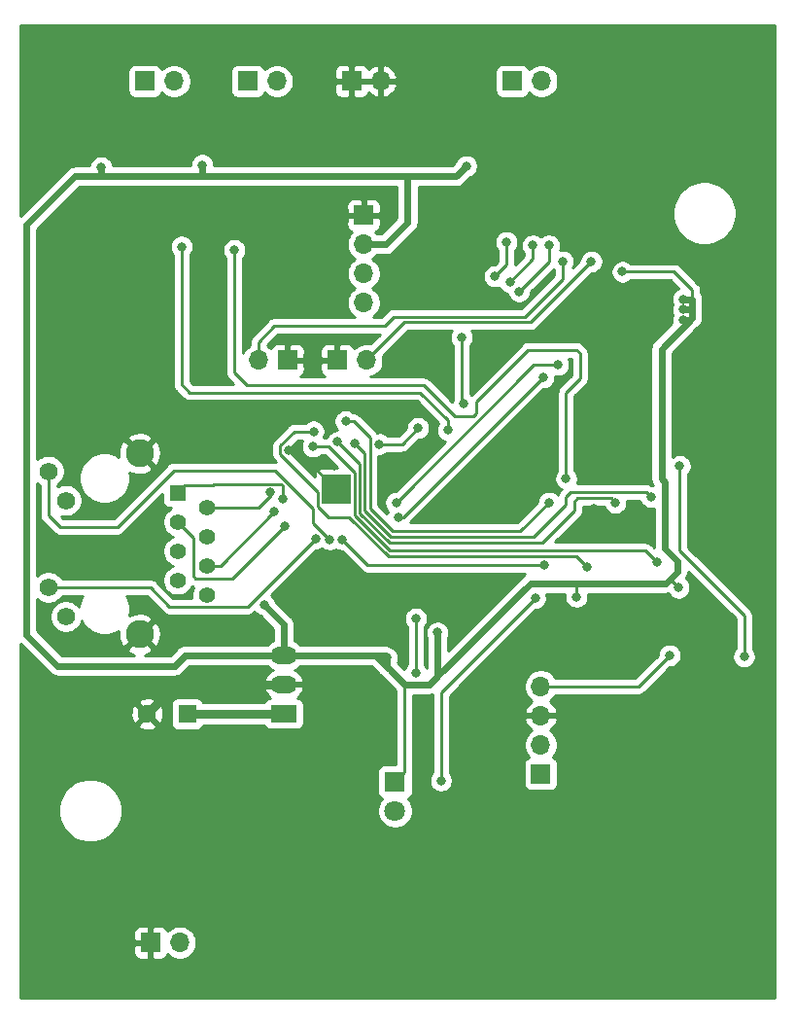
<source format=gbl>
G04 #@! TF.GenerationSoftware,KiCad,Pcbnew,(5.1.10)-1*
G04 #@! TF.CreationDate,2021-11-10T22:46:01+01:00*
G04 #@! TF.ProjectId,RS485-DIN-PCB,52533438-352d-4444-994e-2d5043422e6b,rev?*
G04 #@! TF.SameCoordinates,Original*
G04 #@! TF.FileFunction,Copper,L2,Bot*
G04 #@! TF.FilePolarity,Positive*
%FSLAX46Y46*%
G04 Gerber Fmt 4.6, Leading zero omitted, Abs format (unit mm)*
G04 Created by KiCad (PCBNEW (5.1.10)-1) date 2021-11-10 22:46:01*
%MOMM*%
%LPD*%
G01*
G04 APERTURE LIST*
G04 #@! TA.AperFunction,ComponentPad*
%ADD10R,1.600000X1.600000*%
G04 #@! TD*
G04 #@! TA.AperFunction,ComponentPad*
%ADD11C,1.600000*%
G04 #@! TD*
G04 #@! TA.AperFunction,ComponentPad*
%ADD12O,1.700000X1.700000*%
G04 #@! TD*
G04 #@! TA.AperFunction,ComponentPad*
%ADD13R,1.700000X1.700000*%
G04 #@! TD*
G04 #@! TA.AperFunction,SMDPad,CuDef*
%ADD14R,2.500000X2.500000*%
G04 #@! TD*
G04 #@! TA.AperFunction,ComponentPad*
%ADD15C,0.500000*%
G04 #@! TD*
G04 #@! TA.AperFunction,ComponentPad*
%ADD16O,2.300000X1.500000*%
G04 #@! TD*
G04 #@! TA.AperFunction,ComponentPad*
%ADD17R,2.300000X1.500000*%
G04 #@! TD*
G04 #@! TA.AperFunction,ComponentPad*
%ADD18C,2.450000*%
G04 #@! TD*
G04 #@! TA.AperFunction,ComponentPad*
%ADD19C,1.570000*%
G04 #@! TD*
G04 #@! TA.AperFunction,ComponentPad*
%ADD20C,1.390000*%
G04 #@! TD*
G04 #@! TA.AperFunction,ComponentPad*
%ADD21R,1.390000X1.390000*%
G04 #@! TD*
G04 #@! TA.AperFunction,ComponentPad*
%ADD22R,1.800000X1.800000*%
G04 #@! TD*
G04 #@! TA.AperFunction,ComponentPad*
%ADD23C,1.800000*%
G04 #@! TD*
G04 #@! TA.AperFunction,ViaPad*
%ADD24C,0.800000*%
G04 #@! TD*
G04 #@! TA.AperFunction,Conductor*
%ADD25C,0.250000*%
G04 #@! TD*
G04 #@! TA.AperFunction,Conductor*
%ADD26C,0.800000*%
G04 #@! TD*
G04 #@! TA.AperFunction,Conductor*
%ADD27C,0.600000*%
G04 #@! TD*
G04 #@! TA.AperFunction,Conductor*
%ADD28C,0.254000*%
G04 #@! TD*
G04 #@! TA.AperFunction,Conductor*
%ADD29C,0.100000*%
G04 #@! TD*
G04 APERTURE END LIST*
D10*
G04 #@! TO.P,C24,1*
G04 #@! TO.N,+15V*
X65200000Y-124600000D03*
D11*
G04 #@! TO.P,C24,2*
G04 #@! TO.N,GND*
X61700000Y-124600000D03*
G04 #@! TD*
D12*
G04 #@! TO.P,J10,2*
G04 #@! TO.N,GND*
X82040000Y-69500000D03*
D13*
G04 #@! TO.P,J10,1*
X79500000Y-69500000D03*
G04 #@! TD*
D14*
G04 #@! TO.P,U7,33*
G04 #@! TO.N,GND*
X78175000Y-105062500D03*
D15*
X79175000Y-104062500D03*
X79175000Y-105062500D03*
X79175000Y-106062500D03*
X78175000Y-104062500D03*
X78175000Y-105062500D03*
X78175000Y-106062500D03*
X77175000Y-104062500D03*
X77175000Y-105062500D03*
X77175000Y-106062500D03*
G04 #@! TD*
D16*
G04 #@! TO.P,U4,3*
G04 #@! TO.N,+3V3*
X73600000Y-119500000D03*
G04 #@! TO.P,U4,2*
G04 #@! TO.N,GND*
X73600000Y-122040000D03*
D17*
G04 #@! TO.P,U4,1*
G04 #@! TO.N,+15V*
X73600000Y-124580000D03*
G04 #@! TD*
D12*
G04 #@! TO.P,J9,2*
G04 #@! TO.N,Net-(J9-Pad2)*
X64040000Y-69500000D03*
D13*
G04 #@! TO.P,J9,1*
G04 #@! TO.N,Net-(J9-Pad1)*
X61500000Y-69500000D03*
G04 #@! TD*
D18*
G04 #@! TO.P,J8,13*
G04 #@! TO.N,GND*
X61050000Y-117660000D03*
G04 #@! TO.P,J8,14*
X61050000Y-101910000D03*
D19*
G04 #@! TO.P,J8,12*
G04 #@! TO.N,Net-(J8-Pad12)*
X54620000Y-116110000D03*
G04 #@! TO.P,J8,10*
G04 #@! TO.N,Net-(J8-Pad10)*
X54620000Y-106000000D03*
G04 #@! TO.P,J8,11*
G04 #@! TO.N,Net-(J8-Pad11)*
X53100000Y-113570000D03*
G04 #@! TO.P,J8,9*
G04 #@! TO.N,Net-(J8-Pad9)*
X53100000Y-103460000D03*
D20*
G04 #@! TO.P,J8,8*
G04 #@! TO.N,GND*
X66890000Y-114230000D03*
G04 #@! TO.P,J8,7*
G04 #@! TO.N,N/C*
X64350000Y-112960000D03*
G04 #@! TO.P,J8,6*
G04 #@! TO.N,Net-(J8-Pad6)*
X66890000Y-111690000D03*
G04 #@! TO.P,J8,5*
G04 #@! TO.N,Net-(C19-Pad1)*
X64350000Y-110420000D03*
G04 #@! TO.P,J8,4*
X66890000Y-109150000D03*
G04 #@! TO.P,J8,3*
G04 #@! TO.N,Net-(J8-Pad3)*
X64350000Y-107880000D03*
G04 #@! TO.P,J8,2*
G04 #@! TO.N,Net-(J8-Pad2)*
X66890000Y-106610000D03*
D21*
G04 #@! TO.P,J8,1*
G04 #@! TO.N,Net-(J8-Pad1)*
X64350000Y-105340000D03*
G04 #@! TD*
D12*
G04 #@! TO.P,J7,2*
G04 #@! TO.N,Net-(J7-Pad2)*
X73000000Y-69500000D03*
D13*
G04 #@! TO.P,J7,1*
G04 #@! TO.N,Net-(J7-Pad1)*
X70460000Y-69500000D03*
G04 #@! TD*
D12*
G04 #@! TO.P,J6,2*
G04 #@! TO.N,Net-(J6-Pad2)*
X96040000Y-69500000D03*
D13*
G04 #@! TO.P,J6,1*
G04 #@! TO.N,Net-(J6-Pad1)*
X93500000Y-69500000D03*
G04 #@! TD*
D12*
G04 #@! TO.P,J5,2*
G04 #@! TO.N,Net-(J5-Pad2)*
X80800000Y-93800000D03*
D13*
G04 #@! TO.P,J5,1*
G04 #@! TO.N,GND*
X78260000Y-93800000D03*
G04 #@! TD*
D12*
G04 #@! TO.P,J4,2*
G04 #@! TO.N,Net-(J4-Pad2)*
X71400000Y-93800000D03*
D13*
G04 #@! TO.P,J4,1*
G04 #@! TO.N,GND*
X73940000Y-93800000D03*
G04 #@! TD*
D12*
G04 #@! TO.P,J3,4*
G04 #@! TO.N,SDA*
X80554999Y-88794999D03*
G04 #@! TO.P,J3,3*
G04 #@! TO.N,SCL*
X80554999Y-86254999D03*
G04 #@! TO.P,J3,2*
G04 #@! TO.N,+3V3*
X80554999Y-83714999D03*
D13*
G04 #@! TO.P,J3,1*
G04 #@! TO.N,GND*
X80554999Y-81174999D03*
G04 #@! TD*
D12*
G04 #@! TO.P,J2,2*
G04 #@! TO.N,Net-(D1-Pad2)*
X64540000Y-144500000D03*
D13*
G04 #@! TO.P,J2,1*
G04 #@! TO.N,GND*
X62000000Y-144500000D03*
G04 #@! TD*
D12*
G04 #@! TO.P,J1,4*
G04 #@! TO.N,+5VP*
X96000000Y-122200000D03*
G04 #@! TO.P,J1,3*
G04 #@! TO.N,GND*
X96000000Y-124740000D03*
G04 #@! TO.P,J1,2*
G04 #@! TO.N,Net-(J1-Pad2)*
X96000000Y-127280000D03*
D13*
G04 #@! TO.P,J1,1*
G04 #@! TO.N,Net-(J1-Pad1)*
X96000000Y-129820000D03*
G04 #@! TD*
D22*
G04 #@! TO.P,D5,1*
G04 #@! TO.N,+3V3*
X83300000Y-130500000D03*
D23*
G04 #@! TO.P,D5,2*
G04 #@! TO.N,Net-(D5-Pad2)*
X83300000Y-133040000D03*
G04 #@! TD*
D24*
G04 #@! TO.N,GND*
X74000000Y-101600000D03*
X110200000Y-119300000D03*
X104300000Y-94600000D03*
X105900000Y-87200000D03*
X75100000Y-115200000D03*
X78900000Y-117400000D03*
X61400000Y-110100000D03*
X53800000Y-110100000D03*
X73200000Y-98800000D03*
X66200000Y-99700000D03*
X63900000Y-79600000D03*
X72600000Y-79500000D03*
X67700000Y-80500000D03*
X90700000Y-80200000D03*
X94700000Y-79400000D03*
X101300000Y-94500000D03*
X94200000Y-102100000D03*
X96750000Y-97950000D03*
X85700000Y-93700000D03*
X87600000Y-87300000D03*
X87600000Y-105600000D03*
X85950000Y-101250000D03*
X89000000Y-117000000D03*
X92600000Y-119400000D03*
X97500000Y-116000000D03*
X100800000Y-118400000D03*
X108800000Y-115100000D03*
X105600000Y-128100000D03*
X78300000Y-121500000D03*
X56400000Y-118100000D03*
X76200000Y-86900000D03*
X67300000Y-86900000D03*
X62400000Y-86800000D03*
X87600000Y-81500000D03*
X82700000Y-79600000D03*
X83000000Y-76200000D03*
X86900000Y-76100000D03*
X98975000Y-76725000D03*
X87300000Y-92800000D03*
X74400000Y-89300000D03*
X71000000Y-90700000D03*
X75400000Y-98000000D03*
X79500000Y-114000000D03*
X74000000Y-113700000D03*
X86200000Y-107300000D03*
X100600000Y-106700000D03*
X104300000Y-106800000D03*
X102000000Y-104100000D03*
X108700000Y-99500000D03*
X108300000Y-95100000D03*
X95500000Y-99500000D03*
X101500000Y-99500000D03*
X100400000Y-130700000D03*
X110900000Y-129500000D03*
X114200000Y-125300000D03*
X66600000Y-121000000D03*
X66740000Y-117660000D03*
X69740000Y-117660000D03*
X68100000Y-128000000D03*
X55900000Y-122000000D03*
X51500000Y-121200000D03*
X52700000Y-99300000D03*
X52600000Y-88900000D03*
X54100000Y-81700000D03*
X51600000Y-78600000D03*
X54700000Y-76400000D03*
G04 #@! TO.N,+3V3*
X71887347Y-115087347D03*
X82600000Y-119700000D03*
X87000000Y-117500000D03*
X108400000Y-88500000D03*
X108400000Y-89400000D03*
X108400000Y-90300000D03*
X89500000Y-76900000D03*
X66500000Y-76800000D03*
X57700000Y-77000000D03*
X99100000Y-114400000D03*
X103100000Y-86100000D03*
X108000000Y-113600000D03*
G04 #@! TO.N,+5VP*
X107200000Y-119500000D03*
G04 #@! TO.N,Net-(C9-Pad1)*
X85100000Y-116300000D03*
X85100000Y-121000000D03*
G04 #@! TO.N,Net-(D4-Pad3)*
X108100000Y-103000000D03*
X113700000Y-119600000D03*
G04 #@! TO.N,Net-(J4-Pad2)*
X97900000Y-85200000D03*
G04 #@! TO.N,Net-(J5-Pad2)*
X100400000Y-85200000D03*
G04 #@! TO.N,Net-(J8-Pad11)*
X76400000Y-109300000D03*
G04 #@! TO.N,Net-(J8-Pad9)*
X77600000Y-109400000D03*
G04 #@! TO.N,Net-(J8-Pad6)*
X72800000Y-107000000D03*
G04 #@! TO.N,Net-(J8-Pad3)*
X73700000Y-108200000D03*
G04 #@! TO.N,Net-(J8-Pad2)*
X72400000Y-105300000D03*
G04 #@! TO.N,Net-(J8-Pad1)*
X73500000Y-105900000D03*
G04 #@! TO.N,LED1*
X95500000Y-114525000D03*
X87300000Y-130400000D03*
G04 #@! TO.N,RX1*
X83600000Y-107500000D03*
X96200000Y-95300000D03*
G04 #@! TO.N,RX0*
X83400000Y-106200000D03*
X97500000Y-94200000D03*
G04 #@! TO.N,CRS*
X85300000Y-99700000D03*
X81900000Y-101100000D03*
G04 #@! TO.N,MDIO*
X79000000Y-99100000D03*
X96700000Y-106200000D03*
G04 #@! TO.N,MDC*
X79787353Y-101012672D03*
X105599990Y-105700000D03*
G04 #@! TO.N,TX1*
X76125000Y-101300000D03*
X106100000Y-111400000D03*
G04 #@! TO.N,TXEN*
X78300000Y-100900000D03*
X102500000Y-106200000D03*
G04 #@! TO.N,TX0*
X76200000Y-100000000D03*
X100000000Y-111800000D03*
G04 #@! TO.N,CLK_OUT*
X78700000Y-109400000D03*
X96300000Y-111625010D03*
G04 #@! TO.N,MODBUS_DI*
X94100000Y-87800000D03*
X96700000Y-83800000D03*
G04 #@! TO.N,MODBUS_SEL*
X93300000Y-87000000D03*
X95300000Y-83800000D03*
G04 #@! TO.N,MODBUS_RO*
X89100000Y-91800000D03*
X92000000Y-86500000D03*
X93000000Y-83500000D03*
X89300000Y-97600000D03*
G04 #@! TO.N,RS485_TX*
X87900000Y-99900000D03*
G04 #@! TO.N,RS485_RX*
X98200000Y-104100000D03*
X69300000Y-84200000D03*
G04 #@! TO.N,RS485_TX*
X64700000Y-83900000D03*
G04 #@! TD*
D25*
G04 #@! TO.N,GND*
X74712500Y-101600000D02*
X78175000Y-105062500D01*
X74000000Y-101600000D02*
X74712500Y-101600000D01*
X104760000Y-124740000D02*
X96000000Y-124740000D01*
X110200000Y-119300000D02*
X104760000Y-124740000D01*
X104300000Y-88800000D02*
X105900000Y-87200000D01*
X104300000Y-94600000D02*
X104300000Y-88800000D01*
D26*
X64260000Y-122040000D02*
X73600000Y-122040000D01*
X61700000Y-124600000D02*
X64260000Y-122040000D01*
D27*
G04 #@! TO.N,+3V3*
X82400000Y-119500000D02*
X82600000Y-119700000D01*
X73600000Y-116800000D02*
X71887347Y-115087347D01*
X73600000Y-119500000D02*
X73600000Y-116800000D01*
X82600000Y-119700000D02*
X82600000Y-120500000D01*
X84100000Y-122000000D02*
X86300000Y-122000000D01*
X86300000Y-122000000D02*
X87000000Y-121300000D01*
X87000000Y-121300000D02*
X87000000Y-117500000D01*
X81600000Y-119500000D02*
X82800000Y-120700000D01*
X81200000Y-119500000D02*
X81600000Y-119500000D01*
X82800000Y-120700000D02*
X84100000Y-122000000D01*
X82600000Y-120500000D02*
X82800000Y-120700000D01*
X73600000Y-119500000D02*
X81200000Y-119500000D01*
X81200000Y-119500000D02*
X82400000Y-119500000D01*
X108400000Y-88500000D02*
X109200000Y-88500000D01*
X109000000Y-89400000D02*
X109200000Y-89600000D01*
X109200000Y-89600000D02*
X109200000Y-88500000D01*
X108400000Y-89400000D02*
X109000000Y-89400000D01*
X109000000Y-90300000D02*
X109200000Y-90100000D01*
X108400000Y-90300000D02*
X109000000Y-90300000D01*
X109200000Y-90100000D02*
X109200000Y-89600000D01*
X73600000Y-119500000D02*
X65000000Y-119500000D01*
X65000000Y-119500000D02*
X64100000Y-120400000D01*
X64100000Y-120400000D02*
X53900000Y-120400000D01*
X53900000Y-120400000D02*
X51200000Y-117700000D01*
X51200000Y-117700000D02*
X51200000Y-82000000D01*
X51200000Y-82000000D02*
X55400000Y-77800000D01*
X88600000Y-77800000D02*
X89500000Y-76900000D01*
X66500000Y-77600000D02*
X66700000Y-77800000D01*
X66500000Y-76800000D02*
X66500000Y-77600000D01*
X57700000Y-77700000D02*
X57600000Y-77800000D01*
X57700000Y-77000000D02*
X57700000Y-77700000D01*
X57600000Y-77800000D02*
X66700000Y-77800000D01*
X55400000Y-77800000D02*
X57600000Y-77800000D01*
X106800000Y-104400000D02*
X106500000Y-104100000D01*
X106500000Y-92800000D02*
X109200000Y-90100000D01*
X106500000Y-104100000D02*
X106500000Y-92800000D01*
X106800000Y-110200000D02*
X106800000Y-104400000D01*
X107900000Y-111300000D02*
X106800000Y-110200000D01*
X107900000Y-112200000D02*
X107900000Y-111300000D01*
X87000000Y-121300000D02*
X95100000Y-113200000D01*
D25*
X99100000Y-113500000D02*
X98800000Y-113200000D01*
X99100000Y-114400000D02*
X99100000Y-113500000D01*
D27*
X98800000Y-113200000D02*
X106900000Y-113200000D01*
X95100000Y-113200000D02*
X98800000Y-113200000D01*
X80554999Y-83714999D02*
X82485001Y-83714999D01*
X84400000Y-81800000D02*
X84400000Y-77800000D01*
X82485001Y-83714999D02*
X84400000Y-81800000D01*
X84400000Y-77800000D02*
X88600000Y-77800000D01*
X66700000Y-77800000D02*
X84400000Y-77800000D01*
D25*
X109200000Y-88500000D02*
X109200000Y-87700000D01*
X107600000Y-86100000D02*
X103100000Y-86100000D01*
X109200000Y-87700000D02*
X107600000Y-86100000D01*
X107300000Y-112900000D02*
X107200000Y-112900000D01*
X108000000Y-113600000D02*
X107300000Y-112900000D01*
D27*
X107200000Y-112900000D02*
X107900000Y-112200000D01*
X106900000Y-113200000D02*
X107200000Y-112900000D01*
D25*
X84100000Y-129700000D02*
X83300000Y-130500000D01*
X84100000Y-122000000D02*
X84100000Y-129700000D01*
G04 #@! TO.N,+5VP*
X104500000Y-122200000D02*
X96000000Y-122200000D01*
X107200000Y-119500000D02*
X104500000Y-122200000D01*
D26*
G04 #@! TO.N,+15V*
X73580000Y-124600000D02*
X73600000Y-124580000D01*
X65200000Y-124600000D02*
X73580000Y-124600000D01*
D25*
G04 #@! TO.N,Net-(C9-Pad1)*
X85100000Y-116300000D02*
X85100000Y-121000000D01*
G04 #@! TO.N,Net-(D4-Pad3)*
X108100000Y-103000000D02*
X108100000Y-110400000D01*
X113700000Y-116000000D02*
X113700000Y-119600000D01*
X108100000Y-110400000D02*
X113700000Y-116000000D01*
G04 #@! TO.N,Net-(J4-Pad2)*
X71400000Y-92200000D02*
X71400000Y-93800000D01*
X72800000Y-90800000D02*
X71400000Y-92200000D01*
X82400000Y-90800000D02*
X72800000Y-90800000D01*
X83200000Y-90000000D02*
X82400000Y-90800000D01*
X94600000Y-90000000D02*
X83200000Y-90000000D01*
X97900000Y-86700000D02*
X94600000Y-90000000D01*
X97900000Y-85200000D02*
X97900000Y-86700000D01*
G04 #@! TO.N,Net-(J5-Pad2)*
X84100000Y-90500000D02*
X80800000Y-93800000D01*
X95100000Y-90500000D02*
X84100000Y-90500000D01*
X100400000Y-85200000D02*
X95100000Y-90500000D01*
G04 #@! TO.N,Net-(J8-Pad11)*
X53100000Y-113570000D02*
X61970000Y-113570000D01*
X61970000Y-113570000D02*
X63650001Y-115250001D01*
X63650001Y-115250001D02*
X70449999Y-115250001D01*
X70449999Y-115250001D02*
X76400000Y-109300000D01*
G04 #@! TO.N,Net-(J8-Pad9)*
X53100000Y-103460000D02*
X53100000Y-107300000D01*
X72865685Y-103400000D02*
X76149988Y-106684303D01*
X76149988Y-107949988D02*
X77600000Y-109400000D01*
X76149988Y-106684303D02*
X76149988Y-107949988D01*
X59100000Y-108300000D02*
X64000000Y-103400000D01*
X54100000Y-108300000D02*
X59100000Y-108300000D01*
X64000000Y-103400000D02*
X72865685Y-103400000D01*
X53100000Y-107300000D02*
X54100000Y-108300000D01*
G04 #@! TO.N,Net-(J8-Pad6)*
X68110000Y-111690000D02*
X66890000Y-111690000D01*
X72800000Y-107000000D02*
X68110000Y-111690000D01*
G04 #@! TO.N,Net-(J8-Pad3)*
X73700000Y-108200000D02*
X69100000Y-112800000D01*
X69100000Y-112800000D02*
X65900000Y-112800000D01*
X65900000Y-112800000D02*
X65700000Y-112600000D01*
X65700000Y-109230000D02*
X64350000Y-107880000D01*
X65700000Y-112600000D02*
X65700000Y-109230000D01*
G04 #@! TO.N,Net-(J8-Pad2)*
X71390000Y-106610000D02*
X66890000Y-106610000D01*
X72500000Y-105500000D02*
X71390000Y-106610000D01*
G04 #@! TO.N,Net-(J8-Pad1)*
X73500000Y-105900000D02*
X73500000Y-104700000D01*
X73374999Y-104574999D02*
X67525001Y-104574999D01*
X73500000Y-104700000D02*
X73374999Y-104574999D01*
X67525001Y-104574999D02*
X67400000Y-104700000D01*
X64990000Y-104700000D02*
X64350000Y-105340000D01*
X67400000Y-104700000D02*
X64990000Y-104700000D01*
G04 #@! TO.N,LED1*
X87300000Y-122725000D02*
X87300000Y-130400000D01*
X95500000Y-114525000D02*
X87300000Y-122725000D01*
G04 #@! TO.N,RX1*
X84000000Y-107500000D02*
X83600000Y-107500000D01*
X96200000Y-95300000D02*
X84000000Y-107500000D01*
G04 #@! TO.N,RX0*
X95400000Y-94200000D02*
X97500000Y-94200000D01*
X83400000Y-106200000D02*
X95400000Y-94200000D01*
G04 #@! TO.N,CRS*
X83900000Y-101100000D02*
X85300000Y-99700000D01*
X81900000Y-101100000D02*
X83900000Y-101100000D01*
G04 #@! TO.N,MDIO*
X79000000Y-99100000D02*
X79000000Y-99200000D01*
X79700000Y-99100000D02*
X79000000Y-99100000D01*
X81100029Y-100500029D02*
X79700000Y-99100000D01*
X81100029Y-102993294D02*
X81100029Y-100500029D01*
X96700000Y-106200000D02*
X94200000Y-108700000D01*
X81100034Y-102993299D02*
X81100029Y-102993294D01*
X94200000Y-108700000D02*
X83072820Y-108700000D01*
X83072820Y-108700000D02*
X81100034Y-106727214D01*
X81100034Y-106727214D02*
X81100034Y-102993299D01*
G04 #@! TO.N,MDC*
X98200000Y-106400000D02*
X98200000Y-105700000D01*
X98200000Y-105700000D02*
X98599999Y-105300001D01*
X80650018Y-106913608D02*
X82936410Y-109200000D01*
X80650018Y-101875337D02*
X80650018Y-106913608D01*
X105199991Y-105300001D02*
X105599990Y-105700000D01*
X98599999Y-105300001D02*
X105199991Y-105300001D01*
X95400000Y-109200000D02*
X98200000Y-106400000D01*
X79787353Y-101012672D02*
X80650018Y-101875337D01*
X82936410Y-109200000D02*
X95400000Y-109200000D01*
G04 #@! TO.N,TX1*
X105097675Y-110397675D02*
X106100000Y-111400000D01*
X82861265Y-110397675D02*
X105097675Y-110397675D01*
X79750001Y-107286411D02*
X82861265Y-110397675D01*
X77497502Y-101300000D02*
X79750001Y-103552499D01*
X76125000Y-101300000D02*
X77497502Y-101300000D01*
X79750001Y-103552499D02*
X79750001Y-107286411D01*
G04 #@! TO.N,TXEN*
X82800000Y-109700000D02*
X96100000Y-109700000D01*
X98900000Y-106900000D02*
X98900000Y-106100000D01*
X99199999Y-105800001D02*
X102100001Y-105800001D01*
X96100000Y-109700000D02*
X98900000Y-106900000D01*
X102100001Y-105800001D02*
X102500000Y-106200000D01*
X98900000Y-106100000D02*
X99199999Y-105800001D01*
X80200007Y-102800007D02*
X80200007Y-107100007D01*
X78300000Y-100900000D02*
X80200007Y-102800007D01*
X80200007Y-107100007D02*
X82800000Y-109700000D01*
G04 #@! TO.N,TX0*
X73274999Y-101948001D02*
X76599999Y-105273001D01*
X76200000Y-100000000D02*
X74526998Y-100000000D01*
X79299992Y-107472812D02*
X82727180Y-110900000D01*
X76599999Y-106572501D02*
X77500310Y-107472812D01*
X74526998Y-100000000D02*
X73274999Y-101251999D01*
X77500310Y-107472812D02*
X79299992Y-107472812D01*
X76599999Y-105273001D02*
X76599999Y-106572501D01*
X73274999Y-101251999D02*
X73274999Y-101948001D01*
X82727180Y-110900000D02*
X85800000Y-110900000D01*
X96200000Y-110900000D02*
X96200009Y-110900009D01*
X85800000Y-110900000D02*
X96200000Y-110900000D01*
X99100000Y-110900000D02*
X100000000Y-111800000D01*
X96200000Y-110900000D02*
X99100000Y-110900000D01*
G04 #@! TO.N,CLK_OUT*
X80925010Y-111625010D02*
X96300000Y-111625010D01*
X78700000Y-109400000D02*
X80925010Y-111625010D01*
G04 #@! TO.N,MODBUS_DI*
X96700000Y-85200000D02*
X96700000Y-83800000D01*
X94100000Y-87800000D02*
X96700000Y-85200000D01*
G04 #@! TO.N,MODBUS_SEL*
X95300000Y-85000000D02*
X95300000Y-83800000D01*
X93300000Y-87000000D02*
X95300000Y-85000000D01*
G04 #@! TO.N,MODBUS_RO*
X93000000Y-85500000D02*
X93000000Y-83500000D01*
X92000000Y-86500000D02*
X93000000Y-85500000D01*
X89100000Y-91800000D02*
X89100000Y-97400000D01*
X89100000Y-97400000D02*
X89300000Y-97600000D01*
G04 #@! TO.N,RS485_TX*
X87900000Y-99900000D02*
X87900000Y-99000000D01*
X87900000Y-99000000D02*
X85500000Y-96600000D01*
X85500000Y-96600000D02*
X69900000Y-96600000D01*
G04 #@! TO.N,RS485_RX*
X69300000Y-85100000D02*
X69300000Y-84200000D01*
X98200000Y-104100000D02*
X98200000Y-96600000D01*
X99400000Y-95400000D02*
X99400000Y-93200000D01*
X99400000Y-93200000D02*
X99100000Y-92900000D01*
X85800000Y-96000000D02*
X70400000Y-96000000D01*
X99100000Y-92900000D02*
X94900000Y-92900000D01*
X70400000Y-96000000D02*
X69300000Y-94900000D01*
X69300000Y-94900000D02*
X69300000Y-85100000D01*
X94900000Y-92900000D02*
X90400000Y-97400000D01*
X90400000Y-97400000D02*
X90400000Y-98400000D01*
X98200000Y-96600000D02*
X99400000Y-95400000D01*
X90400000Y-98400000D02*
X90100000Y-98700000D01*
X90100000Y-98700000D02*
X88500000Y-98700000D01*
X88500000Y-98700000D02*
X85800000Y-96000000D01*
G04 #@! TO.N,RS485_TX*
X64700000Y-95900000D02*
X65400000Y-96600000D01*
X64700000Y-83900000D02*
X64700000Y-95900000D01*
X69900000Y-96600000D02*
X65400000Y-96600000D01*
G04 #@! TD*
D28*
G04 #@! TO.N,GND*
X116340000Y-149340000D02*
X50660000Y-149340000D01*
X50660000Y-145350000D01*
X60511928Y-145350000D01*
X60524188Y-145474482D01*
X60560498Y-145594180D01*
X60619463Y-145704494D01*
X60698815Y-145801185D01*
X60795506Y-145880537D01*
X60905820Y-145939502D01*
X61025518Y-145975812D01*
X61150000Y-145988072D01*
X61714250Y-145985000D01*
X61873000Y-145826250D01*
X61873000Y-144627000D01*
X60673750Y-144627000D01*
X60515000Y-144785750D01*
X60511928Y-145350000D01*
X50660000Y-145350000D01*
X50660000Y-143650000D01*
X60511928Y-143650000D01*
X60515000Y-144214250D01*
X60673750Y-144373000D01*
X61873000Y-144373000D01*
X61873000Y-143173750D01*
X62127000Y-143173750D01*
X62127000Y-144373000D01*
X62147000Y-144373000D01*
X62147000Y-144627000D01*
X62127000Y-144627000D01*
X62127000Y-145826250D01*
X62285750Y-145985000D01*
X62850000Y-145988072D01*
X62974482Y-145975812D01*
X63094180Y-145939502D01*
X63204494Y-145880537D01*
X63301185Y-145801185D01*
X63380537Y-145704494D01*
X63439502Y-145594180D01*
X63461513Y-145521620D01*
X63593368Y-145653475D01*
X63836589Y-145815990D01*
X64106842Y-145927932D01*
X64393740Y-145985000D01*
X64686260Y-145985000D01*
X64973158Y-145927932D01*
X65243411Y-145815990D01*
X65486632Y-145653475D01*
X65693475Y-145446632D01*
X65855990Y-145203411D01*
X65967932Y-144933158D01*
X66025000Y-144646260D01*
X66025000Y-144353740D01*
X65967932Y-144066842D01*
X65855990Y-143796589D01*
X65693475Y-143553368D01*
X65486632Y-143346525D01*
X65243411Y-143184010D01*
X64973158Y-143072068D01*
X64686260Y-143015000D01*
X64393740Y-143015000D01*
X64106842Y-143072068D01*
X63836589Y-143184010D01*
X63593368Y-143346525D01*
X63461513Y-143478380D01*
X63439502Y-143405820D01*
X63380537Y-143295506D01*
X63301185Y-143198815D01*
X63204494Y-143119463D01*
X63094180Y-143060498D01*
X62974482Y-143024188D01*
X62850000Y-143011928D01*
X62285750Y-143015000D01*
X62127000Y-143173750D01*
X61873000Y-143173750D01*
X61714250Y-143015000D01*
X61150000Y-143011928D01*
X61025518Y-143024188D01*
X60905820Y-143060498D01*
X60795506Y-143119463D01*
X60698815Y-143198815D01*
X60619463Y-143295506D01*
X60560498Y-143405820D01*
X60524188Y-143525518D01*
X60511928Y-143650000D01*
X50660000Y-143650000D01*
X50660000Y-132725701D01*
X53965000Y-132725701D01*
X53965000Y-133274299D01*
X54072026Y-133812354D01*
X54281965Y-134319192D01*
X54586750Y-134775334D01*
X54974666Y-135163250D01*
X55430808Y-135468035D01*
X55937646Y-135677974D01*
X56475701Y-135785000D01*
X57024299Y-135785000D01*
X57562354Y-135677974D01*
X58069192Y-135468035D01*
X58525334Y-135163250D01*
X58913250Y-134775334D01*
X59218035Y-134319192D01*
X59427974Y-133812354D01*
X59535000Y-133274299D01*
X59535000Y-132725701D01*
X59427974Y-132187646D01*
X59218035Y-131680808D01*
X58913250Y-131224666D01*
X58525334Y-130836750D01*
X58069192Y-130531965D01*
X57562354Y-130322026D01*
X57024299Y-130215000D01*
X56475701Y-130215000D01*
X55937646Y-130322026D01*
X55430808Y-130531965D01*
X54974666Y-130836750D01*
X54586750Y-131224666D01*
X54281965Y-131680808D01*
X54072026Y-132187646D01*
X53965000Y-132725701D01*
X50660000Y-132725701D01*
X50660000Y-125592702D01*
X60886903Y-125592702D01*
X60958486Y-125836671D01*
X61213996Y-125957571D01*
X61488184Y-126026300D01*
X61770512Y-126040217D01*
X62050130Y-125998787D01*
X62316292Y-125903603D01*
X62441514Y-125836671D01*
X62513097Y-125592702D01*
X61700000Y-124779605D01*
X60886903Y-125592702D01*
X50660000Y-125592702D01*
X50660000Y-124670512D01*
X60259783Y-124670512D01*
X60301213Y-124950130D01*
X60396397Y-125216292D01*
X60463329Y-125341514D01*
X60707298Y-125413097D01*
X61520395Y-124600000D01*
X61879605Y-124600000D01*
X62692702Y-125413097D01*
X62936671Y-125341514D01*
X63057571Y-125086004D01*
X63126300Y-124811816D01*
X63140217Y-124529488D01*
X63098787Y-124249870D01*
X63003603Y-123983708D01*
X62936671Y-123858486D01*
X62737340Y-123800000D01*
X63761928Y-123800000D01*
X63761928Y-125400000D01*
X63774188Y-125524482D01*
X63810498Y-125644180D01*
X63869463Y-125754494D01*
X63948815Y-125851185D01*
X64045506Y-125930537D01*
X64155820Y-125989502D01*
X64275518Y-126025812D01*
X64400000Y-126038072D01*
X66000000Y-126038072D01*
X66124482Y-126025812D01*
X66244180Y-125989502D01*
X66354494Y-125930537D01*
X66451185Y-125851185D01*
X66530537Y-125754494D01*
X66589502Y-125644180D01*
X66592287Y-125635000D01*
X71893007Y-125635000D01*
X71919463Y-125684494D01*
X71998815Y-125781185D01*
X72095506Y-125860537D01*
X72205820Y-125919502D01*
X72325518Y-125955812D01*
X72450000Y-125968072D01*
X74750000Y-125968072D01*
X74874482Y-125955812D01*
X74994180Y-125919502D01*
X75104494Y-125860537D01*
X75201185Y-125781185D01*
X75280537Y-125684494D01*
X75339502Y-125574180D01*
X75375812Y-125454482D01*
X75388072Y-125330000D01*
X75388072Y-123830000D01*
X75375812Y-123705518D01*
X75339502Y-123585820D01*
X75280537Y-123475506D01*
X75201185Y-123378815D01*
X75104494Y-123299463D01*
X74994180Y-123240498D01*
X74874482Y-123204188D01*
X74765126Y-123193418D01*
X74875061Y-123121028D01*
X75069145Y-122929540D01*
X75222142Y-122703868D01*
X75328173Y-122452684D01*
X75342318Y-122381185D01*
X75219656Y-122167000D01*
X73727000Y-122167000D01*
X73727000Y-122187000D01*
X73473000Y-122187000D01*
X73473000Y-122167000D01*
X71980344Y-122167000D01*
X71857682Y-122381185D01*
X71871827Y-122452684D01*
X71977858Y-122703868D01*
X72130855Y-122929540D01*
X72324939Y-123121028D01*
X72434874Y-123193418D01*
X72325518Y-123204188D01*
X72205820Y-123240498D01*
X72095506Y-123299463D01*
X71998815Y-123378815D01*
X71919463Y-123475506D01*
X71871627Y-123565000D01*
X66592287Y-123565000D01*
X66589502Y-123555820D01*
X66530537Y-123445506D01*
X66451185Y-123348815D01*
X66354494Y-123269463D01*
X66244180Y-123210498D01*
X66124482Y-123174188D01*
X66000000Y-123161928D01*
X64400000Y-123161928D01*
X64275518Y-123174188D01*
X64155820Y-123210498D01*
X64045506Y-123269463D01*
X63948815Y-123348815D01*
X63869463Y-123445506D01*
X63810498Y-123555820D01*
X63774188Y-123675518D01*
X63761928Y-123800000D01*
X62737340Y-123800000D01*
X62692702Y-123786903D01*
X61879605Y-124600000D01*
X61520395Y-124600000D01*
X60707298Y-123786903D01*
X60463329Y-123858486D01*
X60342429Y-124113996D01*
X60273700Y-124388184D01*
X60259783Y-124670512D01*
X50660000Y-124670512D01*
X50660000Y-123607298D01*
X60886903Y-123607298D01*
X61700000Y-124420395D01*
X62513097Y-123607298D01*
X62441514Y-123363329D01*
X62186004Y-123242429D01*
X61911816Y-123173700D01*
X61629488Y-123159783D01*
X61349870Y-123201213D01*
X61083708Y-123296397D01*
X60958486Y-123363329D01*
X60886903Y-123607298D01*
X50660000Y-123607298D01*
X50660000Y-118482289D01*
X53206370Y-121028659D01*
X53235656Y-121064344D01*
X53378028Y-121181186D01*
X53481183Y-121236323D01*
X53540459Y-121268007D01*
X53716708Y-121321472D01*
X53900000Y-121339524D01*
X53945935Y-121335000D01*
X64054068Y-121335000D01*
X64100000Y-121339524D01*
X64145932Y-121335000D01*
X64283292Y-121321471D01*
X64459540Y-121268007D01*
X64621972Y-121181186D01*
X64764344Y-121064344D01*
X64793630Y-121028659D01*
X65387290Y-120435000D01*
X72175639Y-120435000D01*
X72215919Y-120484081D01*
X72426812Y-120657157D01*
X72642578Y-120772486D01*
X72552651Y-120809028D01*
X72324939Y-120958972D01*
X72130855Y-121150460D01*
X71977858Y-121376132D01*
X71871827Y-121627316D01*
X71857682Y-121698815D01*
X71980344Y-121913000D01*
X73473000Y-121913000D01*
X73473000Y-121893000D01*
X73727000Y-121893000D01*
X73727000Y-121913000D01*
X75219656Y-121913000D01*
X75342318Y-121698815D01*
X75328173Y-121627316D01*
X75222142Y-121376132D01*
X75069145Y-121150460D01*
X74875061Y-120958972D01*
X74647349Y-120809028D01*
X74557422Y-120772486D01*
X74773188Y-120657157D01*
X74984081Y-120484081D01*
X75024361Y-120435000D01*
X81212711Y-120435000D01*
X81906379Y-121128669D01*
X81935657Y-121164344D01*
X81971332Y-121193622D01*
X82171333Y-121393623D01*
X82171339Y-121393628D01*
X83340000Y-122562289D01*
X83340001Y-128961928D01*
X82400000Y-128961928D01*
X82275518Y-128974188D01*
X82155820Y-129010498D01*
X82045506Y-129069463D01*
X81948815Y-129148815D01*
X81869463Y-129245506D01*
X81810498Y-129355820D01*
X81774188Y-129475518D01*
X81761928Y-129600000D01*
X81761928Y-131400000D01*
X81774188Y-131524482D01*
X81810498Y-131644180D01*
X81869463Y-131754494D01*
X81948815Y-131851185D01*
X82045506Y-131930537D01*
X82155820Y-131989502D01*
X82174127Y-131995056D01*
X82107688Y-132061495D01*
X81939701Y-132312905D01*
X81823989Y-132592257D01*
X81765000Y-132888816D01*
X81765000Y-133191184D01*
X81823989Y-133487743D01*
X81939701Y-133767095D01*
X82107688Y-134018505D01*
X82321495Y-134232312D01*
X82572905Y-134400299D01*
X82852257Y-134516011D01*
X83148816Y-134575000D01*
X83451184Y-134575000D01*
X83747743Y-134516011D01*
X84027095Y-134400299D01*
X84278505Y-134232312D01*
X84492312Y-134018505D01*
X84660299Y-133767095D01*
X84776011Y-133487743D01*
X84835000Y-133191184D01*
X84835000Y-132888816D01*
X84776011Y-132592257D01*
X84660299Y-132312905D01*
X84492312Y-132061495D01*
X84425873Y-131995056D01*
X84444180Y-131989502D01*
X84554494Y-131930537D01*
X84651185Y-131851185D01*
X84730537Y-131754494D01*
X84789502Y-131644180D01*
X84825812Y-131524482D01*
X84838072Y-131400000D01*
X84838072Y-129885021D01*
X84849003Y-129848986D01*
X84860000Y-129737333D01*
X84860000Y-129737323D01*
X84863676Y-129700000D01*
X84860000Y-129662677D01*
X84860000Y-122935000D01*
X86254068Y-122935000D01*
X86300000Y-122939524D01*
X86345932Y-122935000D01*
X86483292Y-122921471D01*
X86540000Y-122904269D01*
X86540001Y-129696288D01*
X86496063Y-129740226D01*
X86382795Y-129909744D01*
X86304774Y-130098102D01*
X86265000Y-130298061D01*
X86265000Y-130501939D01*
X86304774Y-130701898D01*
X86382795Y-130890256D01*
X86496063Y-131059774D01*
X86640226Y-131203937D01*
X86809744Y-131317205D01*
X86998102Y-131395226D01*
X87198061Y-131435000D01*
X87401939Y-131435000D01*
X87601898Y-131395226D01*
X87790256Y-131317205D01*
X87959774Y-131203937D01*
X88103937Y-131059774D01*
X88217205Y-130890256D01*
X88295226Y-130701898D01*
X88335000Y-130501939D01*
X88335000Y-130298061D01*
X88295226Y-130098102D01*
X88217205Y-129909744D01*
X88103937Y-129740226D01*
X88060000Y-129696289D01*
X88060000Y-128970000D01*
X94511928Y-128970000D01*
X94511928Y-130670000D01*
X94524188Y-130794482D01*
X94560498Y-130914180D01*
X94619463Y-131024494D01*
X94698815Y-131121185D01*
X94795506Y-131200537D01*
X94905820Y-131259502D01*
X95025518Y-131295812D01*
X95150000Y-131308072D01*
X96850000Y-131308072D01*
X96974482Y-131295812D01*
X97094180Y-131259502D01*
X97204494Y-131200537D01*
X97301185Y-131121185D01*
X97380537Y-131024494D01*
X97439502Y-130914180D01*
X97475812Y-130794482D01*
X97488072Y-130670000D01*
X97488072Y-128970000D01*
X97475812Y-128845518D01*
X97439502Y-128725820D01*
X97380537Y-128615506D01*
X97301185Y-128518815D01*
X97204494Y-128439463D01*
X97094180Y-128380498D01*
X97021620Y-128358487D01*
X97153475Y-128226632D01*
X97315990Y-127983411D01*
X97427932Y-127713158D01*
X97485000Y-127426260D01*
X97485000Y-127133740D01*
X97427932Y-126846842D01*
X97315990Y-126576589D01*
X97153475Y-126333368D01*
X96946632Y-126126525D01*
X96764466Y-126004805D01*
X96881355Y-125935178D01*
X97097588Y-125740269D01*
X97271641Y-125506920D01*
X97396825Y-125244099D01*
X97441476Y-125096890D01*
X97320155Y-124867000D01*
X96127000Y-124867000D01*
X96127000Y-124887000D01*
X95873000Y-124887000D01*
X95873000Y-124867000D01*
X94679845Y-124867000D01*
X94558524Y-125096890D01*
X94603175Y-125244099D01*
X94728359Y-125506920D01*
X94902412Y-125740269D01*
X95118645Y-125935178D01*
X95235534Y-126004805D01*
X95053368Y-126126525D01*
X94846525Y-126333368D01*
X94684010Y-126576589D01*
X94572068Y-126846842D01*
X94515000Y-127133740D01*
X94515000Y-127426260D01*
X94572068Y-127713158D01*
X94684010Y-127983411D01*
X94846525Y-128226632D01*
X94978380Y-128358487D01*
X94905820Y-128380498D01*
X94795506Y-128439463D01*
X94698815Y-128518815D01*
X94619463Y-128615506D01*
X94560498Y-128725820D01*
X94524188Y-128845518D01*
X94511928Y-128970000D01*
X88060000Y-128970000D01*
X88060000Y-123039801D01*
X89046061Y-122053740D01*
X94515000Y-122053740D01*
X94515000Y-122346260D01*
X94572068Y-122633158D01*
X94684010Y-122903411D01*
X94846525Y-123146632D01*
X95053368Y-123353475D01*
X95235534Y-123475195D01*
X95118645Y-123544822D01*
X94902412Y-123739731D01*
X94728359Y-123973080D01*
X94603175Y-124235901D01*
X94558524Y-124383110D01*
X94679845Y-124613000D01*
X95873000Y-124613000D01*
X95873000Y-124593000D01*
X96127000Y-124593000D01*
X96127000Y-124613000D01*
X97320155Y-124613000D01*
X97441476Y-124383110D01*
X97396825Y-124235901D01*
X97271641Y-123973080D01*
X97097588Y-123739731D01*
X96881355Y-123544822D01*
X96764466Y-123475195D01*
X96946632Y-123353475D01*
X97153475Y-123146632D01*
X97278178Y-122960000D01*
X104462678Y-122960000D01*
X104500000Y-122963676D01*
X104537322Y-122960000D01*
X104537333Y-122960000D01*
X104648986Y-122949003D01*
X104792247Y-122905546D01*
X104924276Y-122834974D01*
X105040001Y-122740001D01*
X105063804Y-122710997D01*
X107239802Y-120535000D01*
X107301939Y-120535000D01*
X107501898Y-120495226D01*
X107690256Y-120417205D01*
X107859774Y-120303937D01*
X108003937Y-120159774D01*
X108117205Y-119990256D01*
X108195226Y-119801898D01*
X108235000Y-119601939D01*
X108235000Y-119398061D01*
X108195226Y-119198102D01*
X108117205Y-119009744D01*
X108003937Y-118840226D01*
X107859774Y-118696063D01*
X107690256Y-118582795D01*
X107501898Y-118504774D01*
X107301939Y-118465000D01*
X107098061Y-118465000D01*
X106898102Y-118504774D01*
X106709744Y-118582795D01*
X106540226Y-118696063D01*
X106396063Y-118840226D01*
X106282795Y-119009744D01*
X106204774Y-119198102D01*
X106165000Y-119398061D01*
X106165000Y-119460198D01*
X104185199Y-121440000D01*
X97278178Y-121440000D01*
X97153475Y-121253368D01*
X96946632Y-121046525D01*
X96703411Y-120884010D01*
X96433158Y-120772068D01*
X96146260Y-120715000D01*
X95853740Y-120715000D01*
X95566842Y-120772068D01*
X95296589Y-120884010D01*
X95053368Y-121046525D01*
X94846525Y-121253368D01*
X94684010Y-121496589D01*
X94572068Y-121766842D01*
X94515000Y-122053740D01*
X89046061Y-122053740D01*
X95539802Y-115560000D01*
X95601939Y-115560000D01*
X95801898Y-115520226D01*
X95990256Y-115442205D01*
X96159774Y-115328937D01*
X96303937Y-115184774D01*
X96417205Y-115015256D01*
X96495226Y-114826898D01*
X96535000Y-114626939D01*
X96535000Y-114423061D01*
X96495226Y-114223102D01*
X96458733Y-114135000D01*
X98097435Y-114135000D01*
X98065000Y-114298061D01*
X98065000Y-114501939D01*
X98104774Y-114701898D01*
X98182795Y-114890256D01*
X98296063Y-115059774D01*
X98440226Y-115203937D01*
X98609744Y-115317205D01*
X98798102Y-115395226D01*
X98998061Y-115435000D01*
X99201939Y-115435000D01*
X99401898Y-115395226D01*
X99590256Y-115317205D01*
X99759774Y-115203937D01*
X99903937Y-115059774D01*
X100017205Y-114890256D01*
X100095226Y-114701898D01*
X100135000Y-114501939D01*
X100135000Y-114298061D01*
X100102565Y-114135000D01*
X106854068Y-114135000D01*
X106900000Y-114139524D01*
X106945932Y-114135000D01*
X107083292Y-114121471D01*
X107100221Y-114116336D01*
X107196063Y-114259774D01*
X107340226Y-114403937D01*
X107509744Y-114517205D01*
X107698102Y-114595226D01*
X107898061Y-114635000D01*
X108101939Y-114635000D01*
X108301898Y-114595226D01*
X108490256Y-114517205D01*
X108659774Y-114403937D01*
X108803937Y-114259774D01*
X108917205Y-114090256D01*
X108995226Y-113901898D01*
X109035000Y-113701939D01*
X109035000Y-113498061D01*
X108995226Y-113298102D01*
X108917205Y-113109744D01*
X108803937Y-112940226D01*
X108659774Y-112796063D01*
X108634332Y-112779063D01*
X108681186Y-112721972D01*
X108768007Y-112559540D01*
X108821471Y-112383292D01*
X108835000Y-112245932D01*
X108835000Y-112245926D01*
X108838239Y-112213040D01*
X112940000Y-116314802D01*
X112940001Y-118896288D01*
X112896063Y-118940226D01*
X112782795Y-119109744D01*
X112704774Y-119298102D01*
X112665000Y-119498061D01*
X112665000Y-119701939D01*
X112704774Y-119901898D01*
X112782795Y-120090256D01*
X112896063Y-120259774D01*
X113040226Y-120403937D01*
X113209744Y-120517205D01*
X113398102Y-120595226D01*
X113598061Y-120635000D01*
X113801939Y-120635000D01*
X114001898Y-120595226D01*
X114190256Y-120517205D01*
X114359774Y-120403937D01*
X114503937Y-120259774D01*
X114617205Y-120090256D01*
X114695226Y-119901898D01*
X114735000Y-119701939D01*
X114735000Y-119498061D01*
X114695226Y-119298102D01*
X114617205Y-119109744D01*
X114503937Y-118940226D01*
X114460000Y-118896289D01*
X114460000Y-116037323D01*
X114463676Y-116000000D01*
X114460000Y-115962677D01*
X114460000Y-115962667D01*
X114449003Y-115851014D01*
X114405546Y-115707753D01*
X114399157Y-115695801D01*
X114334974Y-115575723D01*
X114263799Y-115488997D01*
X114240001Y-115459999D01*
X114211004Y-115436202D01*
X108860000Y-110085199D01*
X108860000Y-103703711D01*
X108903937Y-103659774D01*
X109017205Y-103490256D01*
X109095226Y-103301898D01*
X109135000Y-103101939D01*
X109135000Y-102898061D01*
X109095226Y-102698102D01*
X109017205Y-102509744D01*
X108903937Y-102340226D01*
X108759774Y-102196063D01*
X108590256Y-102082795D01*
X108401898Y-102004774D01*
X108201939Y-101965000D01*
X107998061Y-101965000D01*
X107798102Y-102004774D01*
X107609744Y-102082795D01*
X107440226Y-102196063D01*
X107435000Y-102201289D01*
X107435000Y-93187289D01*
X109628659Y-90993630D01*
X109664344Y-90964344D01*
X109693630Y-90928659D01*
X109828660Y-90793629D01*
X109864344Y-90764344D01*
X109981186Y-90621972D01*
X110046381Y-90500000D01*
X110068007Y-90459541D01*
X110121472Y-90283292D01*
X110139524Y-90100000D01*
X110135000Y-90054065D01*
X110135000Y-89645931D01*
X110139524Y-89600000D01*
X110135000Y-89554065D01*
X110135000Y-88545932D01*
X110139524Y-88500000D01*
X110121471Y-88316708D01*
X110068007Y-88140460D01*
X109981186Y-87978028D01*
X109960000Y-87952213D01*
X109960000Y-87737325D01*
X109963676Y-87700000D01*
X109960000Y-87662675D01*
X109960000Y-87662667D01*
X109949003Y-87551014D01*
X109905546Y-87407753D01*
X109834974Y-87275724D01*
X109740001Y-87159999D01*
X109711003Y-87136201D01*
X108163804Y-85589003D01*
X108140001Y-85559999D01*
X108024276Y-85465026D01*
X107892247Y-85394454D01*
X107748986Y-85350997D01*
X107637333Y-85340000D01*
X107637322Y-85340000D01*
X107600000Y-85336324D01*
X107562678Y-85340000D01*
X103803711Y-85340000D01*
X103759774Y-85296063D01*
X103590256Y-85182795D01*
X103401898Y-85104774D01*
X103201939Y-85065000D01*
X102998061Y-85065000D01*
X102798102Y-85104774D01*
X102609744Y-85182795D01*
X102440226Y-85296063D01*
X102296063Y-85440226D01*
X102182795Y-85609744D01*
X102104774Y-85798102D01*
X102065000Y-85998061D01*
X102065000Y-86201939D01*
X102104774Y-86401898D01*
X102182795Y-86590256D01*
X102296063Y-86759774D01*
X102440226Y-86903937D01*
X102609744Y-87017205D01*
X102798102Y-87095226D01*
X102998061Y-87135000D01*
X103201939Y-87135000D01*
X103401898Y-87095226D01*
X103590256Y-87017205D01*
X103759774Y-86903937D01*
X103803711Y-86860000D01*
X107285199Y-86860000D01*
X107979217Y-87554018D01*
X107909744Y-87582795D01*
X107740226Y-87696063D01*
X107596063Y-87840226D01*
X107482795Y-88009744D01*
X107404774Y-88198102D01*
X107365000Y-88398061D01*
X107365000Y-88601939D01*
X107404774Y-88801898D01*
X107466120Y-88950000D01*
X107404774Y-89098102D01*
X107365000Y-89298061D01*
X107365000Y-89501939D01*
X107404774Y-89701898D01*
X107466120Y-89850000D01*
X107404774Y-89998102D01*
X107365000Y-90198061D01*
X107365000Y-90401939D01*
X107399969Y-90577742D01*
X105871336Y-92106375D01*
X105835657Y-92135656D01*
X105718815Y-92278028D01*
X105687721Y-92336201D01*
X105631994Y-92440460D01*
X105578529Y-92616709D01*
X105560476Y-92800000D01*
X105565001Y-92845942D01*
X105565000Y-104054068D01*
X105560476Y-104100000D01*
X105565472Y-104150723D01*
X105578529Y-104283291D01*
X105631993Y-104459539D01*
X105718814Y-104621971D01*
X105764310Y-104677408D01*
X105701929Y-104665000D01*
X105624216Y-104665000D01*
X105492238Y-104594455D01*
X105348977Y-104550998D01*
X105237324Y-104540001D01*
X105237313Y-104540001D01*
X105199991Y-104536325D01*
X105162669Y-104540001D01*
X99138021Y-104540001D01*
X99195226Y-104401898D01*
X99235000Y-104201939D01*
X99235000Y-103998061D01*
X99195226Y-103798102D01*
X99117205Y-103609744D01*
X99003937Y-103440226D01*
X98960000Y-103396289D01*
X98960000Y-96914801D01*
X99911004Y-95963798D01*
X99940001Y-95940001D01*
X100034974Y-95824276D01*
X100105546Y-95692247D01*
X100149003Y-95548986D01*
X100160000Y-95437333D01*
X100160000Y-95437324D01*
X100163676Y-95400001D01*
X100160000Y-95362678D01*
X100160000Y-93237322D01*
X100163676Y-93199999D01*
X100160000Y-93162676D01*
X100160000Y-93162667D01*
X100149003Y-93051014D01*
X100105546Y-92907753D01*
X100034974Y-92775724D01*
X99940001Y-92659999D01*
X99910997Y-92636196D01*
X99663804Y-92389003D01*
X99640001Y-92359999D01*
X99524276Y-92265026D01*
X99392247Y-92194454D01*
X99248986Y-92150997D01*
X99137333Y-92140000D01*
X99137322Y-92140000D01*
X99100000Y-92136324D01*
X99062678Y-92140000D01*
X94937322Y-92140000D01*
X94899999Y-92136324D01*
X94862676Y-92140000D01*
X94862667Y-92140000D01*
X94751014Y-92150997D01*
X94607753Y-92194454D01*
X94475723Y-92265026D01*
X94414830Y-92315000D01*
X94359999Y-92359999D01*
X94336201Y-92388997D01*
X89941408Y-96783791D01*
X89860000Y-96729396D01*
X89860000Y-92503711D01*
X89903937Y-92459774D01*
X90017205Y-92290256D01*
X90095226Y-92101898D01*
X90135000Y-91901939D01*
X90135000Y-91698061D01*
X90095226Y-91498102D01*
X90017205Y-91309744D01*
X89983967Y-91260000D01*
X95062678Y-91260000D01*
X95100000Y-91263676D01*
X95137322Y-91260000D01*
X95137333Y-91260000D01*
X95248986Y-91249003D01*
X95392247Y-91205546D01*
X95524276Y-91134974D01*
X95640001Y-91040001D01*
X95663804Y-91010997D01*
X100439802Y-86235000D01*
X100501939Y-86235000D01*
X100701898Y-86195226D01*
X100890256Y-86117205D01*
X101059774Y-86003937D01*
X101203937Y-85859774D01*
X101317205Y-85690256D01*
X101395226Y-85501898D01*
X101435000Y-85301939D01*
X101435000Y-85098061D01*
X101395226Y-84898102D01*
X101317205Y-84709744D01*
X101203937Y-84540226D01*
X101059774Y-84396063D01*
X100890256Y-84282795D01*
X100701898Y-84204774D01*
X100501939Y-84165000D01*
X100298061Y-84165000D01*
X100098102Y-84204774D01*
X99909744Y-84282795D01*
X99740226Y-84396063D01*
X99596063Y-84540226D01*
X99482795Y-84709744D01*
X99404774Y-84898102D01*
X99365000Y-85098061D01*
X99365000Y-85160198D01*
X98781488Y-85743710D01*
X98817205Y-85690256D01*
X98895226Y-85501898D01*
X98935000Y-85301939D01*
X98935000Y-85098061D01*
X98895226Y-84898102D01*
X98817205Y-84709744D01*
X98703937Y-84540226D01*
X98559774Y-84396063D01*
X98390256Y-84282795D01*
X98201898Y-84204774D01*
X98001939Y-84165000D01*
X97798061Y-84165000D01*
X97657508Y-84192958D01*
X97695226Y-84101898D01*
X97735000Y-83901939D01*
X97735000Y-83698061D01*
X97695226Y-83498102D01*
X97617205Y-83309744D01*
X97503937Y-83140226D01*
X97359774Y-82996063D01*
X97190256Y-82882795D01*
X97001898Y-82804774D01*
X96801939Y-82765000D01*
X96598061Y-82765000D01*
X96398102Y-82804774D01*
X96209744Y-82882795D01*
X96040226Y-82996063D01*
X96000000Y-83036289D01*
X95959774Y-82996063D01*
X95790256Y-82882795D01*
X95601898Y-82804774D01*
X95401939Y-82765000D01*
X95198061Y-82765000D01*
X94998102Y-82804774D01*
X94809744Y-82882795D01*
X94640226Y-82996063D01*
X94496063Y-83140226D01*
X94382795Y-83309744D01*
X94304774Y-83498102D01*
X94265000Y-83698061D01*
X94265000Y-83901939D01*
X94304774Y-84101898D01*
X94382795Y-84290256D01*
X94496063Y-84459774D01*
X94540000Y-84503711D01*
X94540000Y-84685198D01*
X93760227Y-85464972D01*
X93760000Y-85462667D01*
X93760000Y-84203711D01*
X93803937Y-84159774D01*
X93917205Y-83990256D01*
X93995226Y-83801898D01*
X94035000Y-83601939D01*
X94035000Y-83398061D01*
X93995226Y-83198102D01*
X93917205Y-83009744D01*
X93803937Y-82840226D01*
X93659774Y-82696063D01*
X93490256Y-82582795D01*
X93301898Y-82504774D01*
X93101939Y-82465000D01*
X92898061Y-82465000D01*
X92698102Y-82504774D01*
X92509744Y-82582795D01*
X92340226Y-82696063D01*
X92196063Y-82840226D01*
X92082795Y-83009744D01*
X92004774Y-83198102D01*
X91965000Y-83398061D01*
X91965000Y-83601939D01*
X92004774Y-83801898D01*
X92082795Y-83990256D01*
X92196063Y-84159774D01*
X92240001Y-84203712D01*
X92240000Y-85185198D01*
X91960199Y-85465000D01*
X91898061Y-85465000D01*
X91698102Y-85504774D01*
X91509744Y-85582795D01*
X91340226Y-85696063D01*
X91196063Y-85840226D01*
X91082795Y-86009744D01*
X91004774Y-86198102D01*
X90965000Y-86398061D01*
X90965000Y-86601939D01*
X91004774Y-86801898D01*
X91082795Y-86990256D01*
X91196063Y-87159774D01*
X91340226Y-87303937D01*
X91509744Y-87417205D01*
X91698102Y-87495226D01*
X91898061Y-87535000D01*
X92101939Y-87535000D01*
X92301898Y-87495226D01*
X92372705Y-87465897D01*
X92382795Y-87490256D01*
X92496063Y-87659774D01*
X92640226Y-87803937D01*
X92809744Y-87917205D01*
X92998102Y-87995226D01*
X93087076Y-88012924D01*
X93104774Y-88101898D01*
X93182795Y-88290256D01*
X93296063Y-88459774D01*
X93440226Y-88603937D01*
X93609744Y-88717205D01*
X93798102Y-88795226D01*
X93998061Y-88835000D01*
X94201939Y-88835000D01*
X94401898Y-88795226D01*
X94590256Y-88717205D01*
X94759774Y-88603937D01*
X94903937Y-88459774D01*
X95017205Y-88290256D01*
X95095226Y-88101898D01*
X95135000Y-87901939D01*
X95135000Y-87839801D01*
X97105545Y-85869256D01*
X97140000Y-85903711D01*
X97140001Y-86385197D01*
X94285199Y-89240000D01*
X83237323Y-89240000D01*
X83200000Y-89236324D01*
X83162677Y-89240000D01*
X83162667Y-89240000D01*
X83051014Y-89250997D01*
X82907753Y-89294454D01*
X82775724Y-89365026D01*
X82659999Y-89459999D01*
X82636201Y-89488998D01*
X82085199Y-90040000D01*
X81364653Y-90040000D01*
X81501631Y-89948474D01*
X81708474Y-89741631D01*
X81870989Y-89498410D01*
X81982931Y-89228157D01*
X82039999Y-88941259D01*
X82039999Y-88648739D01*
X81982931Y-88361841D01*
X81870989Y-88091588D01*
X81708474Y-87848367D01*
X81501631Y-87641524D01*
X81327239Y-87524999D01*
X81501631Y-87408474D01*
X81708474Y-87201631D01*
X81870989Y-86958410D01*
X81982931Y-86688157D01*
X82039999Y-86401259D01*
X82039999Y-86108739D01*
X81982931Y-85821841D01*
X81870989Y-85551588D01*
X81708474Y-85308367D01*
X81501631Y-85101524D01*
X81327239Y-84984999D01*
X81501631Y-84868474D01*
X81708474Y-84661631D01*
X81716246Y-84649999D01*
X82439069Y-84649999D01*
X82485001Y-84654523D01*
X82530933Y-84649999D01*
X82668293Y-84636470D01*
X82844541Y-84583006D01*
X83006973Y-84496185D01*
X83149345Y-84379343D01*
X83178631Y-84343658D01*
X85028660Y-82493629D01*
X85064344Y-82464344D01*
X85181186Y-82321972D01*
X85255312Y-82183291D01*
X85268007Y-82159541D01*
X85321472Y-81983292D01*
X85339524Y-81800000D01*
X85335000Y-81754065D01*
X85335000Y-80725701D01*
X107465000Y-80725701D01*
X107465000Y-81274299D01*
X107572026Y-81812354D01*
X107781965Y-82319192D01*
X108086750Y-82775334D01*
X108474666Y-83163250D01*
X108930808Y-83468035D01*
X109437646Y-83677974D01*
X109975701Y-83785000D01*
X110524299Y-83785000D01*
X111062354Y-83677974D01*
X111569192Y-83468035D01*
X112025334Y-83163250D01*
X112413250Y-82775334D01*
X112718035Y-82319192D01*
X112927974Y-81812354D01*
X113035000Y-81274299D01*
X113035000Y-80725701D01*
X112927974Y-80187646D01*
X112718035Y-79680808D01*
X112413250Y-79224666D01*
X112025334Y-78836750D01*
X111569192Y-78531965D01*
X111062354Y-78322026D01*
X110524299Y-78215000D01*
X109975701Y-78215000D01*
X109437646Y-78322026D01*
X108930808Y-78531965D01*
X108474666Y-78836750D01*
X108086750Y-79224666D01*
X107781965Y-79680808D01*
X107572026Y-80187646D01*
X107465000Y-80725701D01*
X85335000Y-80725701D01*
X85335000Y-78735000D01*
X88554068Y-78735000D01*
X88600000Y-78739524D01*
X88645932Y-78735000D01*
X88783292Y-78721471D01*
X88959540Y-78668007D01*
X89121972Y-78581186D01*
X89264344Y-78464344D01*
X89293630Y-78428659D01*
X89844859Y-77877431D01*
X89990256Y-77817205D01*
X90159774Y-77703937D01*
X90303937Y-77559774D01*
X90417205Y-77390256D01*
X90495226Y-77201898D01*
X90535000Y-77001939D01*
X90535000Y-76798061D01*
X90495226Y-76598102D01*
X90417205Y-76409744D01*
X90303937Y-76240226D01*
X90159774Y-76096063D01*
X89990256Y-75982795D01*
X89801898Y-75904774D01*
X89601939Y-75865000D01*
X89398061Y-75865000D01*
X89198102Y-75904774D01*
X89009744Y-75982795D01*
X88840226Y-76096063D01*
X88696063Y-76240226D01*
X88582795Y-76409744D01*
X88522569Y-76555141D01*
X88212711Y-76865000D01*
X84445932Y-76865000D01*
X84400000Y-76860476D01*
X84354068Y-76865000D01*
X67535000Y-76865000D01*
X67535000Y-76698061D01*
X67495226Y-76498102D01*
X67417205Y-76309744D01*
X67303937Y-76140226D01*
X67159774Y-75996063D01*
X66990256Y-75882795D01*
X66801898Y-75804774D01*
X66601939Y-75765000D01*
X66398061Y-75765000D01*
X66198102Y-75804774D01*
X66009744Y-75882795D01*
X65840226Y-75996063D01*
X65696063Y-76140226D01*
X65582795Y-76309744D01*
X65504774Y-76498102D01*
X65465000Y-76698061D01*
X65465000Y-76865000D01*
X58728424Y-76865000D01*
X58695226Y-76698102D01*
X58617205Y-76509744D01*
X58503937Y-76340226D01*
X58359774Y-76196063D01*
X58190256Y-76082795D01*
X58001898Y-76004774D01*
X57801939Y-75965000D01*
X57598061Y-75965000D01*
X57398102Y-76004774D01*
X57209744Y-76082795D01*
X57040226Y-76196063D01*
X56896063Y-76340226D01*
X56782795Y-76509744D01*
X56704774Y-76698102D01*
X56671576Y-76865000D01*
X55445932Y-76865000D01*
X55400000Y-76860476D01*
X55354068Y-76865000D01*
X55216708Y-76878529D01*
X55040460Y-76931993D01*
X54878028Y-77018814D01*
X54735656Y-77135656D01*
X54706370Y-77171341D01*
X50660000Y-81217711D01*
X50660000Y-68650000D01*
X60011928Y-68650000D01*
X60011928Y-70350000D01*
X60024188Y-70474482D01*
X60060498Y-70594180D01*
X60119463Y-70704494D01*
X60198815Y-70801185D01*
X60295506Y-70880537D01*
X60405820Y-70939502D01*
X60525518Y-70975812D01*
X60650000Y-70988072D01*
X62350000Y-70988072D01*
X62474482Y-70975812D01*
X62594180Y-70939502D01*
X62704494Y-70880537D01*
X62801185Y-70801185D01*
X62880537Y-70704494D01*
X62939502Y-70594180D01*
X62961513Y-70521620D01*
X63093368Y-70653475D01*
X63336589Y-70815990D01*
X63606842Y-70927932D01*
X63893740Y-70985000D01*
X64186260Y-70985000D01*
X64473158Y-70927932D01*
X64743411Y-70815990D01*
X64986632Y-70653475D01*
X65193475Y-70446632D01*
X65355990Y-70203411D01*
X65467932Y-69933158D01*
X65525000Y-69646260D01*
X65525000Y-69353740D01*
X65467932Y-69066842D01*
X65355990Y-68796589D01*
X65258043Y-68650000D01*
X68971928Y-68650000D01*
X68971928Y-70350000D01*
X68984188Y-70474482D01*
X69020498Y-70594180D01*
X69079463Y-70704494D01*
X69158815Y-70801185D01*
X69255506Y-70880537D01*
X69365820Y-70939502D01*
X69485518Y-70975812D01*
X69610000Y-70988072D01*
X71310000Y-70988072D01*
X71434482Y-70975812D01*
X71554180Y-70939502D01*
X71664494Y-70880537D01*
X71761185Y-70801185D01*
X71840537Y-70704494D01*
X71899502Y-70594180D01*
X71921513Y-70521620D01*
X72053368Y-70653475D01*
X72296589Y-70815990D01*
X72566842Y-70927932D01*
X72853740Y-70985000D01*
X73146260Y-70985000D01*
X73433158Y-70927932D01*
X73703411Y-70815990D01*
X73946632Y-70653475D01*
X74153475Y-70446632D01*
X74218042Y-70350000D01*
X78011928Y-70350000D01*
X78024188Y-70474482D01*
X78060498Y-70594180D01*
X78119463Y-70704494D01*
X78198815Y-70801185D01*
X78295506Y-70880537D01*
X78405820Y-70939502D01*
X78525518Y-70975812D01*
X78650000Y-70988072D01*
X79214250Y-70985000D01*
X79373000Y-70826250D01*
X79373000Y-69627000D01*
X79627000Y-69627000D01*
X79627000Y-70826250D01*
X79785750Y-70985000D01*
X80350000Y-70988072D01*
X80474482Y-70975812D01*
X80594180Y-70939502D01*
X80704494Y-70880537D01*
X80801185Y-70801185D01*
X80880537Y-70704494D01*
X80939502Y-70594180D01*
X80963966Y-70513534D01*
X81039731Y-70597588D01*
X81273080Y-70771641D01*
X81535901Y-70896825D01*
X81683110Y-70941476D01*
X81913000Y-70820155D01*
X81913000Y-69627000D01*
X82167000Y-69627000D01*
X82167000Y-70820155D01*
X82396890Y-70941476D01*
X82544099Y-70896825D01*
X82806920Y-70771641D01*
X83040269Y-70597588D01*
X83235178Y-70381355D01*
X83384157Y-70131252D01*
X83481481Y-69856891D01*
X83360814Y-69627000D01*
X82167000Y-69627000D01*
X81913000Y-69627000D01*
X79627000Y-69627000D01*
X79373000Y-69627000D01*
X78173750Y-69627000D01*
X78015000Y-69785750D01*
X78011928Y-70350000D01*
X74218042Y-70350000D01*
X74315990Y-70203411D01*
X74427932Y-69933158D01*
X74485000Y-69646260D01*
X74485000Y-69353740D01*
X74427932Y-69066842D01*
X74315990Y-68796589D01*
X74218043Y-68650000D01*
X78011928Y-68650000D01*
X78015000Y-69214250D01*
X78173750Y-69373000D01*
X79373000Y-69373000D01*
X79373000Y-68173750D01*
X79627000Y-68173750D01*
X79627000Y-69373000D01*
X81913000Y-69373000D01*
X81913000Y-68179845D01*
X82167000Y-68179845D01*
X82167000Y-69373000D01*
X83360814Y-69373000D01*
X83481481Y-69143109D01*
X83384157Y-68868748D01*
X83253856Y-68650000D01*
X92011928Y-68650000D01*
X92011928Y-70350000D01*
X92024188Y-70474482D01*
X92060498Y-70594180D01*
X92119463Y-70704494D01*
X92198815Y-70801185D01*
X92295506Y-70880537D01*
X92405820Y-70939502D01*
X92525518Y-70975812D01*
X92650000Y-70988072D01*
X94350000Y-70988072D01*
X94474482Y-70975812D01*
X94594180Y-70939502D01*
X94704494Y-70880537D01*
X94801185Y-70801185D01*
X94880537Y-70704494D01*
X94939502Y-70594180D01*
X94961513Y-70521620D01*
X95093368Y-70653475D01*
X95336589Y-70815990D01*
X95606842Y-70927932D01*
X95893740Y-70985000D01*
X96186260Y-70985000D01*
X96473158Y-70927932D01*
X96743411Y-70815990D01*
X96986632Y-70653475D01*
X97193475Y-70446632D01*
X97355990Y-70203411D01*
X97467932Y-69933158D01*
X97525000Y-69646260D01*
X97525000Y-69353740D01*
X97467932Y-69066842D01*
X97355990Y-68796589D01*
X97193475Y-68553368D01*
X96986632Y-68346525D01*
X96743411Y-68184010D01*
X96473158Y-68072068D01*
X96186260Y-68015000D01*
X95893740Y-68015000D01*
X95606842Y-68072068D01*
X95336589Y-68184010D01*
X95093368Y-68346525D01*
X94961513Y-68478380D01*
X94939502Y-68405820D01*
X94880537Y-68295506D01*
X94801185Y-68198815D01*
X94704494Y-68119463D01*
X94594180Y-68060498D01*
X94474482Y-68024188D01*
X94350000Y-68011928D01*
X92650000Y-68011928D01*
X92525518Y-68024188D01*
X92405820Y-68060498D01*
X92295506Y-68119463D01*
X92198815Y-68198815D01*
X92119463Y-68295506D01*
X92060498Y-68405820D01*
X92024188Y-68525518D01*
X92011928Y-68650000D01*
X83253856Y-68650000D01*
X83235178Y-68618645D01*
X83040269Y-68402412D01*
X82806920Y-68228359D01*
X82544099Y-68103175D01*
X82396890Y-68058524D01*
X82167000Y-68179845D01*
X81913000Y-68179845D01*
X81683110Y-68058524D01*
X81535901Y-68103175D01*
X81273080Y-68228359D01*
X81039731Y-68402412D01*
X80963966Y-68486466D01*
X80939502Y-68405820D01*
X80880537Y-68295506D01*
X80801185Y-68198815D01*
X80704494Y-68119463D01*
X80594180Y-68060498D01*
X80474482Y-68024188D01*
X80350000Y-68011928D01*
X79785750Y-68015000D01*
X79627000Y-68173750D01*
X79373000Y-68173750D01*
X79214250Y-68015000D01*
X78650000Y-68011928D01*
X78525518Y-68024188D01*
X78405820Y-68060498D01*
X78295506Y-68119463D01*
X78198815Y-68198815D01*
X78119463Y-68295506D01*
X78060498Y-68405820D01*
X78024188Y-68525518D01*
X78011928Y-68650000D01*
X74218043Y-68650000D01*
X74153475Y-68553368D01*
X73946632Y-68346525D01*
X73703411Y-68184010D01*
X73433158Y-68072068D01*
X73146260Y-68015000D01*
X72853740Y-68015000D01*
X72566842Y-68072068D01*
X72296589Y-68184010D01*
X72053368Y-68346525D01*
X71921513Y-68478380D01*
X71899502Y-68405820D01*
X71840537Y-68295506D01*
X71761185Y-68198815D01*
X71664494Y-68119463D01*
X71554180Y-68060498D01*
X71434482Y-68024188D01*
X71310000Y-68011928D01*
X69610000Y-68011928D01*
X69485518Y-68024188D01*
X69365820Y-68060498D01*
X69255506Y-68119463D01*
X69158815Y-68198815D01*
X69079463Y-68295506D01*
X69020498Y-68405820D01*
X68984188Y-68525518D01*
X68971928Y-68650000D01*
X65258043Y-68650000D01*
X65193475Y-68553368D01*
X64986632Y-68346525D01*
X64743411Y-68184010D01*
X64473158Y-68072068D01*
X64186260Y-68015000D01*
X63893740Y-68015000D01*
X63606842Y-68072068D01*
X63336589Y-68184010D01*
X63093368Y-68346525D01*
X62961513Y-68478380D01*
X62939502Y-68405820D01*
X62880537Y-68295506D01*
X62801185Y-68198815D01*
X62704494Y-68119463D01*
X62594180Y-68060498D01*
X62474482Y-68024188D01*
X62350000Y-68011928D01*
X60650000Y-68011928D01*
X60525518Y-68024188D01*
X60405820Y-68060498D01*
X60295506Y-68119463D01*
X60198815Y-68198815D01*
X60119463Y-68295506D01*
X60060498Y-68405820D01*
X60024188Y-68525518D01*
X60011928Y-68650000D01*
X50660000Y-68650000D01*
X50660000Y-64660000D01*
X116340001Y-64660000D01*
X116340000Y-149340000D01*
G04 #@! TA.AperFunction,Conductor*
D29*
G36*
X116340000Y-149340000D02*
G01*
X50660000Y-149340000D01*
X50660000Y-145350000D01*
X60511928Y-145350000D01*
X60524188Y-145474482D01*
X60560498Y-145594180D01*
X60619463Y-145704494D01*
X60698815Y-145801185D01*
X60795506Y-145880537D01*
X60905820Y-145939502D01*
X61025518Y-145975812D01*
X61150000Y-145988072D01*
X61714250Y-145985000D01*
X61873000Y-145826250D01*
X61873000Y-144627000D01*
X60673750Y-144627000D01*
X60515000Y-144785750D01*
X60511928Y-145350000D01*
X50660000Y-145350000D01*
X50660000Y-143650000D01*
X60511928Y-143650000D01*
X60515000Y-144214250D01*
X60673750Y-144373000D01*
X61873000Y-144373000D01*
X61873000Y-143173750D01*
X62127000Y-143173750D01*
X62127000Y-144373000D01*
X62147000Y-144373000D01*
X62147000Y-144627000D01*
X62127000Y-144627000D01*
X62127000Y-145826250D01*
X62285750Y-145985000D01*
X62850000Y-145988072D01*
X62974482Y-145975812D01*
X63094180Y-145939502D01*
X63204494Y-145880537D01*
X63301185Y-145801185D01*
X63380537Y-145704494D01*
X63439502Y-145594180D01*
X63461513Y-145521620D01*
X63593368Y-145653475D01*
X63836589Y-145815990D01*
X64106842Y-145927932D01*
X64393740Y-145985000D01*
X64686260Y-145985000D01*
X64973158Y-145927932D01*
X65243411Y-145815990D01*
X65486632Y-145653475D01*
X65693475Y-145446632D01*
X65855990Y-145203411D01*
X65967932Y-144933158D01*
X66025000Y-144646260D01*
X66025000Y-144353740D01*
X65967932Y-144066842D01*
X65855990Y-143796589D01*
X65693475Y-143553368D01*
X65486632Y-143346525D01*
X65243411Y-143184010D01*
X64973158Y-143072068D01*
X64686260Y-143015000D01*
X64393740Y-143015000D01*
X64106842Y-143072068D01*
X63836589Y-143184010D01*
X63593368Y-143346525D01*
X63461513Y-143478380D01*
X63439502Y-143405820D01*
X63380537Y-143295506D01*
X63301185Y-143198815D01*
X63204494Y-143119463D01*
X63094180Y-143060498D01*
X62974482Y-143024188D01*
X62850000Y-143011928D01*
X62285750Y-143015000D01*
X62127000Y-143173750D01*
X61873000Y-143173750D01*
X61714250Y-143015000D01*
X61150000Y-143011928D01*
X61025518Y-143024188D01*
X60905820Y-143060498D01*
X60795506Y-143119463D01*
X60698815Y-143198815D01*
X60619463Y-143295506D01*
X60560498Y-143405820D01*
X60524188Y-143525518D01*
X60511928Y-143650000D01*
X50660000Y-143650000D01*
X50660000Y-132725701D01*
X53965000Y-132725701D01*
X53965000Y-133274299D01*
X54072026Y-133812354D01*
X54281965Y-134319192D01*
X54586750Y-134775334D01*
X54974666Y-135163250D01*
X55430808Y-135468035D01*
X55937646Y-135677974D01*
X56475701Y-135785000D01*
X57024299Y-135785000D01*
X57562354Y-135677974D01*
X58069192Y-135468035D01*
X58525334Y-135163250D01*
X58913250Y-134775334D01*
X59218035Y-134319192D01*
X59427974Y-133812354D01*
X59535000Y-133274299D01*
X59535000Y-132725701D01*
X59427974Y-132187646D01*
X59218035Y-131680808D01*
X58913250Y-131224666D01*
X58525334Y-130836750D01*
X58069192Y-130531965D01*
X57562354Y-130322026D01*
X57024299Y-130215000D01*
X56475701Y-130215000D01*
X55937646Y-130322026D01*
X55430808Y-130531965D01*
X54974666Y-130836750D01*
X54586750Y-131224666D01*
X54281965Y-131680808D01*
X54072026Y-132187646D01*
X53965000Y-132725701D01*
X50660000Y-132725701D01*
X50660000Y-125592702D01*
X60886903Y-125592702D01*
X60958486Y-125836671D01*
X61213996Y-125957571D01*
X61488184Y-126026300D01*
X61770512Y-126040217D01*
X62050130Y-125998787D01*
X62316292Y-125903603D01*
X62441514Y-125836671D01*
X62513097Y-125592702D01*
X61700000Y-124779605D01*
X60886903Y-125592702D01*
X50660000Y-125592702D01*
X50660000Y-124670512D01*
X60259783Y-124670512D01*
X60301213Y-124950130D01*
X60396397Y-125216292D01*
X60463329Y-125341514D01*
X60707298Y-125413097D01*
X61520395Y-124600000D01*
X61879605Y-124600000D01*
X62692702Y-125413097D01*
X62936671Y-125341514D01*
X63057571Y-125086004D01*
X63126300Y-124811816D01*
X63140217Y-124529488D01*
X63098787Y-124249870D01*
X63003603Y-123983708D01*
X62936671Y-123858486D01*
X62737340Y-123800000D01*
X63761928Y-123800000D01*
X63761928Y-125400000D01*
X63774188Y-125524482D01*
X63810498Y-125644180D01*
X63869463Y-125754494D01*
X63948815Y-125851185D01*
X64045506Y-125930537D01*
X64155820Y-125989502D01*
X64275518Y-126025812D01*
X64400000Y-126038072D01*
X66000000Y-126038072D01*
X66124482Y-126025812D01*
X66244180Y-125989502D01*
X66354494Y-125930537D01*
X66451185Y-125851185D01*
X66530537Y-125754494D01*
X66589502Y-125644180D01*
X66592287Y-125635000D01*
X71893007Y-125635000D01*
X71919463Y-125684494D01*
X71998815Y-125781185D01*
X72095506Y-125860537D01*
X72205820Y-125919502D01*
X72325518Y-125955812D01*
X72450000Y-125968072D01*
X74750000Y-125968072D01*
X74874482Y-125955812D01*
X74994180Y-125919502D01*
X75104494Y-125860537D01*
X75201185Y-125781185D01*
X75280537Y-125684494D01*
X75339502Y-125574180D01*
X75375812Y-125454482D01*
X75388072Y-125330000D01*
X75388072Y-123830000D01*
X75375812Y-123705518D01*
X75339502Y-123585820D01*
X75280537Y-123475506D01*
X75201185Y-123378815D01*
X75104494Y-123299463D01*
X74994180Y-123240498D01*
X74874482Y-123204188D01*
X74765126Y-123193418D01*
X74875061Y-123121028D01*
X75069145Y-122929540D01*
X75222142Y-122703868D01*
X75328173Y-122452684D01*
X75342318Y-122381185D01*
X75219656Y-122167000D01*
X73727000Y-122167000D01*
X73727000Y-122187000D01*
X73473000Y-122187000D01*
X73473000Y-122167000D01*
X71980344Y-122167000D01*
X71857682Y-122381185D01*
X71871827Y-122452684D01*
X71977858Y-122703868D01*
X72130855Y-122929540D01*
X72324939Y-123121028D01*
X72434874Y-123193418D01*
X72325518Y-123204188D01*
X72205820Y-123240498D01*
X72095506Y-123299463D01*
X71998815Y-123378815D01*
X71919463Y-123475506D01*
X71871627Y-123565000D01*
X66592287Y-123565000D01*
X66589502Y-123555820D01*
X66530537Y-123445506D01*
X66451185Y-123348815D01*
X66354494Y-123269463D01*
X66244180Y-123210498D01*
X66124482Y-123174188D01*
X66000000Y-123161928D01*
X64400000Y-123161928D01*
X64275518Y-123174188D01*
X64155820Y-123210498D01*
X64045506Y-123269463D01*
X63948815Y-123348815D01*
X63869463Y-123445506D01*
X63810498Y-123555820D01*
X63774188Y-123675518D01*
X63761928Y-123800000D01*
X62737340Y-123800000D01*
X62692702Y-123786903D01*
X61879605Y-124600000D01*
X61520395Y-124600000D01*
X60707298Y-123786903D01*
X60463329Y-123858486D01*
X60342429Y-124113996D01*
X60273700Y-124388184D01*
X60259783Y-124670512D01*
X50660000Y-124670512D01*
X50660000Y-123607298D01*
X60886903Y-123607298D01*
X61700000Y-124420395D01*
X62513097Y-123607298D01*
X62441514Y-123363329D01*
X62186004Y-123242429D01*
X61911816Y-123173700D01*
X61629488Y-123159783D01*
X61349870Y-123201213D01*
X61083708Y-123296397D01*
X60958486Y-123363329D01*
X60886903Y-123607298D01*
X50660000Y-123607298D01*
X50660000Y-118482289D01*
X53206370Y-121028659D01*
X53235656Y-121064344D01*
X53378028Y-121181186D01*
X53481183Y-121236323D01*
X53540459Y-121268007D01*
X53716708Y-121321472D01*
X53900000Y-121339524D01*
X53945935Y-121335000D01*
X64054068Y-121335000D01*
X64100000Y-121339524D01*
X64145932Y-121335000D01*
X64283292Y-121321471D01*
X64459540Y-121268007D01*
X64621972Y-121181186D01*
X64764344Y-121064344D01*
X64793630Y-121028659D01*
X65387290Y-120435000D01*
X72175639Y-120435000D01*
X72215919Y-120484081D01*
X72426812Y-120657157D01*
X72642578Y-120772486D01*
X72552651Y-120809028D01*
X72324939Y-120958972D01*
X72130855Y-121150460D01*
X71977858Y-121376132D01*
X71871827Y-121627316D01*
X71857682Y-121698815D01*
X71980344Y-121913000D01*
X73473000Y-121913000D01*
X73473000Y-121893000D01*
X73727000Y-121893000D01*
X73727000Y-121913000D01*
X75219656Y-121913000D01*
X75342318Y-121698815D01*
X75328173Y-121627316D01*
X75222142Y-121376132D01*
X75069145Y-121150460D01*
X74875061Y-120958972D01*
X74647349Y-120809028D01*
X74557422Y-120772486D01*
X74773188Y-120657157D01*
X74984081Y-120484081D01*
X75024361Y-120435000D01*
X81212711Y-120435000D01*
X81906379Y-121128669D01*
X81935657Y-121164344D01*
X81971332Y-121193622D01*
X82171333Y-121393623D01*
X82171339Y-121393628D01*
X83340000Y-122562289D01*
X83340001Y-128961928D01*
X82400000Y-128961928D01*
X82275518Y-128974188D01*
X82155820Y-129010498D01*
X82045506Y-129069463D01*
X81948815Y-129148815D01*
X81869463Y-129245506D01*
X81810498Y-129355820D01*
X81774188Y-129475518D01*
X81761928Y-129600000D01*
X81761928Y-131400000D01*
X81774188Y-131524482D01*
X81810498Y-131644180D01*
X81869463Y-131754494D01*
X81948815Y-131851185D01*
X82045506Y-131930537D01*
X82155820Y-131989502D01*
X82174127Y-131995056D01*
X82107688Y-132061495D01*
X81939701Y-132312905D01*
X81823989Y-132592257D01*
X81765000Y-132888816D01*
X81765000Y-133191184D01*
X81823989Y-133487743D01*
X81939701Y-133767095D01*
X82107688Y-134018505D01*
X82321495Y-134232312D01*
X82572905Y-134400299D01*
X82852257Y-134516011D01*
X83148816Y-134575000D01*
X83451184Y-134575000D01*
X83747743Y-134516011D01*
X84027095Y-134400299D01*
X84278505Y-134232312D01*
X84492312Y-134018505D01*
X84660299Y-133767095D01*
X84776011Y-133487743D01*
X84835000Y-133191184D01*
X84835000Y-132888816D01*
X84776011Y-132592257D01*
X84660299Y-132312905D01*
X84492312Y-132061495D01*
X84425873Y-131995056D01*
X84444180Y-131989502D01*
X84554494Y-131930537D01*
X84651185Y-131851185D01*
X84730537Y-131754494D01*
X84789502Y-131644180D01*
X84825812Y-131524482D01*
X84838072Y-131400000D01*
X84838072Y-129885021D01*
X84849003Y-129848986D01*
X84860000Y-129737333D01*
X84860000Y-129737323D01*
X84863676Y-129700000D01*
X84860000Y-129662677D01*
X84860000Y-122935000D01*
X86254068Y-122935000D01*
X86300000Y-122939524D01*
X86345932Y-122935000D01*
X86483292Y-122921471D01*
X86540000Y-122904269D01*
X86540001Y-129696288D01*
X86496063Y-129740226D01*
X86382795Y-129909744D01*
X86304774Y-130098102D01*
X86265000Y-130298061D01*
X86265000Y-130501939D01*
X86304774Y-130701898D01*
X86382795Y-130890256D01*
X86496063Y-131059774D01*
X86640226Y-131203937D01*
X86809744Y-131317205D01*
X86998102Y-131395226D01*
X87198061Y-131435000D01*
X87401939Y-131435000D01*
X87601898Y-131395226D01*
X87790256Y-131317205D01*
X87959774Y-131203937D01*
X88103937Y-131059774D01*
X88217205Y-130890256D01*
X88295226Y-130701898D01*
X88335000Y-130501939D01*
X88335000Y-130298061D01*
X88295226Y-130098102D01*
X88217205Y-129909744D01*
X88103937Y-129740226D01*
X88060000Y-129696289D01*
X88060000Y-128970000D01*
X94511928Y-128970000D01*
X94511928Y-130670000D01*
X94524188Y-130794482D01*
X94560498Y-130914180D01*
X94619463Y-131024494D01*
X94698815Y-131121185D01*
X94795506Y-131200537D01*
X94905820Y-131259502D01*
X95025518Y-131295812D01*
X95150000Y-131308072D01*
X96850000Y-131308072D01*
X96974482Y-131295812D01*
X97094180Y-131259502D01*
X97204494Y-131200537D01*
X97301185Y-131121185D01*
X97380537Y-131024494D01*
X97439502Y-130914180D01*
X97475812Y-130794482D01*
X97488072Y-130670000D01*
X97488072Y-128970000D01*
X97475812Y-128845518D01*
X97439502Y-128725820D01*
X97380537Y-128615506D01*
X97301185Y-128518815D01*
X97204494Y-128439463D01*
X97094180Y-128380498D01*
X97021620Y-128358487D01*
X97153475Y-128226632D01*
X97315990Y-127983411D01*
X97427932Y-127713158D01*
X97485000Y-127426260D01*
X97485000Y-127133740D01*
X97427932Y-126846842D01*
X97315990Y-126576589D01*
X97153475Y-126333368D01*
X96946632Y-126126525D01*
X96764466Y-126004805D01*
X96881355Y-125935178D01*
X97097588Y-125740269D01*
X97271641Y-125506920D01*
X97396825Y-125244099D01*
X97441476Y-125096890D01*
X97320155Y-124867000D01*
X96127000Y-124867000D01*
X96127000Y-124887000D01*
X95873000Y-124887000D01*
X95873000Y-124867000D01*
X94679845Y-124867000D01*
X94558524Y-125096890D01*
X94603175Y-125244099D01*
X94728359Y-125506920D01*
X94902412Y-125740269D01*
X95118645Y-125935178D01*
X95235534Y-126004805D01*
X95053368Y-126126525D01*
X94846525Y-126333368D01*
X94684010Y-126576589D01*
X94572068Y-126846842D01*
X94515000Y-127133740D01*
X94515000Y-127426260D01*
X94572068Y-127713158D01*
X94684010Y-127983411D01*
X94846525Y-128226632D01*
X94978380Y-128358487D01*
X94905820Y-128380498D01*
X94795506Y-128439463D01*
X94698815Y-128518815D01*
X94619463Y-128615506D01*
X94560498Y-128725820D01*
X94524188Y-128845518D01*
X94511928Y-128970000D01*
X88060000Y-128970000D01*
X88060000Y-123039801D01*
X89046061Y-122053740D01*
X94515000Y-122053740D01*
X94515000Y-122346260D01*
X94572068Y-122633158D01*
X94684010Y-122903411D01*
X94846525Y-123146632D01*
X95053368Y-123353475D01*
X95235534Y-123475195D01*
X95118645Y-123544822D01*
X94902412Y-123739731D01*
X94728359Y-123973080D01*
X94603175Y-124235901D01*
X94558524Y-124383110D01*
X94679845Y-124613000D01*
X95873000Y-124613000D01*
X95873000Y-124593000D01*
X96127000Y-124593000D01*
X96127000Y-124613000D01*
X97320155Y-124613000D01*
X97441476Y-124383110D01*
X97396825Y-124235901D01*
X97271641Y-123973080D01*
X97097588Y-123739731D01*
X96881355Y-123544822D01*
X96764466Y-123475195D01*
X96946632Y-123353475D01*
X97153475Y-123146632D01*
X97278178Y-122960000D01*
X104462678Y-122960000D01*
X104500000Y-122963676D01*
X104537322Y-122960000D01*
X104537333Y-122960000D01*
X104648986Y-122949003D01*
X104792247Y-122905546D01*
X104924276Y-122834974D01*
X105040001Y-122740001D01*
X105063804Y-122710997D01*
X107239802Y-120535000D01*
X107301939Y-120535000D01*
X107501898Y-120495226D01*
X107690256Y-120417205D01*
X107859774Y-120303937D01*
X108003937Y-120159774D01*
X108117205Y-119990256D01*
X108195226Y-119801898D01*
X108235000Y-119601939D01*
X108235000Y-119398061D01*
X108195226Y-119198102D01*
X108117205Y-119009744D01*
X108003937Y-118840226D01*
X107859774Y-118696063D01*
X107690256Y-118582795D01*
X107501898Y-118504774D01*
X107301939Y-118465000D01*
X107098061Y-118465000D01*
X106898102Y-118504774D01*
X106709744Y-118582795D01*
X106540226Y-118696063D01*
X106396063Y-118840226D01*
X106282795Y-119009744D01*
X106204774Y-119198102D01*
X106165000Y-119398061D01*
X106165000Y-119460198D01*
X104185199Y-121440000D01*
X97278178Y-121440000D01*
X97153475Y-121253368D01*
X96946632Y-121046525D01*
X96703411Y-120884010D01*
X96433158Y-120772068D01*
X96146260Y-120715000D01*
X95853740Y-120715000D01*
X95566842Y-120772068D01*
X95296589Y-120884010D01*
X95053368Y-121046525D01*
X94846525Y-121253368D01*
X94684010Y-121496589D01*
X94572068Y-121766842D01*
X94515000Y-122053740D01*
X89046061Y-122053740D01*
X95539802Y-115560000D01*
X95601939Y-115560000D01*
X95801898Y-115520226D01*
X95990256Y-115442205D01*
X96159774Y-115328937D01*
X96303937Y-115184774D01*
X96417205Y-115015256D01*
X96495226Y-114826898D01*
X96535000Y-114626939D01*
X96535000Y-114423061D01*
X96495226Y-114223102D01*
X96458733Y-114135000D01*
X98097435Y-114135000D01*
X98065000Y-114298061D01*
X98065000Y-114501939D01*
X98104774Y-114701898D01*
X98182795Y-114890256D01*
X98296063Y-115059774D01*
X98440226Y-115203937D01*
X98609744Y-115317205D01*
X98798102Y-115395226D01*
X98998061Y-115435000D01*
X99201939Y-115435000D01*
X99401898Y-115395226D01*
X99590256Y-115317205D01*
X99759774Y-115203937D01*
X99903937Y-115059774D01*
X100017205Y-114890256D01*
X100095226Y-114701898D01*
X100135000Y-114501939D01*
X100135000Y-114298061D01*
X100102565Y-114135000D01*
X106854068Y-114135000D01*
X106900000Y-114139524D01*
X106945932Y-114135000D01*
X107083292Y-114121471D01*
X107100221Y-114116336D01*
X107196063Y-114259774D01*
X107340226Y-114403937D01*
X107509744Y-114517205D01*
X107698102Y-114595226D01*
X107898061Y-114635000D01*
X108101939Y-114635000D01*
X108301898Y-114595226D01*
X108490256Y-114517205D01*
X108659774Y-114403937D01*
X108803937Y-114259774D01*
X108917205Y-114090256D01*
X108995226Y-113901898D01*
X109035000Y-113701939D01*
X109035000Y-113498061D01*
X108995226Y-113298102D01*
X108917205Y-113109744D01*
X108803937Y-112940226D01*
X108659774Y-112796063D01*
X108634332Y-112779063D01*
X108681186Y-112721972D01*
X108768007Y-112559540D01*
X108821471Y-112383292D01*
X108835000Y-112245932D01*
X108835000Y-112245926D01*
X108838239Y-112213040D01*
X112940000Y-116314802D01*
X112940001Y-118896288D01*
X112896063Y-118940226D01*
X112782795Y-119109744D01*
X112704774Y-119298102D01*
X112665000Y-119498061D01*
X112665000Y-119701939D01*
X112704774Y-119901898D01*
X112782795Y-120090256D01*
X112896063Y-120259774D01*
X113040226Y-120403937D01*
X113209744Y-120517205D01*
X113398102Y-120595226D01*
X113598061Y-120635000D01*
X113801939Y-120635000D01*
X114001898Y-120595226D01*
X114190256Y-120517205D01*
X114359774Y-120403937D01*
X114503937Y-120259774D01*
X114617205Y-120090256D01*
X114695226Y-119901898D01*
X114735000Y-119701939D01*
X114735000Y-119498061D01*
X114695226Y-119298102D01*
X114617205Y-119109744D01*
X114503937Y-118940226D01*
X114460000Y-118896289D01*
X114460000Y-116037323D01*
X114463676Y-116000000D01*
X114460000Y-115962677D01*
X114460000Y-115962667D01*
X114449003Y-115851014D01*
X114405546Y-115707753D01*
X114399157Y-115695801D01*
X114334974Y-115575723D01*
X114263799Y-115488997D01*
X114240001Y-115459999D01*
X114211004Y-115436202D01*
X108860000Y-110085199D01*
X108860000Y-103703711D01*
X108903937Y-103659774D01*
X109017205Y-103490256D01*
X109095226Y-103301898D01*
X109135000Y-103101939D01*
X109135000Y-102898061D01*
X109095226Y-102698102D01*
X109017205Y-102509744D01*
X108903937Y-102340226D01*
X108759774Y-102196063D01*
X108590256Y-102082795D01*
X108401898Y-102004774D01*
X108201939Y-101965000D01*
X107998061Y-101965000D01*
X107798102Y-102004774D01*
X107609744Y-102082795D01*
X107440226Y-102196063D01*
X107435000Y-102201289D01*
X107435000Y-93187289D01*
X109628659Y-90993630D01*
X109664344Y-90964344D01*
X109693630Y-90928659D01*
X109828660Y-90793629D01*
X109864344Y-90764344D01*
X109981186Y-90621972D01*
X110046381Y-90500000D01*
X110068007Y-90459541D01*
X110121472Y-90283292D01*
X110139524Y-90100000D01*
X110135000Y-90054065D01*
X110135000Y-89645931D01*
X110139524Y-89600000D01*
X110135000Y-89554065D01*
X110135000Y-88545932D01*
X110139524Y-88500000D01*
X110121471Y-88316708D01*
X110068007Y-88140460D01*
X109981186Y-87978028D01*
X109960000Y-87952213D01*
X109960000Y-87737325D01*
X109963676Y-87700000D01*
X109960000Y-87662675D01*
X109960000Y-87662667D01*
X109949003Y-87551014D01*
X109905546Y-87407753D01*
X109834974Y-87275724D01*
X109740001Y-87159999D01*
X109711003Y-87136201D01*
X108163804Y-85589003D01*
X108140001Y-85559999D01*
X108024276Y-85465026D01*
X107892247Y-85394454D01*
X107748986Y-85350997D01*
X107637333Y-85340000D01*
X107637322Y-85340000D01*
X107600000Y-85336324D01*
X107562678Y-85340000D01*
X103803711Y-85340000D01*
X103759774Y-85296063D01*
X103590256Y-85182795D01*
X103401898Y-85104774D01*
X103201939Y-85065000D01*
X102998061Y-85065000D01*
X102798102Y-85104774D01*
X102609744Y-85182795D01*
X102440226Y-85296063D01*
X102296063Y-85440226D01*
X102182795Y-85609744D01*
X102104774Y-85798102D01*
X102065000Y-85998061D01*
X102065000Y-86201939D01*
X102104774Y-86401898D01*
X102182795Y-86590256D01*
X102296063Y-86759774D01*
X102440226Y-86903937D01*
X102609744Y-87017205D01*
X102798102Y-87095226D01*
X102998061Y-87135000D01*
X103201939Y-87135000D01*
X103401898Y-87095226D01*
X103590256Y-87017205D01*
X103759774Y-86903937D01*
X103803711Y-86860000D01*
X107285199Y-86860000D01*
X107979217Y-87554018D01*
X107909744Y-87582795D01*
X107740226Y-87696063D01*
X107596063Y-87840226D01*
X107482795Y-88009744D01*
X107404774Y-88198102D01*
X107365000Y-88398061D01*
X107365000Y-88601939D01*
X107404774Y-88801898D01*
X107466120Y-88950000D01*
X107404774Y-89098102D01*
X107365000Y-89298061D01*
X107365000Y-89501939D01*
X107404774Y-89701898D01*
X107466120Y-89850000D01*
X107404774Y-89998102D01*
X107365000Y-90198061D01*
X107365000Y-90401939D01*
X107399969Y-90577742D01*
X105871336Y-92106375D01*
X105835657Y-92135656D01*
X105718815Y-92278028D01*
X105687721Y-92336201D01*
X105631994Y-92440460D01*
X105578529Y-92616709D01*
X105560476Y-92800000D01*
X105565001Y-92845942D01*
X105565000Y-104054068D01*
X105560476Y-104100000D01*
X105565472Y-104150723D01*
X105578529Y-104283291D01*
X105631993Y-104459539D01*
X105718814Y-104621971D01*
X105764310Y-104677408D01*
X105701929Y-104665000D01*
X105624216Y-104665000D01*
X105492238Y-104594455D01*
X105348977Y-104550998D01*
X105237324Y-104540001D01*
X105237313Y-104540001D01*
X105199991Y-104536325D01*
X105162669Y-104540001D01*
X99138021Y-104540001D01*
X99195226Y-104401898D01*
X99235000Y-104201939D01*
X99235000Y-103998061D01*
X99195226Y-103798102D01*
X99117205Y-103609744D01*
X99003937Y-103440226D01*
X98960000Y-103396289D01*
X98960000Y-96914801D01*
X99911004Y-95963798D01*
X99940001Y-95940001D01*
X100034974Y-95824276D01*
X100105546Y-95692247D01*
X100149003Y-95548986D01*
X100160000Y-95437333D01*
X100160000Y-95437324D01*
X100163676Y-95400001D01*
X100160000Y-95362678D01*
X100160000Y-93237322D01*
X100163676Y-93199999D01*
X100160000Y-93162676D01*
X100160000Y-93162667D01*
X100149003Y-93051014D01*
X100105546Y-92907753D01*
X100034974Y-92775724D01*
X99940001Y-92659999D01*
X99910997Y-92636196D01*
X99663804Y-92389003D01*
X99640001Y-92359999D01*
X99524276Y-92265026D01*
X99392247Y-92194454D01*
X99248986Y-92150997D01*
X99137333Y-92140000D01*
X99137322Y-92140000D01*
X99100000Y-92136324D01*
X99062678Y-92140000D01*
X94937322Y-92140000D01*
X94899999Y-92136324D01*
X94862676Y-92140000D01*
X94862667Y-92140000D01*
X94751014Y-92150997D01*
X94607753Y-92194454D01*
X94475723Y-92265026D01*
X94414830Y-92315000D01*
X94359999Y-92359999D01*
X94336201Y-92388997D01*
X89941408Y-96783791D01*
X89860000Y-96729396D01*
X89860000Y-92503711D01*
X89903937Y-92459774D01*
X90017205Y-92290256D01*
X90095226Y-92101898D01*
X90135000Y-91901939D01*
X90135000Y-91698061D01*
X90095226Y-91498102D01*
X90017205Y-91309744D01*
X89983967Y-91260000D01*
X95062678Y-91260000D01*
X95100000Y-91263676D01*
X95137322Y-91260000D01*
X95137333Y-91260000D01*
X95248986Y-91249003D01*
X95392247Y-91205546D01*
X95524276Y-91134974D01*
X95640001Y-91040001D01*
X95663804Y-91010997D01*
X100439802Y-86235000D01*
X100501939Y-86235000D01*
X100701898Y-86195226D01*
X100890256Y-86117205D01*
X101059774Y-86003937D01*
X101203937Y-85859774D01*
X101317205Y-85690256D01*
X101395226Y-85501898D01*
X101435000Y-85301939D01*
X101435000Y-85098061D01*
X101395226Y-84898102D01*
X101317205Y-84709744D01*
X101203937Y-84540226D01*
X101059774Y-84396063D01*
X100890256Y-84282795D01*
X100701898Y-84204774D01*
X100501939Y-84165000D01*
X100298061Y-84165000D01*
X100098102Y-84204774D01*
X99909744Y-84282795D01*
X99740226Y-84396063D01*
X99596063Y-84540226D01*
X99482795Y-84709744D01*
X99404774Y-84898102D01*
X99365000Y-85098061D01*
X99365000Y-85160198D01*
X98781488Y-85743710D01*
X98817205Y-85690256D01*
X98895226Y-85501898D01*
X98935000Y-85301939D01*
X98935000Y-85098061D01*
X98895226Y-84898102D01*
X98817205Y-84709744D01*
X98703937Y-84540226D01*
X98559774Y-84396063D01*
X98390256Y-84282795D01*
X98201898Y-84204774D01*
X98001939Y-84165000D01*
X97798061Y-84165000D01*
X97657508Y-84192958D01*
X97695226Y-84101898D01*
X97735000Y-83901939D01*
X97735000Y-83698061D01*
X97695226Y-83498102D01*
X97617205Y-83309744D01*
X97503937Y-83140226D01*
X97359774Y-82996063D01*
X97190256Y-82882795D01*
X97001898Y-82804774D01*
X96801939Y-82765000D01*
X96598061Y-82765000D01*
X96398102Y-82804774D01*
X96209744Y-82882795D01*
X96040226Y-82996063D01*
X96000000Y-83036289D01*
X95959774Y-82996063D01*
X95790256Y-82882795D01*
X95601898Y-82804774D01*
X95401939Y-82765000D01*
X95198061Y-82765000D01*
X94998102Y-82804774D01*
X94809744Y-82882795D01*
X94640226Y-82996063D01*
X94496063Y-83140226D01*
X94382795Y-83309744D01*
X94304774Y-83498102D01*
X94265000Y-83698061D01*
X94265000Y-83901939D01*
X94304774Y-84101898D01*
X94382795Y-84290256D01*
X94496063Y-84459774D01*
X94540000Y-84503711D01*
X94540000Y-84685198D01*
X93760227Y-85464972D01*
X93760000Y-85462667D01*
X93760000Y-84203711D01*
X93803937Y-84159774D01*
X93917205Y-83990256D01*
X93995226Y-83801898D01*
X94035000Y-83601939D01*
X94035000Y-83398061D01*
X93995226Y-83198102D01*
X93917205Y-83009744D01*
X93803937Y-82840226D01*
X93659774Y-82696063D01*
X93490256Y-82582795D01*
X93301898Y-82504774D01*
X93101939Y-82465000D01*
X92898061Y-82465000D01*
X92698102Y-82504774D01*
X92509744Y-82582795D01*
X92340226Y-82696063D01*
X92196063Y-82840226D01*
X92082795Y-83009744D01*
X92004774Y-83198102D01*
X91965000Y-83398061D01*
X91965000Y-83601939D01*
X92004774Y-83801898D01*
X92082795Y-83990256D01*
X92196063Y-84159774D01*
X92240001Y-84203712D01*
X92240000Y-85185198D01*
X91960199Y-85465000D01*
X91898061Y-85465000D01*
X91698102Y-85504774D01*
X91509744Y-85582795D01*
X91340226Y-85696063D01*
X91196063Y-85840226D01*
X91082795Y-86009744D01*
X91004774Y-86198102D01*
X90965000Y-86398061D01*
X90965000Y-86601939D01*
X91004774Y-86801898D01*
X91082795Y-86990256D01*
X91196063Y-87159774D01*
X91340226Y-87303937D01*
X91509744Y-87417205D01*
X91698102Y-87495226D01*
X91898061Y-87535000D01*
X92101939Y-87535000D01*
X92301898Y-87495226D01*
X92372705Y-87465897D01*
X92382795Y-87490256D01*
X92496063Y-87659774D01*
X92640226Y-87803937D01*
X92809744Y-87917205D01*
X92998102Y-87995226D01*
X93087076Y-88012924D01*
X93104774Y-88101898D01*
X93182795Y-88290256D01*
X93296063Y-88459774D01*
X93440226Y-88603937D01*
X93609744Y-88717205D01*
X93798102Y-88795226D01*
X93998061Y-88835000D01*
X94201939Y-88835000D01*
X94401898Y-88795226D01*
X94590256Y-88717205D01*
X94759774Y-88603937D01*
X94903937Y-88459774D01*
X95017205Y-88290256D01*
X95095226Y-88101898D01*
X95135000Y-87901939D01*
X95135000Y-87839801D01*
X97105545Y-85869256D01*
X97140000Y-85903711D01*
X97140001Y-86385197D01*
X94285199Y-89240000D01*
X83237323Y-89240000D01*
X83200000Y-89236324D01*
X83162677Y-89240000D01*
X83162667Y-89240000D01*
X83051014Y-89250997D01*
X82907753Y-89294454D01*
X82775724Y-89365026D01*
X82659999Y-89459999D01*
X82636201Y-89488998D01*
X82085199Y-90040000D01*
X81364653Y-90040000D01*
X81501631Y-89948474D01*
X81708474Y-89741631D01*
X81870989Y-89498410D01*
X81982931Y-89228157D01*
X82039999Y-88941259D01*
X82039999Y-88648739D01*
X81982931Y-88361841D01*
X81870989Y-88091588D01*
X81708474Y-87848367D01*
X81501631Y-87641524D01*
X81327239Y-87524999D01*
X81501631Y-87408474D01*
X81708474Y-87201631D01*
X81870989Y-86958410D01*
X81982931Y-86688157D01*
X82039999Y-86401259D01*
X82039999Y-86108739D01*
X81982931Y-85821841D01*
X81870989Y-85551588D01*
X81708474Y-85308367D01*
X81501631Y-85101524D01*
X81327239Y-84984999D01*
X81501631Y-84868474D01*
X81708474Y-84661631D01*
X81716246Y-84649999D01*
X82439069Y-84649999D01*
X82485001Y-84654523D01*
X82530933Y-84649999D01*
X82668293Y-84636470D01*
X82844541Y-84583006D01*
X83006973Y-84496185D01*
X83149345Y-84379343D01*
X83178631Y-84343658D01*
X85028660Y-82493629D01*
X85064344Y-82464344D01*
X85181186Y-82321972D01*
X85255312Y-82183291D01*
X85268007Y-82159541D01*
X85321472Y-81983292D01*
X85339524Y-81800000D01*
X85335000Y-81754065D01*
X85335000Y-80725701D01*
X107465000Y-80725701D01*
X107465000Y-81274299D01*
X107572026Y-81812354D01*
X107781965Y-82319192D01*
X108086750Y-82775334D01*
X108474666Y-83163250D01*
X108930808Y-83468035D01*
X109437646Y-83677974D01*
X109975701Y-83785000D01*
X110524299Y-83785000D01*
X111062354Y-83677974D01*
X111569192Y-83468035D01*
X112025334Y-83163250D01*
X112413250Y-82775334D01*
X112718035Y-82319192D01*
X112927974Y-81812354D01*
X113035000Y-81274299D01*
X113035000Y-80725701D01*
X112927974Y-80187646D01*
X112718035Y-79680808D01*
X112413250Y-79224666D01*
X112025334Y-78836750D01*
X111569192Y-78531965D01*
X111062354Y-78322026D01*
X110524299Y-78215000D01*
X109975701Y-78215000D01*
X109437646Y-78322026D01*
X108930808Y-78531965D01*
X108474666Y-78836750D01*
X108086750Y-79224666D01*
X107781965Y-79680808D01*
X107572026Y-80187646D01*
X107465000Y-80725701D01*
X85335000Y-80725701D01*
X85335000Y-78735000D01*
X88554068Y-78735000D01*
X88600000Y-78739524D01*
X88645932Y-78735000D01*
X88783292Y-78721471D01*
X88959540Y-78668007D01*
X89121972Y-78581186D01*
X89264344Y-78464344D01*
X89293630Y-78428659D01*
X89844859Y-77877431D01*
X89990256Y-77817205D01*
X90159774Y-77703937D01*
X90303937Y-77559774D01*
X90417205Y-77390256D01*
X90495226Y-77201898D01*
X90535000Y-77001939D01*
X90535000Y-76798061D01*
X90495226Y-76598102D01*
X90417205Y-76409744D01*
X90303937Y-76240226D01*
X90159774Y-76096063D01*
X89990256Y-75982795D01*
X89801898Y-75904774D01*
X89601939Y-75865000D01*
X89398061Y-75865000D01*
X89198102Y-75904774D01*
X89009744Y-75982795D01*
X88840226Y-76096063D01*
X88696063Y-76240226D01*
X88582795Y-76409744D01*
X88522569Y-76555141D01*
X88212711Y-76865000D01*
X84445932Y-76865000D01*
X84400000Y-76860476D01*
X84354068Y-76865000D01*
X67535000Y-76865000D01*
X67535000Y-76698061D01*
X67495226Y-76498102D01*
X67417205Y-76309744D01*
X67303937Y-76140226D01*
X67159774Y-75996063D01*
X66990256Y-75882795D01*
X66801898Y-75804774D01*
X66601939Y-75765000D01*
X66398061Y-75765000D01*
X66198102Y-75804774D01*
X66009744Y-75882795D01*
X65840226Y-75996063D01*
X65696063Y-76140226D01*
X65582795Y-76309744D01*
X65504774Y-76498102D01*
X65465000Y-76698061D01*
X65465000Y-76865000D01*
X58728424Y-76865000D01*
X58695226Y-76698102D01*
X58617205Y-76509744D01*
X58503937Y-76340226D01*
X58359774Y-76196063D01*
X58190256Y-76082795D01*
X58001898Y-76004774D01*
X57801939Y-75965000D01*
X57598061Y-75965000D01*
X57398102Y-76004774D01*
X57209744Y-76082795D01*
X57040226Y-76196063D01*
X56896063Y-76340226D01*
X56782795Y-76509744D01*
X56704774Y-76698102D01*
X56671576Y-76865000D01*
X55445932Y-76865000D01*
X55400000Y-76860476D01*
X55354068Y-76865000D01*
X55216708Y-76878529D01*
X55040460Y-76931993D01*
X54878028Y-77018814D01*
X54735656Y-77135656D01*
X54706370Y-77171341D01*
X50660000Y-81217711D01*
X50660000Y-68650000D01*
X60011928Y-68650000D01*
X60011928Y-70350000D01*
X60024188Y-70474482D01*
X60060498Y-70594180D01*
X60119463Y-70704494D01*
X60198815Y-70801185D01*
X60295506Y-70880537D01*
X60405820Y-70939502D01*
X60525518Y-70975812D01*
X60650000Y-70988072D01*
X62350000Y-70988072D01*
X62474482Y-70975812D01*
X62594180Y-70939502D01*
X62704494Y-70880537D01*
X62801185Y-70801185D01*
X62880537Y-70704494D01*
X62939502Y-70594180D01*
X62961513Y-70521620D01*
X63093368Y-70653475D01*
X63336589Y-70815990D01*
X63606842Y-70927932D01*
X63893740Y-70985000D01*
X64186260Y-70985000D01*
X64473158Y-70927932D01*
X64743411Y-70815990D01*
X64986632Y-70653475D01*
X65193475Y-70446632D01*
X65355990Y-70203411D01*
X65467932Y-69933158D01*
X65525000Y-69646260D01*
X65525000Y-69353740D01*
X65467932Y-69066842D01*
X65355990Y-68796589D01*
X65258043Y-68650000D01*
X68971928Y-68650000D01*
X68971928Y-70350000D01*
X68984188Y-70474482D01*
X69020498Y-70594180D01*
X69079463Y-70704494D01*
X69158815Y-70801185D01*
X69255506Y-70880537D01*
X69365820Y-70939502D01*
X69485518Y-70975812D01*
X69610000Y-70988072D01*
X71310000Y-70988072D01*
X71434482Y-70975812D01*
X71554180Y-70939502D01*
X71664494Y-70880537D01*
X71761185Y-70801185D01*
X71840537Y-70704494D01*
X71899502Y-70594180D01*
X71921513Y-70521620D01*
X72053368Y-70653475D01*
X72296589Y-70815990D01*
X72566842Y-70927932D01*
X72853740Y-70985000D01*
X73146260Y-70985000D01*
X73433158Y-70927932D01*
X73703411Y-70815990D01*
X73946632Y-70653475D01*
X74153475Y-70446632D01*
X74218042Y-70350000D01*
X78011928Y-70350000D01*
X78024188Y-70474482D01*
X78060498Y-70594180D01*
X78119463Y-70704494D01*
X78198815Y-70801185D01*
X78295506Y-70880537D01*
X78405820Y-70939502D01*
X78525518Y-70975812D01*
X78650000Y-70988072D01*
X79214250Y-70985000D01*
X79373000Y-70826250D01*
X79373000Y-69627000D01*
X79627000Y-69627000D01*
X79627000Y-70826250D01*
X79785750Y-70985000D01*
X80350000Y-70988072D01*
X80474482Y-70975812D01*
X80594180Y-70939502D01*
X80704494Y-70880537D01*
X80801185Y-70801185D01*
X80880537Y-70704494D01*
X80939502Y-70594180D01*
X80963966Y-70513534D01*
X81039731Y-70597588D01*
X81273080Y-70771641D01*
X81535901Y-70896825D01*
X81683110Y-70941476D01*
X81913000Y-70820155D01*
X81913000Y-69627000D01*
X82167000Y-69627000D01*
X82167000Y-70820155D01*
X82396890Y-70941476D01*
X82544099Y-70896825D01*
X82806920Y-70771641D01*
X83040269Y-70597588D01*
X83235178Y-70381355D01*
X83384157Y-70131252D01*
X83481481Y-69856891D01*
X83360814Y-69627000D01*
X82167000Y-69627000D01*
X81913000Y-69627000D01*
X79627000Y-69627000D01*
X79373000Y-69627000D01*
X78173750Y-69627000D01*
X78015000Y-69785750D01*
X78011928Y-70350000D01*
X74218042Y-70350000D01*
X74315990Y-70203411D01*
X74427932Y-69933158D01*
X74485000Y-69646260D01*
X74485000Y-69353740D01*
X74427932Y-69066842D01*
X74315990Y-68796589D01*
X74218043Y-68650000D01*
X78011928Y-68650000D01*
X78015000Y-69214250D01*
X78173750Y-69373000D01*
X79373000Y-69373000D01*
X79373000Y-68173750D01*
X79627000Y-68173750D01*
X79627000Y-69373000D01*
X81913000Y-69373000D01*
X81913000Y-68179845D01*
X82167000Y-68179845D01*
X82167000Y-69373000D01*
X83360814Y-69373000D01*
X83481481Y-69143109D01*
X83384157Y-68868748D01*
X83253856Y-68650000D01*
X92011928Y-68650000D01*
X92011928Y-70350000D01*
X92024188Y-70474482D01*
X92060498Y-70594180D01*
X92119463Y-70704494D01*
X92198815Y-70801185D01*
X92295506Y-70880537D01*
X92405820Y-70939502D01*
X92525518Y-70975812D01*
X92650000Y-70988072D01*
X94350000Y-70988072D01*
X94474482Y-70975812D01*
X94594180Y-70939502D01*
X94704494Y-70880537D01*
X94801185Y-70801185D01*
X94880537Y-70704494D01*
X94939502Y-70594180D01*
X94961513Y-70521620D01*
X95093368Y-70653475D01*
X95336589Y-70815990D01*
X95606842Y-70927932D01*
X95893740Y-70985000D01*
X96186260Y-70985000D01*
X96473158Y-70927932D01*
X96743411Y-70815990D01*
X96986632Y-70653475D01*
X97193475Y-70446632D01*
X97355990Y-70203411D01*
X97467932Y-69933158D01*
X97525000Y-69646260D01*
X97525000Y-69353740D01*
X97467932Y-69066842D01*
X97355990Y-68796589D01*
X97193475Y-68553368D01*
X96986632Y-68346525D01*
X96743411Y-68184010D01*
X96473158Y-68072068D01*
X96186260Y-68015000D01*
X95893740Y-68015000D01*
X95606842Y-68072068D01*
X95336589Y-68184010D01*
X95093368Y-68346525D01*
X94961513Y-68478380D01*
X94939502Y-68405820D01*
X94880537Y-68295506D01*
X94801185Y-68198815D01*
X94704494Y-68119463D01*
X94594180Y-68060498D01*
X94474482Y-68024188D01*
X94350000Y-68011928D01*
X92650000Y-68011928D01*
X92525518Y-68024188D01*
X92405820Y-68060498D01*
X92295506Y-68119463D01*
X92198815Y-68198815D01*
X92119463Y-68295506D01*
X92060498Y-68405820D01*
X92024188Y-68525518D01*
X92011928Y-68650000D01*
X83253856Y-68650000D01*
X83235178Y-68618645D01*
X83040269Y-68402412D01*
X82806920Y-68228359D01*
X82544099Y-68103175D01*
X82396890Y-68058524D01*
X82167000Y-68179845D01*
X81913000Y-68179845D01*
X81683110Y-68058524D01*
X81535901Y-68103175D01*
X81273080Y-68228359D01*
X81039731Y-68402412D01*
X80963966Y-68486466D01*
X80939502Y-68405820D01*
X80880537Y-68295506D01*
X80801185Y-68198815D01*
X80704494Y-68119463D01*
X80594180Y-68060498D01*
X80474482Y-68024188D01*
X80350000Y-68011928D01*
X79785750Y-68015000D01*
X79627000Y-68173750D01*
X79373000Y-68173750D01*
X79214250Y-68015000D01*
X78650000Y-68011928D01*
X78525518Y-68024188D01*
X78405820Y-68060498D01*
X78295506Y-68119463D01*
X78198815Y-68198815D01*
X78119463Y-68295506D01*
X78060498Y-68405820D01*
X78024188Y-68525518D01*
X78011928Y-68650000D01*
X74218043Y-68650000D01*
X74153475Y-68553368D01*
X73946632Y-68346525D01*
X73703411Y-68184010D01*
X73433158Y-68072068D01*
X73146260Y-68015000D01*
X72853740Y-68015000D01*
X72566842Y-68072068D01*
X72296589Y-68184010D01*
X72053368Y-68346525D01*
X71921513Y-68478380D01*
X71899502Y-68405820D01*
X71840537Y-68295506D01*
X71761185Y-68198815D01*
X71664494Y-68119463D01*
X71554180Y-68060498D01*
X71434482Y-68024188D01*
X71310000Y-68011928D01*
X69610000Y-68011928D01*
X69485518Y-68024188D01*
X69365820Y-68060498D01*
X69255506Y-68119463D01*
X69158815Y-68198815D01*
X69079463Y-68295506D01*
X69020498Y-68405820D01*
X68984188Y-68525518D01*
X68971928Y-68650000D01*
X65258043Y-68650000D01*
X65193475Y-68553368D01*
X64986632Y-68346525D01*
X64743411Y-68184010D01*
X64473158Y-68072068D01*
X64186260Y-68015000D01*
X63893740Y-68015000D01*
X63606842Y-68072068D01*
X63336589Y-68184010D01*
X63093368Y-68346525D01*
X62961513Y-68478380D01*
X62939502Y-68405820D01*
X62880537Y-68295506D01*
X62801185Y-68198815D01*
X62704494Y-68119463D01*
X62594180Y-68060498D01*
X62474482Y-68024188D01*
X62350000Y-68011928D01*
X60650000Y-68011928D01*
X60525518Y-68024188D01*
X60405820Y-68060498D01*
X60295506Y-68119463D01*
X60198815Y-68198815D01*
X60119463Y-68295506D01*
X60060498Y-68405820D01*
X60024188Y-68525518D01*
X60011928Y-68650000D01*
X50660000Y-68650000D01*
X50660000Y-64660000D01*
X116340001Y-64660000D01*
X116340000Y-149340000D01*
G37*
G04 #@! TD.AperFunction*
D28*
X76940226Y-110203937D02*
X77109744Y-110317205D01*
X77298102Y-110395226D01*
X77498061Y-110435000D01*
X77701939Y-110435000D01*
X77901898Y-110395226D01*
X78090256Y-110317205D01*
X78150000Y-110277285D01*
X78209744Y-110317205D01*
X78398102Y-110395226D01*
X78598061Y-110435000D01*
X78660199Y-110435000D01*
X80361211Y-112136013D01*
X80385009Y-112165011D01*
X80500734Y-112259984D01*
X80632763Y-112330556D01*
X80776024Y-112374013D01*
X80887677Y-112385010D01*
X80887686Y-112385010D01*
X80925009Y-112388686D01*
X80962332Y-112385010D01*
X94641271Y-112385010D01*
X94578028Y-112418814D01*
X94435656Y-112535656D01*
X94406370Y-112571341D01*
X87935000Y-119042711D01*
X87935000Y-117947295D01*
X87995226Y-117801898D01*
X88035000Y-117601939D01*
X88035000Y-117398061D01*
X87995226Y-117198102D01*
X87917205Y-117009744D01*
X87803937Y-116840226D01*
X87659774Y-116696063D01*
X87490256Y-116582795D01*
X87301898Y-116504774D01*
X87101939Y-116465000D01*
X86898061Y-116465000D01*
X86698102Y-116504774D01*
X86509744Y-116582795D01*
X86340226Y-116696063D01*
X86196063Y-116840226D01*
X86082795Y-117009744D01*
X86004774Y-117198102D01*
X85965000Y-117398061D01*
X85965000Y-117601939D01*
X86004774Y-117801898D01*
X86065001Y-117947297D01*
X86065000Y-120625131D01*
X86017205Y-120509744D01*
X85903937Y-120340226D01*
X85860000Y-120296289D01*
X85860000Y-117003711D01*
X85903937Y-116959774D01*
X86017205Y-116790256D01*
X86095226Y-116601898D01*
X86135000Y-116401939D01*
X86135000Y-116198061D01*
X86095226Y-115998102D01*
X86017205Y-115809744D01*
X85903937Y-115640226D01*
X85759774Y-115496063D01*
X85590256Y-115382795D01*
X85401898Y-115304774D01*
X85201939Y-115265000D01*
X84998061Y-115265000D01*
X84798102Y-115304774D01*
X84609744Y-115382795D01*
X84440226Y-115496063D01*
X84296063Y-115640226D01*
X84182795Y-115809744D01*
X84104774Y-115998102D01*
X84065000Y-116198061D01*
X84065000Y-116401939D01*
X84104774Y-116601898D01*
X84182795Y-116790256D01*
X84296063Y-116959774D01*
X84340000Y-117003711D01*
X84340001Y-120296288D01*
X84296063Y-120340226D01*
X84182795Y-120509744D01*
X84109348Y-120687059D01*
X83545130Y-120122841D01*
X83595226Y-120001898D01*
X83635000Y-119801939D01*
X83635000Y-119598061D01*
X83595226Y-119398102D01*
X83517205Y-119209744D01*
X83403937Y-119040226D01*
X83259774Y-118896063D01*
X83090256Y-118782795D01*
X82901898Y-118704774D01*
X82892034Y-118702812D01*
X82759540Y-118631993D01*
X82583292Y-118578529D01*
X82445932Y-118565000D01*
X82400000Y-118560476D01*
X82354068Y-118565000D01*
X81645932Y-118565000D01*
X81600000Y-118560476D01*
X81554068Y-118565000D01*
X75024361Y-118565000D01*
X74984081Y-118515919D01*
X74773188Y-118342843D01*
X74535000Y-118215529D01*
X74535000Y-116845931D01*
X74539524Y-116799999D01*
X74521471Y-116616707D01*
X74475451Y-116465000D01*
X74468007Y-116440460D01*
X74381186Y-116278028D01*
X74264344Y-116135656D01*
X74228664Y-116106374D01*
X72864778Y-114742489D01*
X72804552Y-114597091D01*
X72691284Y-114427573D01*
X72547121Y-114283410D01*
X72513713Y-114261088D01*
X76439802Y-110335000D01*
X76501939Y-110335000D01*
X76701898Y-110295226D01*
X76890256Y-110217205D01*
X76928164Y-110191875D01*
X76940226Y-110203937D01*
G04 #@! TA.AperFunction,Conductor*
D29*
G36*
X76940226Y-110203937D02*
G01*
X77109744Y-110317205D01*
X77298102Y-110395226D01*
X77498061Y-110435000D01*
X77701939Y-110435000D01*
X77901898Y-110395226D01*
X78090256Y-110317205D01*
X78150000Y-110277285D01*
X78209744Y-110317205D01*
X78398102Y-110395226D01*
X78598061Y-110435000D01*
X78660199Y-110435000D01*
X80361211Y-112136013D01*
X80385009Y-112165011D01*
X80500734Y-112259984D01*
X80632763Y-112330556D01*
X80776024Y-112374013D01*
X80887677Y-112385010D01*
X80887686Y-112385010D01*
X80925009Y-112388686D01*
X80962332Y-112385010D01*
X94641271Y-112385010D01*
X94578028Y-112418814D01*
X94435656Y-112535656D01*
X94406370Y-112571341D01*
X87935000Y-119042711D01*
X87935000Y-117947295D01*
X87995226Y-117801898D01*
X88035000Y-117601939D01*
X88035000Y-117398061D01*
X87995226Y-117198102D01*
X87917205Y-117009744D01*
X87803937Y-116840226D01*
X87659774Y-116696063D01*
X87490256Y-116582795D01*
X87301898Y-116504774D01*
X87101939Y-116465000D01*
X86898061Y-116465000D01*
X86698102Y-116504774D01*
X86509744Y-116582795D01*
X86340226Y-116696063D01*
X86196063Y-116840226D01*
X86082795Y-117009744D01*
X86004774Y-117198102D01*
X85965000Y-117398061D01*
X85965000Y-117601939D01*
X86004774Y-117801898D01*
X86065001Y-117947297D01*
X86065000Y-120625131D01*
X86017205Y-120509744D01*
X85903937Y-120340226D01*
X85860000Y-120296289D01*
X85860000Y-117003711D01*
X85903937Y-116959774D01*
X86017205Y-116790256D01*
X86095226Y-116601898D01*
X86135000Y-116401939D01*
X86135000Y-116198061D01*
X86095226Y-115998102D01*
X86017205Y-115809744D01*
X85903937Y-115640226D01*
X85759774Y-115496063D01*
X85590256Y-115382795D01*
X85401898Y-115304774D01*
X85201939Y-115265000D01*
X84998061Y-115265000D01*
X84798102Y-115304774D01*
X84609744Y-115382795D01*
X84440226Y-115496063D01*
X84296063Y-115640226D01*
X84182795Y-115809744D01*
X84104774Y-115998102D01*
X84065000Y-116198061D01*
X84065000Y-116401939D01*
X84104774Y-116601898D01*
X84182795Y-116790256D01*
X84296063Y-116959774D01*
X84340000Y-117003711D01*
X84340001Y-120296288D01*
X84296063Y-120340226D01*
X84182795Y-120509744D01*
X84109348Y-120687059D01*
X83545130Y-120122841D01*
X83595226Y-120001898D01*
X83635000Y-119801939D01*
X83635000Y-119598061D01*
X83595226Y-119398102D01*
X83517205Y-119209744D01*
X83403937Y-119040226D01*
X83259774Y-118896063D01*
X83090256Y-118782795D01*
X82901898Y-118704774D01*
X82892034Y-118702812D01*
X82759540Y-118631993D01*
X82583292Y-118578529D01*
X82445932Y-118565000D01*
X82400000Y-118560476D01*
X82354068Y-118565000D01*
X81645932Y-118565000D01*
X81600000Y-118560476D01*
X81554068Y-118565000D01*
X75024361Y-118565000D01*
X74984081Y-118515919D01*
X74773188Y-118342843D01*
X74535000Y-118215529D01*
X74535000Y-116845931D01*
X74539524Y-116799999D01*
X74521471Y-116616707D01*
X74475451Y-116465000D01*
X74468007Y-116440460D01*
X74381186Y-116278028D01*
X74264344Y-116135656D01*
X74228664Y-116106374D01*
X72864778Y-114742489D01*
X72804552Y-114597091D01*
X72691284Y-114427573D01*
X72547121Y-114283410D01*
X72513713Y-114261088D01*
X76439802Y-110335000D01*
X76501939Y-110335000D01*
X76701898Y-110295226D01*
X76890256Y-110217205D01*
X76928164Y-110191875D01*
X76940226Y-110203937D01*
G37*
G04 #@! TD.AperFunction*
D28*
X56019369Y-114441331D02*
X55850890Y-114848075D01*
X55766869Y-115270478D01*
X55722986Y-115204803D01*
X55525197Y-115007014D01*
X55292622Y-114851612D01*
X55034199Y-114744570D01*
X54759858Y-114690000D01*
X54480142Y-114690000D01*
X54205801Y-114744570D01*
X53947378Y-114851612D01*
X53714803Y-115007014D01*
X53517014Y-115204803D01*
X53361612Y-115437378D01*
X53254570Y-115695801D01*
X53200000Y-115970142D01*
X53200000Y-116249858D01*
X53254570Y-116524199D01*
X53361612Y-116782622D01*
X53517014Y-117015197D01*
X53714803Y-117212986D01*
X53947378Y-117368388D01*
X54205801Y-117475430D01*
X54480142Y-117530000D01*
X54759858Y-117530000D01*
X55034199Y-117475430D01*
X55292622Y-117368388D01*
X55525197Y-117212986D01*
X55722986Y-117015197D01*
X55878388Y-116782622D01*
X55985430Y-116524199D01*
X55991809Y-116492132D01*
X56019369Y-116558669D01*
X56263962Y-116924729D01*
X56575271Y-117236038D01*
X56941331Y-117480631D01*
X57348075Y-117649110D01*
X57779872Y-117735000D01*
X58220128Y-117735000D01*
X58651925Y-117649110D01*
X59058669Y-117480631D01*
X59204771Y-117383009D01*
X59181772Y-117713695D01*
X59228145Y-118077136D01*
X59344531Y-118424548D01*
X59466793Y-118653286D01*
X59754207Y-118776188D01*
X60870395Y-117660000D01*
X61229605Y-117660000D01*
X62345793Y-118776188D01*
X62633207Y-118653286D01*
X62796566Y-118325332D01*
X62892807Y-117971810D01*
X62918228Y-117606305D01*
X62871855Y-117242864D01*
X62755469Y-116895452D01*
X62633207Y-116666714D01*
X62345793Y-116543812D01*
X61229605Y-117660000D01*
X60870395Y-117660000D01*
X60856253Y-117645858D01*
X61035858Y-117466253D01*
X61050000Y-117480395D01*
X62166188Y-116364207D01*
X62043286Y-116076793D01*
X61715332Y-115913434D01*
X61361810Y-115817193D01*
X60996305Y-115791772D01*
X60632864Y-115838145D01*
X60285452Y-115954531D01*
X60176825Y-116012593D01*
X60235000Y-115720128D01*
X60235000Y-115279872D01*
X60149110Y-114848075D01*
X59980631Y-114441331D01*
X59906242Y-114330000D01*
X61655199Y-114330000D01*
X63086202Y-115761004D01*
X63110000Y-115790002D01*
X63225725Y-115884975D01*
X63357754Y-115955547D01*
X63501015Y-115999004D01*
X63612668Y-116010001D01*
X63612677Y-116010001D01*
X63650000Y-116013677D01*
X63687323Y-116010001D01*
X70412677Y-116010001D01*
X70449999Y-116013677D01*
X70487321Y-116010001D01*
X70487332Y-116010001D01*
X70598985Y-115999004D01*
X70742246Y-115955547D01*
X70874275Y-115884975D01*
X70990000Y-115790002D01*
X71013803Y-115760998D01*
X71061088Y-115713713D01*
X71083410Y-115747121D01*
X71227573Y-115891284D01*
X71397091Y-116004552D01*
X71542489Y-116064778D01*
X72665001Y-117187291D01*
X72665000Y-118215529D01*
X72426812Y-118342843D01*
X72215919Y-118515919D01*
X72175639Y-118565000D01*
X65045931Y-118565000D01*
X64999999Y-118560476D01*
X64816707Y-118578529D01*
X64763243Y-118594747D01*
X64640460Y-118631993D01*
X64478028Y-118718814D01*
X64335656Y-118835656D01*
X64306374Y-118871336D01*
X63712711Y-119465000D01*
X61517448Y-119465000D01*
X61814548Y-119365469D01*
X62043286Y-119243207D01*
X62166188Y-118955793D01*
X61050000Y-117839605D01*
X59933812Y-118955793D01*
X60056714Y-119243207D01*
X60384668Y-119406566D01*
X60599314Y-119465000D01*
X54287289Y-119465000D01*
X52135000Y-117312711D01*
X52135000Y-114613183D01*
X52194803Y-114672986D01*
X52427378Y-114828388D01*
X52685801Y-114935430D01*
X52960142Y-114990000D01*
X53239858Y-114990000D01*
X53514199Y-114935430D01*
X53772622Y-114828388D01*
X54005197Y-114672986D01*
X54202986Y-114475197D01*
X54300004Y-114330000D01*
X56093758Y-114330000D01*
X56019369Y-114441331D01*
G04 #@! TA.AperFunction,Conductor*
D29*
G36*
X56019369Y-114441331D02*
G01*
X55850890Y-114848075D01*
X55766869Y-115270478D01*
X55722986Y-115204803D01*
X55525197Y-115007014D01*
X55292622Y-114851612D01*
X55034199Y-114744570D01*
X54759858Y-114690000D01*
X54480142Y-114690000D01*
X54205801Y-114744570D01*
X53947378Y-114851612D01*
X53714803Y-115007014D01*
X53517014Y-115204803D01*
X53361612Y-115437378D01*
X53254570Y-115695801D01*
X53200000Y-115970142D01*
X53200000Y-116249858D01*
X53254570Y-116524199D01*
X53361612Y-116782622D01*
X53517014Y-117015197D01*
X53714803Y-117212986D01*
X53947378Y-117368388D01*
X54205801Y-117475430D01*
X54480142Y-117530000D01*
X54759858Y-117530000D01*
X55034199Y-117475430D01*
X55292622Y-117368388D01*
X55525197Y-117212986D01*
X55722986Y-117015197D01*
X55878388Y-116782622D01*
X55985430Y-116524199D01*
X55991809Y-116492132D01*
X56019369Y-116558669D01*
X56263962Y-116924729D01*
X56575271Y-117236038D01*
X56941331Y-117480631D01*
X57348075Y-117649110D01*
X57779872Y-117735000D01*
X58220128Y-117735000D01*
X58651925Y-117649110D01*
X59058669Y-117480631D01*
X59204771Y-117383009D01*
X59181772Y-117713695D01*
X59228145Y-118077136D01*
X59344531Y-118424548D01*
X59466793Y-118653286D01*
X59754207Y-118776188D01*
X60870395Y-117660000D01*
X61229605Y-117660000D01*
X62345793Y-118776188D01*
X62633207Y-118653286D01*
X62796566Y-118325332D01*
X62892807Y-117971810D01*
X62918228Y-117606305D01*
X62871855Y-117242864D01*
X62755469Y-116895452D01*
X62633207Y-116666714D01*
X62345793Y-116543812D01*
X61229605Y-117660000D01*
X60870395Y-117660000D01*
X60856253Y-117645858D01*
X61035858Y-117466253D01*
X61050000Y-117480395D01*
X62166188Y-116364207D01*
X62043286Y-116076793D01*
X61715332Y-115913434D01*
X61361810Y-115817193D01*
X60996305Y-115791772D01*
X60632864Y-115838145D01*
X60285452Y-115954531D01*
X60176825Y-116012593D01*
X60235000Y-115720128D01*
X60235000Y-115279872D01*
X60149110Y-114848075D01*
X59980631Y-114441331D01*
X59906242Y-114330000D01*
X61655199Y-114330000D01*
X63086202Y-115761004D01*
X63110000Y-115790002D01*
X63225725Y-115884975D01*
X63357754Y-115955547D01*
X63501015Y-115999004D01*
X63612668Y-116010001D01*
X63612677Y-116010001D01*
X63650000Y-116013677D01*
X63687323Y-116010001D01*
X70412677Y-116010001D01*
X70449999Y-116013677D01*
X70487321Y-116010001D01*
X70487332Y-116010001D01*
X70598985Y-115999004D01*
X70742246Y-115955547D01*
X70874275Y-115884975D01*
X70990000Y-115790002D01*
X71013803Y-115760998D01*
X71061088Y-115713713D01*
X71083410Y-115747121D01*
X71227573Y-115891284D01*
X71397091Y-116004552D01*
X71542489Y-116064778D01*
X72665001Y-117187291D01*
X72665000Y-118215529D01*
X72426812Y-118342843D01*
X72215919Y-118515919D01*
X72175639Y-118565000D01*
X65045931Y-118565000D01*
X64999999Y-118560476D01*
X64816707Y-118578529D01*
X64763243Y-118594747D01*
X64640460Y-118631993D01*
X64478028Y-118718814D01*
X64335656Y-118835656D01*
X64306374Y-118871336D01*
X63712711Y-119465000D01*
X61517448Y-119465000D01*
X61814548Y-119365469D01*
X62043286Y-119243207D01*
X62166188Y-118955793D01*
X61050000Y-117839605D01*
X59933812Y-118955793D01*
X60056714Y-119243207D01*
X60384668Y-119406566D01*
X60599314Y-119465000D01*
X54287289Y-119465000D01*
X52135000Y-117312711D01*
X52135000Y-114613183D01*
X52194803Y-114672986D01*
X52427378Y-114828388D01*
X52685801Y-114935430D01*
X52960142Y-114990000D01*
X53239858Y-114990000D01*
X53514199Y-114935430D01*
X53772622Y-114828388D01*
X54005197Y-114672986D01*
X54202986Y-114475197D01*
X54300004Y-114330000D01*
X56093758Y-114330000D01*
X56019369Y-114441331D01*
G37*
G04 #@! TD.AperFunction*
D28*
X52194803Y-104562986D02*
X52340000Y-104660004D01*
X52340001Y-107262668D01*
X52336324Y-107300000D01*
X52340001Y-107337333D01*
X52350998Y-107448986D01*
X52359258Y-107476217D01*
X52394454Y-107592246D01*
X52465026Y-107724276D01*
X52530403Y-107803937D01*
X52560000Y-107840001D01*
X52588998Y-107863799D01*
X53536201Y-108811003D01*
X53559999Y-108840001D01*
X53675724Y-108934974D01*
X53807753Y-109005546D01*
X53951014Y-109049003D01*
X54048758Y-109058630D01*
X54100000Y-109063677D01*
X54137333Y-109060000D01*
X59062678Y-109060000D01*
X59100000Y-109063676D01*
X59137322Y-109060000D01*
X59137333Y-109060000D01*
X59248986Y-109049003D01*
X59392247Y-109005546D01*
X59524276Y-108934974D01*
X59640001Y-108840001D01*
X59663804Y-108810997D01*
X63016928Y-105457874D01*
X63016928Y-106035000D01*
X63029188Y-106159482D01*
X63065498Y-106279180D01*
X63124463Y-106389494D01*
X63203815Y-106486185D01*
X63300506Y-106565537D01*
X63410820Y-106624502D01*
X63530518Y-106660812D01*
X63655000Y-106673072D01*
X63788326Y-106673072D01*
X63720009Y-106701370D01*
X63502175Y-106846922D01*
X63316922Y-107032175D01*
X63171370Y-107250009D01*
X63071111Y-107492053D01*
X63020000Y-107749006D01*
X63020000Y-108010994D01*
X63071111Y-108267947D01*
X63171370Y-108509991D01*
X63316922Y-108727825D01*
X63502175Y-108913078D01*
X63720009Y-109058630D01*
X63940593Y-109150000D01*
X63720009Y-109241370D01*
X63502175Y-109386922D01*
X63316922Y-109572175D01*
X63171370Y-109790009D01*
X63071111Y-110032053D01*
X63020000Y-110289006D01*
X63020000Y-110550994D01*
X63071111Y-110807947D01*
X63171370Y-111049991D01*
X63316922Y-111267825D01*
X63502175Y-111453078D01*
X63720009Y-111598630D01*
X63940593Y-111690000D01*
X63720009Y-111781370D01*
X63502175Y-111926922D01*
X63316922Y-112112175D01*
X63171370Y-112330009D01*
X63071111Y-112572053D01*
X63020000Y-112829006D01*
X63020000Y-113090994D01*
X63071111Y-113347947D01*
X63171370Y-113589991D01*
X63316922Y-113807825D01*
X63502175Y-113993078D01*
X63720009Y-114138630D01*
X63962053Y-114238889D01*
X64219006Y-114290000D01*
X64480994Y-114290000D01*
X64737947Y-114238889D01*
X64979991Y-114138630D01*
X65197825Y-113993078D01*
X65383078Y-113807825D01*
X65528630Y-113589991D01*
X65571611Y-113486227D01*
X65607753Y-113505546D01*
X65748747Y-113548315D01*
X65739045Y-113550763D01*
X65628648Y-113788355D01*
X65566724Y-114042919D01*
X65555653Y-114304672D01*
X65584436Y-114490001D01*
X63964803Y-114490001D01*
X62533804Y-113059003D01*
X62510001Y-113029999D01*
X62394276Y-112935026D01*
X62262247Y-112864454D01*
X62118986Y-112820997D01*
X62007333Y-112810000D01*
X62007322Y-112810000D01*
X61970000Y-112806324D01*
X61932678Y-112810000D01*
X54300004Y-112810000D01*
X54202986Y-112664803D01*
X54005197Y-112467014D01*
X53772622Y-112311612D01*
X53514199Y-112204570D01*
X53239858Y-112150000D01*
X52960142Y-112150000D01*
X52685801Y-112204570D01*
X52427378Y-112311612D01*
X52194803Y-112467014D01*
X52135000Y-112526817D01*
X52135000Y-104503183D01*
X52194803Y-104562986D01*
G04 #@! TA.AperFunction,Conductor*
D29*
G36*
X52194803Y-104562986D02*
G01*
X52340000Y-104660004D01*
X52340001Y-107262668D01*
X52336324Y-107300000D01*
X52340001Y-107337333D01*
X52350998Y-107448986D01*
X52359258Y-107476217D01*
X52394454Y-107592246D01*
X52465026Y-107724276D01*
X52530403Y-107803937D01*
X52560000Y-107840001D01*
X52588998Y-107863799D01*
X53536201Y-108811003D01*
X53559999Y-108840001D01*
X53675724Y-108934974D01*
X53807753Y-109005546D01*
X53951014Y-109049003D01*
X54048758Y-109058630D01*
X54100000Y-109063677D01*
X54137333Y-109060000D01*
X59062678Y-109060000D01*
X59100000Y-109063676D01*
X59137322Y-109060000D01*
X59137333Y-109060000D01*
X59248986Y-109049003D01*
X59392247Y-109005546D01*
X59524276Y-108934974D01*
X59640001Y-108840001D01*
X59663804Y-108810997D01*
X63016928Y-105457874D01*
X63016928Y-106035000D01*
X63029188Y-106159482D01*
X63065498Y-106279180D01*
X63124463Y-106389494D01*
X63203815Y-106486185D01*
X63300506Y-106565537D01*
X63410820Y-106624502D01*
X63530518Y-106660812D01*
X63655000Y-106673072D01*
X63788326Y-106673072D01*
X63720009Y-106701370D01*
X63502175Y-106846922D01*
X63316922Y-107032175D01*
X63171370Y-107250009D01*
X63071111Y-107492053D01*
X63020000Y-107749006D01*
X63020000Y-108010994D01*
X63071111Y-108267947D01*
X63171370Y-108509991D01*
X63316922Y-108727825D01*
X63502175Y-108913078D01*
X63720009Y-109058630D01*
X63940593Y-109150000D01*
X63720009Y-109241370D01*
X63502175Y-109386922D01*
X63316922Y-109572175D01*
X63171370Y-109790009D01*
X63071111Y-110032053D01*
X63020000Y-110289006D01*
X63020000Y-110550994D01*
X63071111Y-110807947D01*
X63171370Y-111049991D01*
X63316922Y-111267825D01*
X63502175Y-111453078D01*
X63720009Y-111598630D01*
X63940593Y-111690000D01*
X63720009Y-111781370D01*
X63502175Y-111926922D01*
X63316922Y-112112175D01*
X63171370Y-112330009D01*
X63071111Y-112572053D01*
X63020000Y-112829006D01*
X63020000Y-113090994D01*
X63071111Y-113347947D01*
X63171370Y-113589991D01*
X63316922Y-113807825D01*
X63502175Y-113993078D01*
X63720009Y-114138630D01*
X63962053Y-114238889D01*
X64219006Y-114290000D01*
X64480994Y-114290000D01*
X64737947Y-114238889D01*
X64979991Y-114138630D01*
X65197825Y-113993078D01*
X65383078Y-113807825D01*
X65528630Y-113589991D01*
X65571611Y-113486227D01*
X65607753Y-113505546D01*
X65748747Y-113548315D01*
X65739045Y-113550763D01*
X65628648Y-113788355D01*
X65566724Y-114042919D01*
X65555653Y-114304672D01*
X65584436Y-114490001D01*
X63964803Y-114490001D01*
X62533804Y-113059003D01*
X62510001Y-113029999D01*
X62394276Y-112935026D01*
X62262247Y-112864454D01*
X62118986Y-112820997D01*
X62007333Y-112810000D01*
X62007322Y-112810000D01*
X61970000Y-112806324D01*
X61932678Y-112810000D01*
X54300004Y-112810000D01*
X54202986Y-112664803D01*
X54005197Y-112467014D01*
X53772622Y-112311612D01*
X53514199Y-112204570D01*
X53239858Y-112150000D01*
X52960142Y-112150000D01*
X52685801Y-112204570D01*
X52427378Y-112311612D01*
X52194803Y-112467014D01*
X52135000Y-112526817D01*
X52135000Y-104503183D01*
X52194803Y-104562986D01*
G37*
G04 #@! TD.AperFunction*
D28*
X67083748Y-114215858D02*
X67069605Y-114230000D01*
X67083748Y-114244143D01*
X66904143Y-114423748D01*
X66890000Y-114409605D01*
X66875858Y-114423748D01*
X66696253Y-114244143D01*
X66710395Y-114230000D01*
X66696253Y-114215858D01*
X66875858Y-114036253D01*
X66890000Y-114050395D01*
X66904143Y-114036253D01*
X67083748Y-114215858D01*
G04 #@! TA.AperFunction,Conductor*
D29*
G36*
X67083748Y-114215858D02*
G01*
X67069605Y-114230000D01*
X67083748Y-114244143D01*
X66904143Y-114423748D01*
X66890000Y-114409605D01*
X66875858Y-114423748D01*
X66696253Y-114244143D01*
X66710395Y-114230000D01*
X66696253Y-114215858D01*
X66875858Y-114036253D01*
X66890000Y-114050395D01*
X66904143Y-114036253D01*
X67083748Y-114215858D01*
G37*
G04 #@! TD.AperFunction*
D28*
X104682785Y-106190256D02*
X104796053Y-106359774D01*
X104940216Y-106503937D01*
X105109734Y-106617205D01*
X105298092Y-106695226D01*
X105498051Y-106735000D01*
X105701929Y-106735000D01*
X105865001Y-106702563D01*
X105865000Y-110090199D01*
X105661479Y-109886677D01*
X105637676Y-109857674D01*
X105521951Y-109762701D01*
X105389922Y-109692129D01*
X105246661Y-109648672D01*
X105135008Y-109637675D01*
X105134997Y-109637675D01*
X105097675Y-109633999D01*
X105060353Y-109637675D01*
X97237126Y-109637675D01*
X99411004Y-107463798D01*
X99440001Y-107440001D01*
X99481160Y-107389849D01*
X99534974Y-107324277D01*
X99605546Y-107192247D01*
X99617909Y-107151490D01*
X99649003Y-107048986D01*
X99660000Y-106937333D01*
X99660000Y-106937323D01*
X99663676Y-106900000D01*
X99660000Y-106862677D01*
X99660000Y-106560001D01*
X101528841Y-106560001D01*
X101582795Y-106690256D01*
X101696063Y-106859774D01*
X101840226Y-107003937D01*
X102009744Y-107117205D01*
X102198102Y-107195226D01*
X102398061Y-107235000D01*
X102601939Y-107235000D01*
X102801898Y-107195226D01*
X102990256Y-107117205D01*
X103159774Y-107003937D01*
X103303937Y-106859774D01*
X103417205Y-106690256D01*
X103495226Y-106501898D01*
X103535000Y-106301939D01*
X103535000Y-106098061D01*
X103527429Y-106060001D01*
X104628831Y-106060001D01*
X104682785Y-106190256D01*
G04 #@! TA.AperFunction,Conductor*
D29*
G36*
X104682785Y-106190256D02*
G01*
X104796053Y-106359774D01*
X104940216Y-106503937D01*
X105109734Y-106617205D01*
X105298092Y-106695226D01*
X105498051Y-106735000D01*
X105701929Y-106735000D01*
X105865001Y-106702563D01*
X105865000Y-110090199D01*
X105661479Y-109886677D01*
X105637676Y-109857674D01*
X105521951Y-109762701D01*
X105389922Y-109692129D01*
X105246661Y-109648672D01*
X105135008Y-109637675D01*
X105134997Y-109637675D01*
X105097675Y-109633999D01*
X105060353Y-109637675D01*
X97237126Y-109637675D01*
X99411004Y-107463798D01*
X99440001Y-107440001D01*
X99481160Y-107389849D01*
X99534974Y-107324277D01*
X99605546Y-107192247D01*
X99617909Y-107151490D01*
X99649003Y-107048986D01*
X99660000Y-106937333D01*
X99660000Y-106937323D01*
X99663676Y-106900000D01*
X99660000Y-106862677D01*
X99660000Y-106560001D01*
X101528841Y-106560001D01*
X101582795Y-106690256D01*
X101696063Y-106859774D01*
X101840226Y-107003937D01*
X102009744Y-107117205D01*
X102198102Y-107195226D01*
X102398061Y-107235000D01*
X102601939Y-107235000D01*
X102801898Y-107195226D01*
X102990256Y-107117205D01*
X103159774Y-107003937D01*
X103303937Y-106859774D01*
X103417205Y-106690256D01*
X103495226Y-106501898D01*
X103535000Y-106301939D01*
X103535000Y-106098061D01*
X103527429Y-106060001D01*
X104628831Y-106060001D01*
X104682785Y-106190256D01*
G37*
G04 #@! TD.AperFunction*
D28*
X98640000Y-95085198D02*
X97688998Y-96036201D01*
X97660000Y-96059999D01*
X97636203Y-96088996D01*
X97636201Y-96088998D01*
X97565026Y-96175724D01*
X97494454Y-96307754D01*
X97464180Y-96407558D01*
X97450999Y-96451013D01*
X97450998Y-96451015D01*
X97436324Y-96600000D01*
X97440001Y-96637332D01*
X97440000Y-103396289D01*
X97396063Y-103440226D01*
X97282795Y-103609744D01*
X97204774Y-103798102D01*
X97165000Y-103998061D01*
X97165000Y-104201939D01*
X97204774Y-104401898D01*
X97282795Y-104590256D01*
X97396063Y-104759774D01*
X97540226Y-104903937D01*
X97709744Y-105017205D01*
X97779217Y-105045982D01*
X97688998Y-105136201D01*
X97660000Y-105159999D01*
X97636202Y-105188997D01*
X97636201Y-105188998D01*
X97565026Y-105275724D01*
X97494454Y-105407754D01*
X97485788Y-105436324D01*
X97465829Y-105502118D01*
X97359774Y-105396063D01*
X97190256Y-105282795D01*
X97001898Y-105204774D01*
X96801939Y-105165000D01*
X96598061Y-105165000D01*
X96398102Y-105204774D01*
X96209744Y-105282795D01*
X96040226Y-105396063D01*
X95896063Y-105540226D01*
X95782795Y-105709744D01*
X95704774Y-105898102D01*
X95665000Y-106098061D01*
X95665000Y-106160198D01*
X93885199Y-107940000D01*
X84634801Y-107940000D01*
X96239803Y-96335000D01*
X96301939Y-96335000D01*
X96501898Y-96295226D01*
X96690256Y-96217205D01*
X96859774Y-96103937D01*
X97003937Y-95959774D01*
X97117205Y-95790256D01*
X97195226Y-95601898D01*
X97235000Y-95401939D01*
X97235000Y-95202565D01*
X97398061Y-95235000D01*
X97601939Y-95235000D01*
X97801898Y-95195226D01*
X97990256Y-95117205D01*
X98159774Y-95003937D01*
X98303937Y-94859774D01*
X98417205Y-94690256D01*
X98495226Y-94501898D01*
X98535000Y-94301939D01*
X98535000Y-94098061D01*
X98495226Y-93898102D01*
X98417205Y-93709744D01*
X98383967Y-93660000D01*
X98640001Y-93660000D01*
X98640000Y-95085198D01*
G04 #@! TA.AperFunction,Conductor*
D29*
G36*
X98640000Y-95085198D02*
G01*
X97688998Y-96036201D01*
X97660000Y-96059999D01*
X97636203Y-96088996D01*
X97636201Y-96088998D01*
X97565026Y-96175724D01*
X97494454Y-96307754D01*
X97464180Y-96407558D01*
X97450999Y-96451013D01*
X97450998Y-96451015D01*
X97436324Y-96600000D01*
X97440001Y-96637332D01*
X97440000Y-103396289D01*
X97396063Y-103440226D01*
X97282795Y-103609744D01*
X97204774Y-103798102D01*
X97165000Y-103998061D01*
X97165000Y-104201939D01*
X97204774Y-104401898D01*
X97282795Y-104590256D01*
X97396063Y-104759774D01*
X97540226Y-104903937D01*
X97709744Y-105017205D01*
X97779217Y-105045982D01*
X97688998Y-105136201D01*
X97660000Y-105159999D01*
X97636202Y-105188997D01*
X97636201Y-105188998D01*
X97565026Y-105275724D01*
X97494454Y-105407754D01*
X97485788Y-105436324D01*
X97465829Y-105502118D01*
X97359774Y-105396063D01*
X97190256Y-105282795D01*
X97001898Y-105204774D01*
X96801939Y-105165000D01*
X96598061Y-105165000D01*
X96398102Y-105204774D01*
X96209744Y-105282795D01*
X96040226Y-105396063D01*
X95896063Y-105540226D01*
X95782795Y-105709744D01*
X95704774Y-105898102D01*
X95665000Y-106098061D01*
X95665000Y-106160198D01*
X93885199Y-107940000D01*
X84634801Y-107940000D01*
X96239803Y-96335000D01*
X96301939Y-96335000D01*
X96501898Y-96295226D01*
X96690256Y-96217205D01*
X96859774Y-96103937D01*
X97003937Y-95959774D01*
X97117205Y-95790256D01*
X97195226Y-95601898D01*
X97235000Y-95401939D01*
X97235000Y-95202565D01*
X97398061Y-95235000D01*
X97601939Y-95235000D01*
X97801898Y-95195226D01*
X97990256Y-95117205D01*
X98159774Y-95003937D01*
X98303937Y-94859774D01*
X98417205Y-94690256D01*
X98495226Y-94501898D01*
X98535000Y-94301939D01*
X98535000Y-94098061D01*
X98495226Y-93898102D01*
X98417205Y-93709744D01*
X98383967Y-93660000D01*
X98640001Y-93660000D01*
X98640000Y-95085198D01*
G37*
G04 #@! TD.AperFunction*
D28*
X57600000Y-78739524D02*
X57645932Y-78735000D01*
X66654065Y-78735000D01*
X66700000Y-78739524D01*
X66745935Y-78735000D01*
X83465001Y-78735000D01*
X83465000Y-81412711D01*
X82097712Y-82779999D01*
X81716246Y-82779999D01*
X81708474Y-82768367D01*
X81576619Y-82636512D01*
X81649179Y-82614501D01*
X81759493Y-82555536D01*
X81856184Y-82476184D01*
X81935536Y-82379493D01*
X81994501Y-82269179D01*
X82030811Y-82149481D01*
X82043071Y-82024999D01*
X82039999Y-81460749D01*
X81881249Y-81301999D01*
X80681999Y-81301999D01*
X80681999Y-81321999D01*
X80427999Y-81321999D01*
X80427999Y-81301999D01*
X79228749Y-81301999D01*
X79069999Y-81460749D01*
X79066927Y-82024999D01*
X79079187Y-82149481D01*
X79115497Y-82269179D01*
X79174462Y-82379493D01*
X79253814Y-82476184D01*
X79350505Y-82555536D01*
X79460819Y-82614501D01*
X79533379Y-82636512D01*
X79401524Y-82768367D01*
X79239009Y-83011588D01*
X79127067Y-83281841D01*
X79069999Y-83568739D01*
X79069999Y-83861259D01*
X79127067Y-84148157D01*
X79239009Y-84418410D01*
X79401524Y-84661631D01*
X79608367Y-84868474D01*
X79782759Y-84984999D01*
X79608367Y-85101524D01*
X79401524Y-85308367D01*
X79239009Y-85551588D01*
X79127067Y-85821841D01*
X79069999Y-86108739D01*
X79069999Y-86401259D01*
X79127067Y-86688157D01*
X79239009Y-86958410D01*
X79401524Y-87201631D01*
X79608367Y-87408474D01*
X79782759Y-87524999D01*
X79608367Y-87641524D01*
X79401524Y-87848367D01*
X79239009Y-88091588D01*
X79127067Y-88361841D01*
X79069999Y-88648739D01*
X79069999Y-88941259D01*
X79127067Y-89228157D01*
X79239009Y-89498410D01*
X79401524Y-89741631D01*
X79608367Y-89948474D01*
X79745345Y-90040000D01*
X72837322Y-90040000D01*
X72800000Y-90036324D01*
X72762677Y-90040000D01*
X72762667Y-90040000D01*
X72651014Y-90050997D01*
X72507753Y-90094454D01*
X72375723Y-90165026D01*
X72292083Y-90233668D01*
X72259999Y-90259999D01*
X72236201Y-90288997D01*
X70889003Y-91636196D01*
X70859999Y-91659999D01*
X70828763Y-91698061D01*
X70765026Y-91775724D01*
X70719725Y-91860476D01*
X70694454Y-91907754D01*
X70650997Y-92051015D01*
X70640000Y-92162668D01*
X70640000Y-92162678D01*
X70636324Y-92200000D01*
X70640000Y-92237323D01*
X70640000Y-92521821D01*
X70453368Y-92646525D01*
X70246525Y-92853368D01*
X70084010Y-93096589D01*
X70060000Y-93154555D01*
X70060000Y-84903711D01*
X70103937Y-84859774D01*
X70217205Y-84690256D01*
X70295226Y-84501898D01*
X70335000Y-84301939D01*
X70335000Y-84098061D01*
X70295226Y-83898102D01*
X70217205Y-83709744D01*
X70103937Y-83540226D01*
X69959774Y-83396063D01*
X69790256Y-83282795D01*
X69601898Y-83204774D01*
X69401939Y-83165000D01*
X69198061Y-83165000D01*
X68998102Y-83204774D01*
X68809744Y-83282795D01*
X68640226Y-83396063D01*
X68496063Y-83540226D01*
X68382795Y-83709744D01*
X68304774Y-83898102D01*
X68265000Y-84098061D01*
X68265000Y-84301939D01*
X68304774Y-84501898D01*
X68382795Y-84690256D01*
X68496063Y-84859774D01*
X68540000Y-84903711D01*
X68540000Y-85137332D01*
X68540001Y-85137342D01*
X68540000Y-94862678D01*
X68536324Y-94900000D01*
X68540000Y-94937322D01*
X68540000Y-94937332D01*
X68550997Y-95048985D01*
X68571691Y-95117205D01*
X68594454Y-95192246D01*
X68665026Y-95324276D01*
X68698469Y-95365026D01*
X68759999Y-95440001D01*
X68789002Y-95463804D01*
X69165199Y-95840000D01*
X65714802Y-95840000D01*
X65460000Y-95585198D01*
X65460000Y-84603711D01*
X65503937Y-84559774D01*
X65617205Y-84390256D01*
X65695226Y-84201898D01*
X65735000Y-84001939D01*
X65735000Y-83798061D01*
X65695226Y-83598102D01*
X65617205Y-83409744D01*
X65503937Y-83240226D01*
X65359774Y-83096063D01*
X65190256Y-82982795D01*
X65001898Y-82904774D01*
X64801939Y-82865000D01*
X64598061Y-82865000D01*
X64398102Y-82904774D01*
X64209744Y-82982795D01*
X64040226Y-83096063D01*
X63896063Y-83240226D01*
X63782795Y-83409744D01*
X63704774Y-83598102D01*
X63665000Y-83798061D01*
X63665000Y-84001939D01*
X63704774Y-84201898D01*
X63782795Y-84390256D01*
X63896063Y-84559774D01*
X63940000Y-84603711D01*
X63940001Y-95862668D01*
X63936324Y-95900000D01*
X63950998Y-96048985D01*
X63994454Y-96192246D01*
X64065026Y-96324276D01*
X64136201Y-96411002D01*
X64160000Y-96440001D01*
X64188997Y-96463799D01*
X64836205Y-97111008D01*
X64859999Y-97140001D01*
X64888992Y-97163795D01*
X64888996Y-97163799D01*
X64959685Y-97221811D01*
X64975724Y-97234974D01*
X65107753Y-97305546D01*
X65251014Y-97349003D01*
X65362667Y-97360000D01*
X65362676Y-97360000D01*
X65399999Y-97363676D01*
X65437322Y-97360000D01*
X85185199Y-97360000D01*
X87083791Y-99258593D01*
X86982795Y-99409744D01*
X86904774Y-99598102D01*
X86865000Y-99798061D01*
X86865000Y-100001939D01*
X86904774Y-100201898D01*
X86982795Y-100390256D01*
X87096063Y-100559774D01*
X87240226Y-100703937D01*
X87409744Y-100817205D01*
X87598102Y-100895226D01*
X87624685Y-100900514D01*
X83360199Y-105165000D01*
X83298061Y-105165000D01*
X83098102Y-105204774D01*
X82909744Y-105282795D01*
X82740226Y-105396063D01*
X82596063Y-105540226D01*
X82482795Y-105709744D01*
X82404774Y-105898102D01*
X82365000Y-106098061D01*
X82365000Y-106301939D01*
X82404774Y-106501898D01*
X82482795Y-106690256D01*
X82596063Y-106859774D01*
X82708125Y-106971836D01*
X82682795Y-107009744D01*
X82616768Y-107169146D01*
X81860034Y-106412413D01*
X81860034Y-103030621D01*
X81863710Y-102993298D01*
X81860034Y-102955976D01*
X81860034Y-102955966D01*
X81860029Y-102955915D01*
X81860029Y-102135000D01*
X82001939Y-102135000D01*
X82201898Y-102095226D01*
X82390256Y-102017205D01*
X82559774Y-101903937D01*
X82603711Y-101860000D01*
X83862678Y-101860000D01*
X83900000Y-101863676D01*
X83937322Y-101860000D01*
X83937333Y-101860000D01*
X84048986Y-101849003D01*
X84192247Y-101805546D01*
X84324276Y-101734974D01*
X84440001Y-101640001D01*
X84463804Y-101610997D01*
X85339802Y-100735000D01*
X85401939Y-100735000D01*
X85601898Y-100695226D01*
X85790256Y-100617205D01*
X85959774Y-100503937D01*
X86103937Y-100359774D01*
X86217205Y-100190256D01*
X86295226Y-100001898D01*
X86335000Y-99801939D01*
X86335000Y-99598061D01*
X86295226Y-99398102D01*
X86217205Y-99209744D01*
X86103937Y-99040226D01*
X85959774Y-98896063D01*
X85790256Y-98782795D01*
X85601898Y-98704774D01*
X85401939Y-98665000D01*
X85198061Y-98665000D01*
X84998102Y-98704774D01*
X84809744Y-98782795D01*
X84640226Y-98896063D01*
X84496063Y-99040226D01*
X84382795Y-99209744D01*
X84304774Y-99398102D01*
X84265000Y-99598061D01*
X84265000Y-99660198D01*
X83585199Y-100340000D01*
X82603711Y-100340000D01*
X82559774Y-100296063D01*
X82390256Y-100182795D01*
X82201898Y-100104774D01*
X82001939Y-100065000D01*
X81798061Y-100065000D01*
X81735868Y-100077371D01*
X81735003Y-100075752D01*
X81663828Y-99989026D01*
X81640030Y-99960028D01*
X81611032Y-99936230D01*
X80263804Y-98589003D01*
X80240001Y-98559999D01*
X80124276Y-98465026D01*
X79992247Y-98394454D01*
X79848986Y-98350997D01*
X79737333Y-98340000D01*
X79737322Y-98340000D01*
X79700039Y-98336328D01*
X79659774Y-98296063D01*
X79490256Y-98182795D01*
X79301898Y-98104774D01*
X79101939Y-98065000D01*
X78898061Y-98065000D01*
X78698102Y-98104774D01*
X78509744Y-98182795D01*
X78340226Y-98296063D01*
X78196063Y-98440226D01*
X78082795Y-98609744D01*
X78004774Y-98798102D01*
X77965000Y-98998061D01*
X77965000Y-99201939D01*
X78004774Y-99401898D01*
X78082795Y-99590256D01*
X78196063Y-99759774D01*
X78301289Y-99865000D01*
X78198061Y-99865000D01*
X77998102Y-99904774D01*
X77809744Y-99982795D01*
X77640226Y-100096063D01*
X77496063Y-100240226D01*
X77382795Y-100409744D01*
X77328841Y-100540000D01*
X77083967Y-100540000D01*
X77117205Y-100490256D01*
X77195226Y-100301898D01*
X77235000Y-100101939D01*
X77235000Y-99898061D01*
X77195226Y-99698102D01*
X77117205Y-99509744D01*
X77003937Y-99340226D01*
X76859774Y-99196063D01*
X76690256Y-99082795D01*
X76501898Y-99004774D01*
X76301939Y-98965000D01*
X76098061Y-98965000D01*
X75898102Y-99004774D01*
X75709744Y-99082795D01*
X75540226Y-99196063D01*
X75496289Y-99240000D01*
X74564321Y-99240000D01*
X74526998Y-99236324D01*
X74489675Y-99240000D01*
X74489665Y-99240000D01*
X74378012Y-99250997D01*
X74242030Y-99292246D01*
X74234751Y-99294454D01*
X74102721Y-99365026D01*
X74019081Y-99433668D01*
X73986997Y-99459999D01*
X73963199Y-99488997D01*
X72764002Y-100688195D01*
X72734998Y-100711998D01*
X72702978Y-100751015D01*
X72640025Y-100827723D01*
X72582684Y-100935000D01*
X72569453Y-100959753D01*
X72525996Y-101103014D01*
X72514999Y-101214667D01*
X72514999Y-101214677D01*
X72511323Y-101251999D01*
X72514999Y-101289321D01*
X72514999Y-101910679D01*
X72511323Y-101948001D01*
X72514999Y-101985323D01*
X72514999Y-101985334D01*
X72525996Y-102096987D01*
X72554316Y-102190346D01*
X72569453Y-102240247D01*
X72640025Y-102372277D01*
X72706514Y-102453293D01*
X72734999Y-102488002D01*
X72763997Y-102511800D01*
X72891016Y-102638819D01*
X72865685Y-102636324D01*
X72828363Y-102640000D01*
X64037322Y-102640000D01*
X63999999Y-102636324D01*
X63962676Y-102640000D01*
X63962667Y-102640000D01*
X63851014Y-102650997D01*
X63707753Y-102694454D01*
X63575724Y-102765026D01*
X63575722Y-102765027D01*
X63575723Y-102765027D01*
X63488996Y-102836201D01*
X63488992Y-102836205D01*
X63459999Y-102859999D01*
X63436205Y-102888992D01*
X58785199Y-107540000D01*
X54414802Y-107540000D01*
X54248781Y-107373979D01*
X54480142Y-107420000D01*
X54759858Y-107420000D01*
X55034199Y-107365430D01*
X55292622Y-107258388D01*
X55525197Y-107102986D01*
X55722986Y-106905197D01*
X55878388Y-106672622D01*
X55985430Y-106414199D01*
X56040000Y-106139858D01*
X56040000Y-105860142D01*
X55985430Y-105585801D01*
X55878388Y-105327378D01*
X55722986Y-105094803D01*
X55525197Y-104897014D01*
X55292622Y-104741612D01*
X55034199Y-104634570D01*
X54759858Y-104580000D01*
X54480142Y-104580000D01*
X54205801Y-104634570D01*
X53947378Y-104741612D01*
X53860000Y-104799996D01*
X53860000Y-104660004D01*
X54005197Y-104562986D01*
X54202986Y-104365197D01*
X54358388Y-104132622D01*
X54465430Y-103874199D01*
X54470268Y-103849872D01*
X55765000Y-103849872D01*
X55765000Y-104290128D01*
X55850890Y-104721925D01*
X56019369Y-105128669D01*
X56263962Y-105494729D01*
X56575271Y-105806038D01*
X56941331Y-106050631D01*
X57348075Y-106219110D01*
X57779872Y-106305000D01*
X58220128Y-106305000D01*
X58651925Y-106219110D01*
X59058669Y-106050631D01*
X59424729Y-105806038D01*
X59736038Y-105494729D01*
X59980631Y-105128669D01*
X60149110Y-104721925D01*
X60235000Y-104290128D01*
X60235000Y-103849872D01*
X60175860Y-103552555D01*
X60384668Y-103656566D01*
X60738190Y-103752807D01*
X61103695Y-103778228D01*
X61467136Y-103731855D01*
X61814548Y-103615469D01*
X62043286Y-103493207D01*
X62166188Y-103205793D01*
X61050000Y-102089605D01*
X61035858Y-102103748D01*
X60856253Y-101924143D01*
X60870395Y-101910000D01*
X61229605Y-101910000D01*
X62345793Y-103026188D01*
X62633207Y-102903286D01*
X62796566Y-102575332D01*
X62892807Y-102221810D01*
X62918228Y-101856305D01*
X62871855Y-101492864D01*
X62755469Y-101145452D01*
X62633207Y-100916714D01*
X62345793Y-100793812D01*
X61229605Y-101910000D01*
X60870395Y-101910000D01*
X59754207Y-100793812D01*
X59466793Y-100916714D01*
X59303434Y-101244668D01*
X59207193Y-101598190D01*
X59181772Y-101963695D01*
X59210775Y-102191003D01*
X59058669Y-102089369D01*
X58651925Y-101920890D01*
X58220128Y-101835000D01*
X57779872Y-101835000D01*
X57348075Y-101920890D01*
X56941331Y-102089369D01*
X56575271Y-102333962D01*
X56263962Y-102645271D01*
X56019369Y-103011331D01*
X55850890Y-103418075D01*
X55765000Y-103849872D01*
X54470268Y-103849872D01*
X54520000Y-103599858D01*
X54520000Y-103320142D01*
X54465430Y-103045801D01*
X54358388Y-102787378D01*
X54202986Y-102554803D01*
X54005197Y-102357014D01*
X53772622Y-102201612D01*
X53514199Y-102094570D01*
X53239858Y-102040000D01*
X52960142Y-102040000D01*
X52685801Y-102094570D01*
X52427378Y-102201612D01*
X52194803Y-102357014D01*
X52135000Y-102416817D01*
X52135000Y-100614207D01*
X59933812Y-100614207D01*
X61050000Y-101730395D01*
X62166188Y-100614207D01*
X62043286Y-100326793D01*
X61715332Y-100163434D01*
X61361810Y-100067193D01*
X60996305Y-100041772D01*
X60632864Y-100088145D01*
X60285452Y-100204531D01*
X60056714Y-100326793D01*
X59933812Y-100614207D01*
X52135000Y-100614207D01*
X52135000Y-82387289D01*
X54197290Y-80324999D01*
X79066927Y-80324999D01*
X79069999Y-80889249D01*
X79228749Y-81047999D01*
X80427999Y-81047999D01*
X80427999Y-79848749D01*
X80681999Y-79848749D01*
X80681999Y-81047999D01*
X81881249Y-81047999D01*
X82039999Y-80889249D01*
X82043071Y-80324999D01*
X82030811Y-80200517D01*
X81994501Y-80080819D01*
X81935536Y-79970505D01*
X81856184Y-79873814D01*
X81759493Y-79794462D01*
X81649179Y-79735497D01*
X81529481Y-79699187D01*
X81404999Y-79686927D01*
X80840749Y-79689999D01*
X80681999Y-79848749D01*
X80427999Y-79848749D01*
X80269249Y-79689999D01*
X79704999Y-79686927D01*
X79580517Y-79699187D01*
X79460819Y-79735497D01*
X79350505Y-79794462D01*
X79253814Y-79873814D01*
X79174462Y-79970505D01*
X79115497Y-80080819D01*
X79079187Y-80200517D01*
X79066927Y-80324999D01*
X54197290Y-80324999D01*
X55787289Y-78735000D01*
X57554068Y-78735000D01*
X57600000Y-78739524D01*
G04 #@! TA.AperFunction,Conductor*
D29*
G36*
X57600000Y-78739524D02*
G01*
X57645932Y-78735000D01*
X66654065Y-78735000D01*
X66700000Y-78739524D01*
X66745935Y-78735000D01*
X83465001Y-78735000D01*
X83465000Y-81412711D01*
X82097712Y-82779999D01*
X81716246Y-82779999D01*
X81708474Y-82768367D01*
X81576619Y-82636512D01*
X81649179Y-82614501D01*
X81759493Y-82555536D01*
X81856184Y-82476184D01*
X81935536Y-82379493D01*
X81994501Y-82269179D01*
X82030811Y-82149481D01*
X82043071Y-82024999D01*
X82039999Y-81460749D01*
X81881249Y-81301999D01*
X80681999Y-81301999D01*
X80681999Y-81321999D01*
X80427999Y-81321999D01*
X80427999Y-81301999D01*
X79228749Y-81301999D01*
X79069999Y-81460749D01*
X79066927Y-82024999D01*
X79079187Y-82149481D01*
X79115497Y-82269179D01*
X79174462Y-82379493D01*
X79253814Y-82476184D01*
X79350505Y-82555536D01*
X79460819Y-82614501D01*
X79533379Y-82636512D01*
X79401524Y-82768367D01*
X79239009Y-83011588D01*
X79127067Y-83281841D01*
X79069999Y-83568739D01*
X79069999Y-83861259D01*
X79127067Y-84148157D01*
X79239009Y-84418410D01*
X79401524Y-84661631D01*
X79608367Y-84868474D01*
X79782759Y-84984999D01*
X79608367Y-85101524D01*
X79401524Y-85308367D01*
X79239009Y-85551588D01*
X79127067Y-85821841D01*
X79069999Y-86108739D01*
X79069999Y-86401259D01*
X79127067Y-86688157D01*
X79239009Y-86958410D01*
X79401524Y-87201631D01*
X79608367Y-87408474D01*
X79782759Y-87524999D01*
X79608367Y-87641524D01*
X79401524Y-87848367D01*
X79239009Y-88091588D01*
X79127067Y-88361841D01*
X79069999Y-88648739D01*
X79069999Y-88941259D01*
X79127067Y-89228157D01*
X79239009Y-89498410D01*
X79401524Y-89741631D01*
X79608367Y-89948474D01*
X79745345Y-90040000D01*
X72837322Y-90040000D01*
X72800000Y-90036324D01*
X72762677Y-90040000D01*
X72762667Y-90040000D01*
X72651014Y-90050997D01*
X72507753Y-90094454D01*
X72375723Y-90165026D01*
X72292083Y-90233668D01*
X72259999Y-90259999D01*
X72236201Y-90288997D01*
X70889003Y-91636196D01*
X70859999Y-91659999D01*
X70828763Y-91698061D01*
X70765026Y-91775724D01*
X70719725Y-91860476D01*
X70694454Y-91907754D01*
X70650997Y-92051015D01*
X70640000Y-92162668D01*
X70640000Y-92162678D01*
X70636324Y-92200000D01*
X70640000Y-92237323D01*
X70640000Y-92521821D01*
X70453368Y-92646525D01*
X70246525Y-92853368D01*
X70084010Y-93096589D01*
X70060000Y-93154555D01*
X70060000Y-84903711D01*
X70103937Y-84859774D01*
X70217205Y-84690256D01*
X70295226Y-84501898D01*
X70335000Y-84301939D01*
X70335000Y-84098061D01*
X70295226Y-83898102D01*
X70217205Y-83709744D01*
X70103937Y-83540226D01*
X69959774Y-83396063D01*
X69790256Y-83282795D01*
X69601898Y-83204774D01*
X69401939Y-83165000D01*
X69198061Y-83165000D01*
X68998102Y-83204774D01*
X68809744Y-83282795D01*
X68640226Y-83396063D01*
X68496063Y-83540226D01*
X68382795Y-83709744D01*
X68304774Y-83898102D01*
X68265000Y-84098061D01*
X68265000Y-84301939D01*
X68304774Y-84501898D01*
X68382795Y-84690256D01*
X68496063Y-84859774D01*
X68540000Y-84903711D01*
X68540000Y-85137332D01*
X68540001Y-85137342D01*
X68540000Y-94862678D01*
X68536324Y-94900000D01*
X68540000Y-94937322D01*
X68540000Y-94937332D01*
X68550997Y-95048985D01*
X68571691Y-95117205D01*
X68594454Y-95192246D01*
X68665026Y-95324276D01*
X68698469Y-95365026D01*
X68759999Y-95440001D01*
X68789002Y-95463804D01*
X69165199Y-95840000D01*
X65714802Y-95840000D01*
X65460000Y-95585198D01*
X65460000Y-84603711D01*
X65503937Y-84559774D01*
X65617205Y-84390256D01*
X65695226Y-84201898D01*
X65735000Y-84001939D01*
X65735000Y-83798061D01*
X65695226Y-83598102D01*
X65617205Y-83409744D01*
X65503937Y-83240226D01*
X65359774Y-83096063D01*
X65190256Y-82982795D01*
X65001898Y-82904774D01*
X64801939Y-82865000D01*
X64598061Y-82865000D01*
X64398102Y-82904774D01*
X64209744Y-82982795D01*
X64040226Y-83096063D01*
X63896063Y-83240226D01*
X63782795Y-83409744D01*
X63704774Y-83598102D01*
X63665000Y-83798061D01*
X63665000Y-84001939D01*
X63704774Y-84201898D01*
X63782795Y-84390256D01*
X63896063Y-84559774D01*
X63940000Y-84603711D01*
X63940001Y-95862668D01*
X63936324Y-95900000D01*
X63950998Y-96048985D01*
X63994454Y-96192246D01*
X64065026Y-96324276D01*
X64136201Y-96411002D01*
X64160000Y-96440001D01*
X64188997Y-96463799D01*
X64836205Y-97111008D01*
X64859999Y-97140001D01*
X64888992Y-97163795D01*
X64888996Y-97163799D01*
X64959685Y-97221811D01*
X64975724Y-97234974D01*
X65107753Y-97305546D01*
X65251014Y-97349003D01*
X65362667Y-97360000D01*
X65362676Y-97360000D01*
X65399999Y-97363676D01*
X65437322Y-97360000D01*
X85185199Y-97360000D01*
X87083791Y-99258593D01*
X86982795Y-99409744D01*
X86904774Y-99598102D01*
X86865000Y-99798061D01*
X86865000Y-100001939D01*
X86904774Y-100201898D01*
X86982795Y-100390256D01*
X87096063Y-100559774D01*
X87240226Y-100703937D01*
X87409744Y-100817205D01*
X87598102Y-100895226D01*
X87624685Y-100900514D01*
X83360199Y-105165000D01*
X83298061Y-105165000D01*
X83098102Y-105204774D01*
X82909744Y-105282795D01*
X82740226Y-105396063D01*
X82596063Y-105540226D01*
X82482795Y-105709744D01*
X82404774Y-105898102D01*
X82365000Y-106098061D01*
X82365000Y-106301939D01*
X82404774Y-106501898D01*
X82482795Y-106690256D01*
X82596063Y-106859774D01*
X82708125Y-106971836D01*
X82682795Y-107009744D01*
X82616768Y-107169146D01*
X81860034Y-106412413D01*
X81860034Y-103030621D01*
X81863710Y-102993298D01*
X81860034Y-102955976D01*
X81860034Y-102955966D01*
X81860029Y-102955915D01*
X81860029Y-102135000D01*
X82001939Y-102135000D01*
X82201898Y-102095226D01*
X82390256Y-102017205D01*
X82559774Y-101903937D01*
X82603711Y-101860000D01*
X83862678Y-101860000D01*
X83900000Y-101863676D01*
X83937322Y-101860000D01*
X83937333Y-101860000D01*
X84048986Y-101849003D01*
X84192247Y-101805546D01*
X84324276Y-101734974D01*
X84440001Y-101640001D01*
X84463804Y-101610997D01*
X85339802Y-100735000D01*
X85401939Y-100735000D01*
X85601898Y-100695226D01*
X85790256Y-100617205D01*
X85959774Y-100503937D01*
X86103937Y-100359774D01*
X86217205Y-100190256D01*
X86295226Y-100001898D01*
X86335000Y-99801939D01*
X86335000Y-99598061D01*
X86295226Y-99398102D01*
X86217205Y-99209744D01*
X86103937Y-99040226D01*
X85959774Y-98896063D01*
X85790256Y-98782795D01*
X85601898Y-98704774D01*
X85401939Y-98665000D01*
X85198061Y-98665000D01*
X84998102Y-98704774D01*
X84809744Y-98782795D01*
X84640226Y-98896063D01*
X84496063Y-99040226D01*
X84382795Y-99209744D01*
X84304774Y-99398102D01*
X84265000Y-99598061D01*
X84265000Y-99660198D01*
X83585199Y-100340000D01*
X82603711Y-100340000D01*
X82559774Y-100296063D01*
X82390256Y-100182795D01*
X82201898Y-100104774D01*
X82001939Y-100065000D01*
X81798061Y-100065000D01*
X81735868Y-100077371D01*
X81735003Y-100075752D01*
X81663828Y-99989026D01*
X81640030Y-99960028D01*
X81611032Y-99936230D01*
X80263804Y-98589003D01*
X80240001Y-98559999D01*
X80124276Y-98465026D01*
X79992247Y-98394454D01*
X79848986Y-98350997D01*
X79737333Y-98340000D01*
X79737322Y-98340000D01*
X79700039Y-98336328D01*
X79659774Y-98296063D01*
X79490256Y-98182795D01*
X79301898Y-98104774D01*
X79101939Y-98065000D01*
X78898061Y-98065000D01*
X78698102Y-98104774D01*
X78509744Y-98182795D01*
X78340226Y-98296063D01*
X78196063Y-98440226D01*
X78082795Y-98609744D01*
X78004774Y-98798102D01*
X77965000Y-98998061D01*
X77965000Y-99201939D01*
X78004774Y-99401898D01*
X78082795Y-99590256D01*
X78196063Y-99759774D01*
X78301289Y-99865000D01*
X78198061Y-99865000D01*
X77998102Y-99904774D01*
X77809744Y-99982795D01*
X77640226Y-100096063D01*
X77496063Y-100240226D01*
X77382795Y-100409744D01*
X77328841Y-100540000D01*
X77083967Y-100540000D01*
X77117205Y-100490256D01*
X77195226Y-100301898D01*
X77235000Y-100101939D01*
X77235000Y-99898061D01*
X77195226Y-99698102D01*
X77117205Y-99509744D01*
X77003937Y-99340226D01*
X76859774Y-99196063D01*
X76690256Y-99082795D01*
X76501898Y-99004774D01*
X76301939Y-98965000D01*
X76098061Y-98965000D01*
X75898102Y-99004774D01*
X75709744Y-99082795D01*
X75540226Y-99196063D01*
X75496289Y-99240000D01*
X74564321Y-99240000D01*
X74526998Y-99236324D01*
X74489675Y-99240000D01*
X74489665Y-99240000D01*
X74378012Y-99250997D01*
X74242030Y-99292246D01*
X74234751Y-99294454D01*
X74102721Y-99365026D01*
X74019081Y-99433668D01*
X73986997Y-99459999D01*
X73963199Y-99488997D01*
X72764002Y-100688195D01*
X72734998Y-100711998D01*
X72702978Y-100751015D01*
X72640025Y-100827723D01*
X72582684Y-100935000D01*
X72569453Y-100959753D01*
X72525996Y-101103014D01*
X72514999Y-101214667D01*
X72514999Y-101214677D01*
X72511323Y-101251999D01*
X72514999Y-101289321D01*
X72514999Y-101910679D01*
X72511323Y-101948001D01*
X72514999Y-101985323D01*
X72514999Y-101985334D01*
X72525996Y-102096987D01*
X72554316Y-102190346D01*
X72569453Y-102240247D01*
X72640025Y-102372277D01*
X72706514Y-102453293D01*
X72734999Y-102488002D01*
X72763997Y-102511800D01*
X72891016Y-102638819D01*
X72865685Y-102636324D01*
X72828363Y-102640000D01*
X64037322Y-102640000D01*
X63999999Y-102636324D01*
X63962676Y-102640000D01*
X63962667Y-102640000D01*
X63851014Y-102650997D01*
X63707753Y-102694454D01*
X63575724Y-102765026D01*
X63575722Y-102765027D01*
X63575723Y-102765027D01*
X63488996Y-102836201D01*
X63488992Y-102836205D01*
X63459999Y-102859999D01*
X63436205Y-102888992D01*
X58785199Y-107540000D01*
X54414802Y-107540000D01*
X54248781Y-107373979D01*
X54480142Y-107420000D01*
X54759858Y-107420000D01*
X55034199Y-107365430D01*
X55292622Y-107258388D01*
X55525197Y-107102986D01*
X55722986Y-106905197D01*
X55878388Y-106672622D01*
X55985430Y-106414199D01*
X56040000Y-106139858D01*
X56040000Y-105860142D01*
X55985430Y-105585801D01*
X55878388Y-105327378D01*
X55722986Y-105094803D01*
X55525197Y-104897014D01*
X55292622Y-104741612D01*
X55034199Y-104634570D01*
X54759858Y-104580000D01*
X54480142Y-104580000D01*
X54205801Y-104634570D01*
X53947378Y-104741612D01*
X53860000Y-104799996D01*
X53860000Y-104660004D01*
X54005197Y-104562986D01*
X54202986Y-104365197D01*
X54358388Y-104132622D01*
X54465430Y-103874199D01*
X54470268Y-103849872D01*
X55765000Y-103849872D01*
X55765000Y-104290128D01*
X55850890Y-104721925D01*
X56019369Y-105128669D01*
X56263962Y-105494729D01*
X56575271Y-105806038D01*
X56941331Y-106050631D01*
X57348075Y-106219110D01*
X57779872Y-106305000D01*
X58220128Y-106305000D01*
X58651925Y-106219110D01*
X59058669Y-106050631D01*
X59424729Y-105806038D01*
X59736038Y-105494729D01*
X59980631Y-105128669D01*
X60149110Y-104721925D01*
X60235000Y-104290128D01*
X60235000Y-103849872D01*
X60175860Y-103552555D01*
X60384668Y-103656566D01*
X60738190Y-103752807D01*
X61103695Y-103778228D01*
X61467136Y-103731855D01*
X61814548Y-103615469D01*
X62043286Y-103493207D01*
X62166188Y-103205793D01*
X61050000Y-102089605D01*
X61035858Y-102103748D01*
X60856253Y-101924143D01*
X60870395Y-101910000D01*
X61229605Y-101910000D01*
X62345793Y-103026188D01*
X62633207Y-102903286D01*
X62796566Y-102575332D01*
X62892807Y-102221810D01*
X62918228Y-101856305D01*
X62871855Y-101492864D01*
X62755469Y-101145452D01*
X62633207Y-100916714D01*
X62345793Y-100793812D01*
X61229605Y-101910000D01*
X60870395Y-101910000D01*
X59754207Y-100793812D01*
X59466793Y-100916714D01*
X59303434Y-101244668D01*
X59207193Y-101598190D01*
X59181772Y-101963695D01*
X59210775Y-102191003D01*
X59058669Y-102089369D01*
X58651925Y-101920890D01*
X58220128Y-101835000D01*
X57779872Y-101835000D01*
X57348075Y-101920890D01*
X56941331Y-102089369D01*
X56575271Y-102333962D01*
X56263962Y-102645271D01*
X56019369Y-103011331D01*
X55850890Y-103418075D01*
X55765000Y-103849872D01*
X54470268Y-103849872D01*
X54520000Y-103599858D01*
X54520000Y-103320142D01*
X54465430Y-103045801D01*
X54358388Y-102787378D01*
X54202986Y-102554803D01*
X54005197Y-102357014D01*
X53772622Y-102201612D01*
X53514199Y-102094570D01*
X53239858Y-102040000D01*
X52960142Y-102040000D01*
X52685801Y-102094570D01*
X52427378Y-102201612D01*
X52194803Y-102357014D01*
X52135000Y-102416817D01*
X52135000Y-100614207D01*
X59933812Y-100614207D01*
X61050000Y-101730395D01*
X62166188Y-100614207D01*
X62043286Y-100326793D01*
X61715332Y-100163434D01*
X61361810Y-100067193D01*
X60996305Y-100041772D01*
X60632864Y-100088145D01*
X60285452Y-100204531D01*
X60056714Y-100326793D01*
X59933812Y-100614207D01*
X52135000Y-100614207D01*
X52135000Y-82387289D01*
X54197290Y-80324999D01*
X79066927Y-80324999D01*
X79069999Y-80889249D01*
X79228749Y-81047999D01*
X80427999Y-81047999D01*
X80427999Y-79848749D01*
X80681999Y-79848749D01*
X80681999Y-81047999D01*
X81881249Y-81047999D01*
X82039999Y-80889249D01*
X82043071Y-80324999D01*
X82030811Y-80200517D01*
X81994501Y-80080819D01*
X81935536Y-79970505D01*
X81856184Y-79873814D01*
X81759493Y-79794462D01*
X81649179Y-79735497D01*
X81529481Y-79699187D01*
X81404999Y-79686927D01*
X80840749Y-79689999D01*
X80681999Y-79848749D01*
X80427999Y-79848749D01*
X80269249Y-79689999D01*
X79704999Y-79686927D01*
X79580517Y-79699187D01*
X79460819Y-79735497D01*
X79350505Y-79794462D01*
X79253814Y-79873814D01*
X79174462Y-79970505D01*
X79115497Y-80080819D01*
X79079187Y-80200517D01*
X79066927Y-80324999D01*
X54197290Y-80324999D01*
X55787289Y-78735000D01*
X57554068Y-78735000D01*
X57600000Y-78739524D01*
G37*
G04 #@! TD.AperFunction*
D28*
X78088998Y-104947613D02*
X78263328Y-104947384D01*
X78267032Y-104946642D01*
X78291042Y-104970652D01*
X78289887Y-104976498D01*
X78290116Y-105150828D01*
X78290858Y-105154532D01*
X78266848Y-105178542D01*
X78261002Y-105177387D01*
X78086672Y-105177616D01*
X78082968Y-105178358D01*
X78058958Y-105154348D01*
X78060113Y-105148502D01*
X78059884Y-104974172D01*
X78059142Y-104970468D01*
X78083152Y-104946458D01*
X78088998Y-104947613D01*
G04 #@! TA.AperFunction,Conductor*
D29*
G36*
X78088998Y-104947613D02*
G01*
X78263328Y-104947384D01*
X78267032Y-104946642D01*
X78291042Y-104970652D01*
X78289887Y-104976498D01*
X78290116Y-105150828D01*
X78290858Y-105154532D01*
X78266848Y-105178542D01*
X78261002Y-105177387D01*
X78086672Y-105177616D01*
X78082968Y-105178358D01*
X78058958Y-105154348D01*
X78060113Y-105148502D01*
X78059884Y-104974172D01*
X78059142Y-104970468D01*
X78083152Y-104946458D01*
X78088998Y-104947613D01*
G37*
G04 #@! TD.AperFunction*
D28*
X75207795Y-100809744D02*
X75129774Y-100998102D01*
X75090000Y-101198061D01*
X75090000Y-101401939D01*
X75129774Y-101601898D01*
X75207795Y-101790256D01*
X75321063Y-101959774D01*
X75465226Y-102103937D01*
X75634744Y-102217205D01*
X75823102Y-102295226D01*
X76023061Y-102335000D01*
X76226939Y-102335000D01*
X76426898Y-102295226D01*
X76615256Y-102217205D01*
X76784774Y-102103937D01*
X76828711Y-102060000D01*
X77182701Y-102060000D01*
X78300200Y-103177500D01*
X78261574Y-103177500D01*
X78261002Y-103177387D01*
X78174979Y-103177500D01*
X78047998Y-103177500D01*
X78047998Y-103185362D01*
X77922289Y-103210539D01*
X77889250Y-103177500D01*
X76925000Y-103174428D01*
X76800518Y-103186688D01*
X76680820Y-103222998D01*
X76570506Y-103281963D01*
X76473815Y-103361315D01*
X76394463Y-103458006D01*
X76335498Y-103568320D01*
X76299188Y-103688018D01*
X76286928Y-103812500D01*
X76287160Y-103885360D01*
X74034999Y-101633200D01*
X74034999Y-101566800D01*
X74841800Y-100760000D01*
X75241033Y-100760000D01*
X75207795Y-100809744D01*
G04 #@! TA.AperFunction,Conductor*
D29*
G36*
X75207795Y-100809744D02*
G01*
X75129774Y-100998102D01*
X75090000Y-101198061D01*
X75090000Y-101401939D01*
X75129774Y-101601898D01*
X75207795Y-101790256D01*
X75321063Y-101959774D01*
X75465226Y-102103937D01*
X75634744Y-102217205D01*
X75823102Y-102295226D01*
X76023061Y-102335000D01*
X76226939Y-102335000D01*
X76426898Y-102295226D01*
X76615256Y-102217205D01*
X76784774Y-102103937D01*
X76828711Y-102060000D01*
X77182701Y-102060000D01*
X78300200Y-103177500D01*
X78261574Y-103177500D01*
X78261002Y-103177387D01*
X78174979Y-103177500D01*
X78047998Y-103177500D01*
X78047998Y-103185362D01*
X77922289Y-103210539D01*
X77889250Y-103177500D01*
X76925000Y-103174428D01*
X76800518Y-103186688D01*
X76680820Y-103222998D01*
X76570506Y-103281963D01*
X76473815Y-103361315D01*
X76394463Y-103458006D01*
X76335498Y-103568320D01*
X76299188Y-103688018D01*
X76286928Y-103812500D01*
X76287160Y-103885360D01*
X74034999Y-101633200D01*
X74034999Y-101566800D01*
X74841800Y-100760000D01*
X75241033Y-100760000D01*
X75207795Y-100809744D01*
G37*
G04 #@! TD.AperFunction*
D28*
X88182795Y-91309744D02*
X88104774Y-91498102D01*
X88065000Y-91698061D01*
X88065000Y-91901939D01*
X88104774Y-92101898D01*
X88182795Y-92290256D01*
X88296063Y-92459774D01*
X88340000Y-92503711D01*
X88340001Y-97213057D01*
X88304774Y-97298102D01*
X88282895Y-97408094D01*
X86363804Y-95489003D01*
X86340001Y-95459999D01*
X86224276Y-95365026D01*
X86092247Y-95294454D01*
X85948986Y-95250997D01*
X85837333Y-95240000D01*
X85837322Y-95240000D01*
X85800000Y-95236324D01*
X85762678Y-95240000D01*
X81172489Y-95240000D01*
X81233158Y-95227932D01*
X81503411Y-95115990D01*
X81746632Y-94953475D01*
X81953475Y-94746632D01*
X82115990Y-94503411D01*
X82227932Y-94233158D01*
X82285000Y-93946260D01*
X82285000Y-93653740D01*
X82241209Y-93433592D01*
X84414802Y-91260000D01*
X88216033Y-91260000D01*
X88182795Y-91309744D01*
G04 #@! TA.AperFunction,Conductor*
D29*
G36*
X88182795Y-91309744D02*
G01*
X88104774Y-91498102D01*
X88065000Y-91698061D01*
X88065000Y-91901939D01*
X88104774Y-92101898D01*
X88182795Y-92290256D01*
X88296063Y-92459774D01*
X88340000Y-92503711D01*
X88340001Y-97213057D01*
X88304774Y-97298102D01*
X88282895Y-97408094D01*
X86363804Y-95489003D01*
X86340001Y-95459999D01*
X86224276Y-95365026D01*
X86092247Y-95294454D01*
X85948986Y-95250997D01*
X85837333Y-95240000D01*
X85837322Y-95240000D01*
X85800000Y-95236324D01*
X85762678Y-95240000D01*
X81172489Y-95240000D01*
X81233158Y-95227932D01*
X81503411Y-95115990D01*
X81746632Y-94953475D01*
X81953475Y-94746632D01*
X82115990Y-94503411D01*
X82227932Y-94233158D01*
X82285000Y-93946260D01*
X82285000Y-93653740D01*
X82241209Y-93433592D01*
X84414802Y-91260000D01*
X88216033Y-91260000D01*
X88182795Y-91309744D01*
G37*
G04 #@! TD.AperFunction*
D28*
X81166408Y-92358791D02*
X80946260Y-92315000D01*
X80653740Y-92315000D01*
X80366842Y-92372068D01*
X80096589Y-92484010D01*
X79853368Y-92646525D01*
X79721513Y-92778380D01*
X79699502Y-92705820D01*
X79640537Y-92595506D01*
X79561185Y-92498815D01*
X79464494Y-92419463D01*
X79354180Y-92360498D01*
X79234482Y-92324188D01*
X79110000Y-92311928D01*
X78545750Y-92315000D01*
X78387000Y-92473750D01*
X78387000Y-93673000D01*
X78407000Y-93673000D01*
X78407000Y-93927000D01*
X78387000Y-93927000D01*
X78387000Y-93947000D01*
X78133000Y-93947000D01*
X78133000Y-93927000D01*
X76933750Y-93927000D01*
X76775000Y-94085750D01*
X76771928Y-94650000D01*
X76784188Y-94774482D01*
X76820498Y-94894180D01*
X76879463Y-95004494D01*
X76958815Y-95101185D01*
X77055506Y-95180537D01*
X77165820Y-95239502D01*
X77167462Y-95240000D01*
X75032538Y-95240000D01*
X75034180Y-95239502D01*
X75144494Y-95180537D01*
X75241185Y-95101185D01*
X75320537Y-95004494D01*
X75379502Y-94894180D01*
X75415812Y-94774482D01*
X75428072Y-94650000D01*
X75425000Y-94085750D01*
X75266250Y-93927000D01*
X74067000Y-93927000D01*
X74067000Y-93947000D01*
X73813000Y-93947000D01*
X73813000Y-93927000D01*
X73793000Y-93927000D01*
X73793000Y-93673000D01*
X73813000Y-93673000D01*
X73813000Y-92473750D01*
X74067000Y-92473750D01*
X74067000Y-93673000D01*
X75266250Y-93673000D01*
X75425000Y-93514250D01*
X75428072Y-92950000D01*
X76771928Y-92950000D01*
X76775000Y-93514250D01*
X76933750Y-93673000D01*
X78133000Y-93673000D01*
X78133000Y-92473750D01*
X77974250Y-92315000D01*
X77410000Y-92311928D01*
X77285518Y-92324188D01*
X77165820Y-92360498D01*
X77055506Y-92419463D01*
X76958815Y-92498815D01*
X76879463Y-92595506D01*
X76820498Y-92705820D01*
X76784188Y-92825518D01*
X76771928Y-92950000D01*
X75428072Y-92950000D01*
X75415812Y-92825518D01*
X75379502Y-92705820D01*
X75320537Y-92595506D01*
X75241185Y-92498815D01*
X75144494Y-92419463D01*
X75034180Y-92360498D01*
X74914482Y-92324188D01*
X74790000Y-92311928D01*
X74225750Y-92315000D01*
X74067000Y-92473750D01*
X73813000Y-92473750D01*
X73654250Y-92315000D01*
X73090000Y-92311928D01*
X72965518Y-92324188D01*
X72845820Y-92360498D01*
X72735506Y-92419463D01*
X72638815Y-92498815D01*
X72559463Y-92595506D01*
X72500498Y-92705820D01*
X72478487Y-92778380D01*
X72346632Y-92646525D01*
X72160000Y-92521822D01*
X72160000Y-92514801D01*
X73114802Y-91560000D01*
X81965198Y-91560000D01*
X81166408Y-92358791D01*
G04 #@! TA.AperFunction,Conductor*
D29*
G36*
X81166408Y-92358791D02*
G01*
X80946260Y-92315000D01*
X80653740Y-92315000D01*
X80366842Y-92372068D01*
X80096589Y-92484010D01*
X79853368Y-92646525D01*
X79721513Y-92778380D01*
X79699502Y-92705820D01*
X79640537Y-92595506D01*
X79561185Y-92498815D01*
X79464494Y-92419463D01*
X79354180Y-92360498D01*
X79234482Y-92324188D01*
X79110000Y-92311928D01*
X78545750Y-92315000D01*
X78387000Y-92473750D01*
X78387000Y-93673000D01*
X78407000Y-93673000D01*
X78407000Y-93927000D01*
X78387000Y-93927000D01*
X78387000Y-93947000D01*
X78133000Y-93947000D01*
X78133000Y-93927000D01*
X76933750Y-93927000D01*
X76775000Y-94085750D01*
X76771928Y-94650000D01*
X76784188Y-94774482D01*
X76820498Y-94894180D01*
X76879463Y-95004494D01*
X76958815Y-95101185D01*
X77055506Y-95180537D01*
X77165820Y-95239502D01*
X77167462Y-95240000D01*
X75032538Y-95240000D01*
X75034180Y-95239502D01*
X75144494Y-95180537D01*
X75241185Y-95101185D01*
X75320537Y-95004494D01*
X75379502Y-94894180D01*
X75415812Y-94774482D01*
X75428072Y-94650000D01*
X75425000Y-94085750D01*
X75266250Y-93927000D01*
X74067000Y-93927000D01*
X74067000Y-93947000D01*
X73813000Y-93947000D01*
X73813000Y-93927000D01*
X73793000Y-93927000D01*
X73793000Y-93673000D01*
X73813000Y-93673000D01*
X73813000Y-92473750D01*
X74067000Y-92473750D01*
X74067000Y-93673000D01*
X75266250Y-93673000D01*
X75425000Y-93514250D01*
X75428072Y-92950000D01*
X76771928Y-92950000D01*
X76775000Y-93514250D01*
X76933750Y-93673000D01*
X78133000Y-93673000D01*
X78133000Y-92473750D01*
X77974250Y-92315000D01*
X77410000Y-92311928D01*
X77285518Y-92324188D01*
X77165820Y-92360498D01*
X77055506Y-92419463D01*
X76958815Y-92498815D01*
X76879463Y-92595506D01*
X76820498Y-92705820D01*
X76784188Y-92825518D01*
X76771928Y-92950000D01*
X75428072Y-92950000D01*
X75415812Y-92825518D01*
X75379502Y-92705820D01*
X75320537Y-92595506D01*
X75241185Y-92498815D01*
X75144494Y-92419463D01*
X75034180Y-92360498D01*
X74914482Y-92324188D01*
X74790000Y-92311928D01*
X74225750Y-92315000D01*
X74067000Y-92473750D01*
X73813000Y-92473750D01*
X73654250Y-92315000D01*
X73090000Y-92311928D01*
X72965518Y-92324188D01*
X72845820Y-92360498D01*
X72735506Y-92419463D01*
X72638815Y-92498815D01*
X72559463Y-92595506D01*
X72500498Y-92705820D01*
X72478487Y-92778380D01*
X72346632Y-92646525D01*
X72160000Y-92521822D01*
X72160000Y-92514801D01*
X73114802Y-91560000D01*
X81965198Y-91560000D01*
X81166408Y-92358791D01*
G37*
G04 #@! TD.AperFunction*
G04 #@! TD*
M02*

</source>
